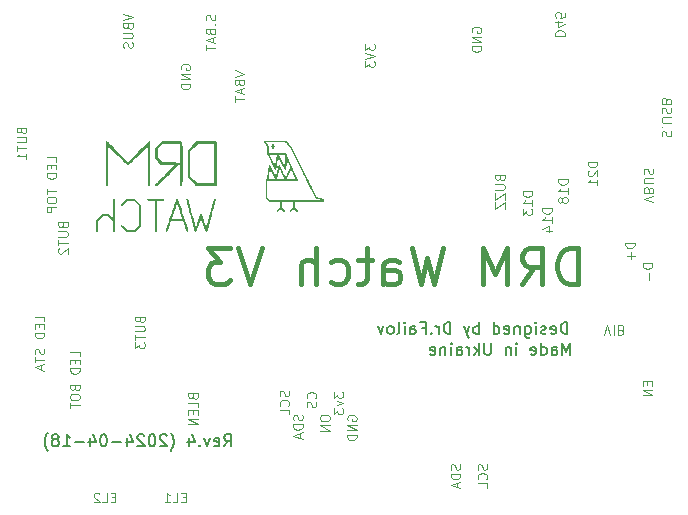
<source format=gbr>
%TF.GenerationSoftware,KiCad,Pcbnew,7.0.9*%
%TF.CreationDate,2024-10-08T00:30:49+03:00*%
%TF.ProjectId,DRM_Watch_V3,44524d5f-5761-4746-9368-5f56332e6b69,rev?*%
%TF.SameCoordinates,Original*%
%TF.FileFunction,Legend,Bot*%
%TF.FilePolarity,Positive*%
%FSLAX46Y46*%
G04 Gerber Fmt 4.6, Leading zero omitted, Abs format (unit mm)*
G04 Created by KiCad (PCBNEW 7.0.9) date 2024-10-08 00:30:49*
%MOMM*%
%LPD*%
G01*
G04 APERTURE LIST*
%ADD10C,0.150000*%
%ADD11C,0.400000*%
%ADD12C,0.100000*%
G04 APERTURE END LIST*
D10*
X118163220Y-72869819D02*
X118163220Y-71869819D01*
X118163220Y-71869819D02*
X117925125Y-71869819D01*
X117925125Y-71869819D02*
X117782268Y-71917438D01*
X117782268Y-71917438D02*
X117687030Y-72012676D01*
X117687030Y-72012676D02*
X117639411Y-72107914D01*
X117639411Y-72107914D02*
X117591792Y-72298390D01*
X117591792Y-72298390D02*
X117591792Y-72441247D01*
X117591792Y-72441247D02*
X117639411Y-72631723D01*
X117639411Y-72631723D02*
X117687030Y-72726961D01*
X117687030Y-72726961D02*
X117782268Y-72822200D01*
X117782268Y-72822200D02*
X117925125Y-72869819D01*
X117925125Y-72869819D02*
X118163220Y-72869819D01*
X116782268Y-72822200D02*
X116877506Y-72869819D01*
X116877506Y-72869819D02*
X117067982Y-72869819D01*
X117067982Y-72869819D02*
X117163220Y-72822200D01*
X117163220Y-72822200D02*
X117210839Y-72726961D01*
X117210839Y-72726961D02*
X117210839Y-72346009D01*
X117210839Y-72346009D02*
X117163220Y-72250771D01*
X117163220Y-72250771D02*
X117067982Y-72203152D01*
X117067982Y-72203152D02*
X116877506Y-72203152D01*
X116877506Y-72203152D02*
X116782268Y-72250771D01*
X116782268Y-72250771D02*
X116734649Y-72346009D01*
X116734649Y-72346009D02*
X116734649Y-72441247D01*
X116734649Y-72441247D02*
X117210839Y-72536485D01*
X116353696Y-72822200D02*
X116258458Y-72869819D01*
X116258458Y-72869819D02*
X116067982Y-72869819D01*
X116067982Y-72869819D02*
X115972744Y-72822200D01*
X115972744Y-72822200D02*
X115925125Y-72726961D01*
X115925125Y-72726961D02*
X115925125Y-72679342D01*
X115925125Y-72679342D02*
X115972744Y-72584104D01*
X115972744Y-72584104D02*
X116067982Y-72536485D01*
X116067982Y-72536485D02*
X116210839Y-72536485D01*
X116210839Y-72536485D02*
X116306077Y-72488866D01*
X116306077Y-72488866D02*
X116353696Y-72393628D01*
X116353696Y-72393628D02*
X116353696Y-72346009D01*
X116353696Y-72346009D02*
X116306077Y-72250771D01*
X116306077Y-72250771D02*
X116210839Y-72203152D01*
X116210839Y-72203152D02*
X116067982Y-72203152D01*
X116067982Y-72203152D02*
X115972744Y-72250771D01*
X115496553Y-72869819D02*
X115496553Y-72203152D01*
X115496553Y-71869819D02*
X115544172Y-71917438D01*
X115544172Y-71917438D02*
X115496553Y-71965057D01*
X115496553Y-71965057D02*
X115448934Y-71917438D01*
X115448934Y-71917438D02*
X115496553Y-71869819D01*
X115496553Y-71869819D02*
X115496553Y-71965057D01*
X114591792Y-72203152D02*
X114591792Y-73012676D01*
X114591792Y-73012676D02*
X114639411Y-73107914D01*
X114639411Y-73107914D02*
X114687030Y-73155533D01*
X114687030Y-73155533D02*
X114782268Y-73203152D01*
X114782268Y-73203152D02*
X114925125Y-73203152D01*
X114925125Y-73203152D02*
X115020363Y-73155533D01*
X114591792Y-72822200D02*
X114687030Y-72869819D01*
X114687030Y-72869819D02*
X114877506Y-72869819D01*
X114877506Y-72869819D02*
X114972744Y-72822200D01*
X114972744Y-72822200D02*
X115020363Y-72774580D01*
X115020363Y-72774580D02*
X115067982Y-72679342D01*
X115067982Y-72679342D02*
X115067982Y-72393628D01*
X115067982Y-72393628D02*
X115020363Y-72298390D01*
X115020363Y-72298390D02*
X114972744Y-72250771D01*
X114972744Y-72250771D02*
X114877506Y-72203152D01*
X114877506Y-72203152D02*
X114687030Y-72203152D01*
X114687030Y-72203152D02*
X114591792Y-72250771D01*
X114115601Y-72203152D02*
X114115601Y-72869819D01*
X114115601Y-72298390D02*
X114067982Y-72250771D01*
X114067982Y-72250771D02*
X113972744Y-72203152D01*
X113972744Y-72203152D02*
X113829887Y-72203152D01*
X113829887Y-72203152D02*
X113734649Y-72250771D01*
X113734649Y-72250771D02*
X113687030Y-72346009D01*
X113687030Y-72346009D02*
X113687030Y-72869819D01*
X112829887Y-72822200D02*
X112925125Y-72869819D01*
X112925125Y-72869819D02*
X113115601Y-72869819D01*
X113115601Y-72869819D02*
X113210839Y-72822200D01*
X113210839Y-72822200D02*
X113258458Y-72726961D01*
X113258458Y-72726961D02*
X113258458Y-72346009D01*
X113258458Y-72346009D02*
X113210839Y-72250771D01*
X113210839Y-72250771D02*
X113115601Y-72203152D01*
X113115601Y-72203152D02*
X112925125Y-72203152D01*
X112925125Y-72203152D02*
X112829887Y-72250771D01*
X112829887Y-72250771D02*
X112782268Y-72346009D01*
X112782268Y-72346009D02*
X112782268Y-72441247D01*
X112782268Y-72441247D02*
X113258458Y-72536485D01*
X111925125Y-72869819D02*
X111925125Y-71869819D01*
X111925125Y-72822200D02*
X112020363Y-72869819D01*
X112020363Y-72869819D02*
X112210839Y-72869819D01*
X112210839Y-72869819D02*
X112306077Y-72822200D01*
X112306077Y-72822200D02*
X112353696Y-72774580D01*
X112353696Y-72774580D02*
X112401315Y-72679342D01*
X112401315Y-72679342D02*
X112401315Y-72393628D01*
X112401315Y-72393628D02*
X112353696Y-72298390D01*
X112353696Y-72298390D02*
X112306077Y-72250771D01*
X112306077Y-72250771D02*
X112210839Y-72203152D01*
X112210839Y-72203152D02*
X112020363Y-72203152D01*
X112020363Y-72203152D02*
X111925125Y-72250771D01*
X110687029Y-72869819D02*
X110687029Y-71869819D01*
X110687029Y-72250771D02*
X110591791Y-72203152D01*
X110591791Y-72203152D02*
X110401315Y-72203152D01*
X110401315Y-72203152D02*
X110306077Y-72250771D01*
X110306077Y-72250771D02*
X110258458Y-72298390D01*
X110258458Y-72298390D02*
X110210839Y-72393628D01*
X110210839Y-72393628D02*
X110210839Y-72679342D01*
X110210839Y-72679342D02*
X110258458Y-72774580D01*
X110258458Y-72774580D02*
X110306077Y-72822200D01*
X110306077Y-72822200D02*
X110401315Y-72869819D01*
X110401315Y-72869819D02*
X110591791Y-72869819D01*
X110591791Y-72869819D02*
X110687029Y-72822200D01*
X109877505Y-72203152D02*
X109639410Y-72869819D01*
X109401315Y-72203152D02*
X109639410Y-72869819D01*
X109639410Y-72869819D02*
X109734648Y-73107914D01*
X109734648Y-73107914D02*
X109782267Y-73155533D01*
X109782267Y-73155533D02*
X109877505Y-73203152D01*
X108258457Y-72869819D02*
X108258457Y-71869819D01*
X108258457Y-71869819D02*
X108020362Y-71869819D01*
X108020362Y-71869819D02*
X107877505Y-71917438D01*
X107877505Y-71917438D02*
X107782267Y-72012676D01*
X107782267Y-72012676D02*
X107734648Y-72107914D01*
X107734648Y-72107914D02*
X107687029Y-72298390D01*
X107687029Y-72298390D02*
X107687029Y-72441247D01*
X107687029Y-72441247D02*
X107734648Y-72631723D01*
X107734648Y-72631723D02*
X107782267Y-72726961D01*
X107782267Y-72726961D02*
X107877505Y-72822200D01*
X107877505Y-72822200D02*
X108020362Y-72869819D01*
X108020362Y-72869819D02*
X108258457Y-72869819D01*
X107258457Y-72869819D02*
X107258457Y-72203152D01*
X107258457Y-72393628D02*
X107210838Y-72298390D01*
X107210838Y-72298390D02*
X107163219Y-72250771D01*
X107163219Y-72250771D02*
X107067981Y-72203152D01*
X107067981Y-72203152D02*
X106972743Y-72203152D01*
X106639409Y-72774580D02*
X106591790Y-72822200D01*
X106591790Y-72822200D02*
X106639409Y-72869819D01*
X106639409Y-72869819D02*
X106687028Y-72822200D01*
X106687028Y-72822200D02*
X106639409Y-72774580D01*
X106639409Y-72774580D02*
X106639409Y-72869819D01*
X105829886Y-72346009D02*
X106163219Y-72346009D01*
X106163219Y-72869819D02*
X106163219Y-71869819D01*
X106163219Y-71869819D02*
X105687029Y-71869819D01*
X104877505Y-72869819D02*
X104877505Y-72346009D01*
X104877505Y-72346009D02*
X104925124Y-72250771D01*
X104925124Y-72250771D02*
X105020362Y-72203152D01*
X105020362Y-72203152D02*
X105210838Y-72203152D01*
X105210838Y-72203152D02*
X105306076Y-72250771D01*
X104877505Y-72822200D02*
X104972743Y-72869819D01*
X104972743Y-72869819D02*
X105210838Y-72869819D01*
X105210838Y-72869819D02*
X105306076Y-72822200D01*
X105306076Y-72822200D02*
X105353695Y-72726961D01*
X105353695Y-72726961D02*
X105353695Y-72631723D01*
X105353695Y-72631723D02*
X105306076Y-72536485D01*
X105306076Y-72536485D02*
X105210838Y-72488866D01*
X105210838Y-72488866D02*
X104972743Y-72488866D01*
X104972743Y-72488866D02*
X104877505Y-72441247D01*
X104401314Y-72869819D02*
X104401314Y-72203152D01*
X104401314Y-71869819D02*
X104448933Y-71917438D01*
X104448933Y-71917438D02*
X104401314Y-71965057D01*
X104401314Y-71965057D02*
X104353695Y-71917438D01*
X104353695Y-71917438D02*
X104401314Y-71869819D01*
X104401314Y-71869819D02*
X104401314Y-71965057D01*
X103782267Y-72869819D02*
X103877505Y-72822200D01*
X103877505Y-72822200D02*
X103925124Y-72726961D01*
X103925124Y-72726961D02*
X103925124Y-71869819D01*
X103258457Y-72869819D02*
X103353695Y-72822200D01*
X103353695Y-72822200D02*
X103401314Y-72774580D01*
X103401314Y-72774580D02*
X103448933Y-72679342D01*
X103448933Y-72679342D02*
X103448933Y-72393628D01*
X103448933Y-72393628D02*
X103401314Y-72298390D01*
X103401314Y-72298390D02*
X103353695Y-72250771D01*
X103353695Y-72250771D02*
X103258457Y-72203152D01*
X103258457Y-72203152D02*
X103115600Y-72203152D01*
X103115600Y-72203152D02*
X103020362Y-72250771D01*
X103020362Y-72250771D02*
X102972743Y-72298390D01*
X102972743Y-72298390D02*
X102925124Y-72393628D01*
X102925124Y-72393628D02*
X102925124Y-72679342D01*
X102925124Y-72679342D02*
X102972743Y-72774580D01*
X102972743Y-72774580D02*
X103020362Y-72822200D01*
X103020362Y-72822200D02*
X103115600Y-72869819D01*
X103115600Y-72869819D02*
X103258457Y-72869819D01*
X102591790Y-72203152D02*
X102353695Y-72869819D01*
X102353695Y-72869819D02*
X102115600Y-72203152D01*
X89091792Y-82369819D02*
X89425125Y-81893628D01*
X89663220Y-82369819D02*
X89663220Y-81369819D01*
X89663220Y-81369819D02*
X89282268Y-81369819D01*
X89282268Y-81369819D02*
X89187030Y-81417438D01*
X89187030Y-81417438D02*
X89139411Y-81465057D01*
X89139411Y-81465057D02*
X89091792Y-81560295D01*
X89091792Y-81560295D02*
X89091792Y-81703152D01*
X89091792Y-81703152D02*
X89139411Y-81798390D01*
X89139411Y-81798390D02*
X89187030Y-81846009D01*
X89187030Y-81846009D02*
X89282268Y-81893628D01*
X89282268Y-81893628D02*
X89663220Y-81893628D01*
X88282268Y-82322200D02*
X88377506Y-82369819D01*
X88377506Y-82369819D02*
X88567982Y-82369819D01*
X88567982Y-82369819D02*
X88663220Y-82322200D01*
X88663220Y-82322200D02*
X88710839Y-82226961D01*
X88710839Y-82226961D02*
X88710839Y-81846009D01*
X88710839Y-81846009D02*
X88663220Y-81750771D01*
X88663220Y-81750771D02*
X88567982Y-81703152D01*
X88567982Y-81703152D02*
X88377506Y-81703152D01*
X88377506Y-81703152D02*
X88282268Y-81750771D01*
X88282268Y-81750771D02*
X88234649Y-81846009D01*
X88234649Y-81846009D02*
X88234649Y-81941247D01*
X88234649Y-81941247D02*
X88710839Y-82036485D01*
X87901315Y-81703152D02*
X87663220Y-82369819D01*
X87663220Y-82369819D02*
X87425125Y-81703152D01*
X87044172Y-82274580D02*
X86996553Y-82322200D01*
X86996553Y-82322200D02*
X87044172Y-82369819D01*
X87044172Y-82369819D02*
X87091791Y-82322200D01*
X87091791Y-82322200D02*
X87044172Y-82274580D01*
X87044172Y-82274580D02*
X87044172Y-82369819D01*
X86139411Y-81703152D02*
X86139411Y-82369819D01*
X86377506Y-81322200D02*
X86615601Y-82036485D01*
X86615601Y-82036485D02*
X85996554Y-82036485D01*
X84567982Y-82750771D02*
X84615601Y-82703152D01*
X84615601Y-82703152D02*
X84710839Y-82560295D01*
X84710839Y-82560295D02*
X84758458Y-82465057D01*
X84758458Y-82465057D02*
X84806077Y-82322200D01*
X84806077Y-82322200D02*
X84853696Y-82084104D01*
X84853696Y-82084104D02*
X84853696Y-81893628D01*
X84853696Y-81893628D02*
X84806077Y-81655533D01*
X84806077Y-81655533D02*
X84758458Y-81512676D01*
X84758458Y-81512676D02*
X84710839Y-81417438D01*
X84710839Y-81417438D02*
X84615601Y-81274580D01*
X84615601Y-81274580D02*
X84567982Y-81226961D01*
X84234648Y-81465057D02*
X84187029Y-81417438D01*
X84187029Y-81417438D02*
X84091791Y-81369819D01*
X84091791Y-81369819D02*
X83853696Y-81369819D01*
X83853696Y-81369819D02*
X83758458Y-81417438D01*
X83758458Y-81417438D02*
X83710839Y-81465057D01*
X83710839Y-81465057D02*
X83663220Y-81560295D01*
X83663220Y-81560295D02*
X83663220Y-81655533D01*
X83663220Y-81655533D02*
X83710839Y-81798390D01*
X83710839Y-81798390D02*
X84282267Y-82369819D01*
X84282267Y-82369819D02*
X83663220Y-82369819D01*
X83044172Y-81369819D02*
X82948934Y-81369819D01*
X82948934Y-81369819D02*
X82853696Y-81417438D01*
X82853696Y-81417438D02*
X82806077Y-81465057D01*
X82806077Y-81465057D02*
X82758458Y-81560295D01*
X82758458Y-81560295D02*
X82710839Y-81750771D01*
X82710839Y-81750771D02*
X82710839Y-81988866D01*
X82710839Y-81988866D02*
X82758458Y-82179342D01*
X82758458Y-82179342D02*
X82806077Y-82274580D01*
X82806077Y-82274580D02*
X82853696Y-82322200D01*
X82853696Y-82322200D02*
X82948934Y-82369819D01*
X82948934Y-82369819D02*
X83044172Y-82369819D01*
X83044172Y-82369819D02*
X83139410Y-82322200D01*
X83139410Y-82322200D02*
X83187029Y-82274580D01*
X83187029Y-82274580D02*
X83234648Y-82179342D01*
X83234648Y-82179342D02*
X83282267Y-81988866D01*
X83282267Y-81988866D02*
X83282267Y-81750771D01*
X83282267Y-81750771D02*
X83234648Y-81560295D01*
X83234648Y-81560295D02*
X83187029Y-81465057D01*
X83187029Y-81465057D02*
X83139410Y-81417438D01*
X83139410Y-81417438D02*
X83044172Y-81369819D01*
X82329886Y-81465057D02*
X82282267Y-81417438D01*
X82282267Y-81417438D02*
X82187029Y-81369819D01*
X82187029Y-81369819D02*
X81948934Y-81369819D01*
X81948934Y-81369819D02*
X81853696Y-81417438D01*
X81853696Y-81417438D02*
X81806077Y-81465057D01*
X81806077Y-81465057D02*
X81758458Y-81560295D01*
X81758458Y-81560295D02*
X81758458Y-81655533D01*
X81758458Y-81655533D02*
X81806077Y-81798390D01*
X81806077Y-81798390D02*
X82377505Y-82369819D01*
X82377505Y-82369819D02*
X81758458Y-82369819D01*
X80901315Y-81703152D02*
X80901315Y-82369819D01*
X81139410Y-81322200D02*
X81377505Y-82036485D01*
X81377505Y-82036485D02*
X80758458Y-82036485D01*
X80377505Y-81988866D02*
X79615601Y-81988866D01*
X78948934Y-81369819D02*
X78853696Y-81369819D01*
X78853696Y-81369819D02*
X78758458Y-81417438D01*
X78758458Y-81417438D02*
X78710839Y-81465057D01*
X78710839Y-81465057D02*
X78663220Y-81560295D01*
X78663220Y-81560295D02*
X78615601Y-81750771D01*
X78615601Y-81750771D02*
X78615601Y-81988866D01*
X78615601Y-81988866D02*
X78663220Y-82179342D01*
X78663220Y-82179342D02*
X78710839Y-82274580D01*
X78710839Y-82274580D02*
X78758458Y-82322200D01*
X78758458Y-82322200D02*
X78853696Y-82369819D01*
X78853696Y-82369819D02*
X78948934Y-82369819D01*
X78948934Y-82369819D02*
X79044172Y-82322200D01*
X79044172Y-82322200D02*
X79091791Y-82274580D01*
X79091791Y-82274580D02*
X79139410Y-82179342D01*
X79139410Y-82179342D02*
X79187029Y-81988866D01*
X79187029Y-81988866D02*
X79187029Y-81750771D01*
X79187029Y-81750771D02*
X79139410Y-81560295D01*
X79139410Y-81560295D02*
X79091791Y-81465057D01*
X79091791Y-81465057D02*
X79044172Y-81417438D01*
X79044172Y-81417438D02*
X78948934Y-81369819D01*
X77758458Y-81703152D02*
X77758458Y-82369819D01*
X77996553Y-81322200D02*
X78234648Y-82036485D01*
X78234648Y-82036485D02*
X77615601Y-82036485D01*
X77234648Y-81988866D02*
X76472744Y-81988866D01*
X75472744Y-82369819D02*
X76044172Y-82369819D01*
X75758458Y-82369819D02*
X75758458Y-81369819D01*
X75758458Y-81369819D02*
X75853696Y-81512676D01*
X75853696Y-81512676D02*
X75948934Y-81607914D01*
X75948934Y-81607914D02*
X76044172Y-81655533D01*
X74901315Y-81798390D02*
X74996553Y-81750771D01*
X74996553Y-81750771D02*
X75044172Y-81703152D01*
X75044172Y-81703152D02*
X75091791Y-81607914D01*
X75091791Y-81607914D02*
X75091791Y-81560295D01*
X75091791Y-81560295D02*
X75044172Y-81465057D01*
X75044172Y-81465057D02*
X74996553Y-81417438D01*
X74996553Y-81417438D02*
X74901315Y-81369819D01*
X74901315Y-81369819D02*
X74710839Y-81369819D01*
X74710839Y-81369819D02*
X74615601Y-81417438D01*
X74615601Y-81417438D02*
X74567982Y-81465057D01*
X74567982Y-81465057D02*
X74520363Y-81560295D01*
X74520363Y-81560295D02*
X74520363Y-81607914D01*
X74520363Y-81607914D02*
X74567982Y-81703152D01*
X74567982Y-81703152D02*
X74615601Y-81750771D01*
X74615601Y-81750771D02*
X74710839Y-81798390D01*
X74710839Y-81798390D02*
X74901315Y-81798390D01*
X74901315Y-81798390D02*
X74996553Y-81846009D01*
X74996553Y-81846009D02*
X75044172Y-81893628D01*
X75044172Y-81893628D02*
X75091791Y-81988866D01*
X75091791Y-81988866D02*
X75091791Y-82179342D01*
X75091791Y-82179342D02*
X75044172Y-82274580D01*
X75044172Y-82274580D02*
X74996553Y-82322200D01*
X74996553Y-82322200D02*
X74901315Y-82369819D01*
X74901315Y-82369819D02*
X74710839Y-82369819D01*
X74710839Y-82369819D02*
X74615601Y-82322200D01*
X74615601Y-82322200D02*
X74567982Y-82274580D01*
X74567982Y-82274580D02*
X74520363Y-82179342D01*
X74520363Y-82179342D02*
X74520363Y-81988866D01*
X74520363Y-81988866D02*
X74567982Y-81893628D01*
X74567982Y-81893628D02*
X74615601Y-81846009D01*
X74615601Y-81846009D02*
X74710839Y-81798390D01*
X74187029Y-82750771D02*
X74139410Y-82703152D01*
X74139410Y-82703152D02*
X74044172Y-82560295D01*
X74044172Y-82560295D02*
X73996553Y-82465057D01*
X73996553Y-82465057D02*
X73948934Y-82322200D01*
X73948934Y-82322200D02*
X73901315Y-82084104D01*
X73901315Y-82084104D02*
X73901315Y-81893628D01*
X73901315Y-81893628D02*
X73948934Y-81655533D01*
X73948934Y-81655533D02*
X73996553Y-81512676D01*
X73996553Y-81512676D02*
X74044172Y-81417438D01*
X74044172Y-81417438D02*
X74139410Y-81274580D01*
X74139410Y-81274580D02*
X74187029Y-81226961D01*
D11*
X119022557Y-68612057D02*
X119022557Y-65612057D01*
X119022557Y-65612057D02*
X118308271Y-65612057D01*
X118308271Y-65612057D02*
X117879700Y-65754914D01*
X117879700Y-65754914D02*
X117593985Y-66040628D01*
X117593985Y-66040628D02*
X117451128Y-66326342D01*
X117451128Y-66326342D02*
X117308271Y-66897771D01*
X117308271Y-66897771D02*
X117308271Y-67326342D01*
X117308271Y-67326342D02*
X117451128Y-67897771D01*
X117451128Y-67897771D02*
X117593985Y-68183485D01*
X117593985Y-68183485D02*
X117879700Y-68469200D01*
X117879700Y-68469200D02*
X118308271Y-68612057D01*
X118308271Y-68612057D02*
X119022557Y-68612057D01*
X114308271Y-68612057D02*
X115308271Y-67183485D01*
X116022557Y-68612057D02*
X116022557Y-65612057D01*
X116022557Y-65612057D02*
X114879700Y-65612057D01*
X114879700Y-65612057D02*
X114593985Y-65754914D01*
X114593985Y-65754914D02*
X114451128Y-65897771D01*
X114451128Y-65897771D02*
X114308271Y-66183485D01*
X114308271Y-66183485D02*
X114308271Y-66612057D01*
X114308271Y-66612057D02*
X114451128Y-66897771D01*
X114451128Y-66897771D02*
X114593985Y-67040628D01*
X114593985Y-67040628D02*
X114879700Y-67183485D01*
X114879700Y-67183485D02*
X116022557Y-67183485D01*
X113022557Y-68612057D02*
X113022557Y-65612057D01*
X113022557Y-65612057D02*
X112022557Y-67754914D01*
X112022557Y-67754914D02*
X111022557Y-65612057D01*
X111022557Y-65612057D02*
X111022557Y-68612057D01*
X107593986Y-65612057D02*
X106879700Y-68612057D01*
X106879700Y-68612057D02*
X106308272Y-66469200D01*
X106308272Y-66469200D02*
X105736843Y-68612057D01*
X105736843Y-68612057D02*
X105022558Y-65612057D01*
X102593987Y-68612057D02*
X102593987Y-67040628D01*
X102593987Y-67040628D02*
X102736844Y-66754914D01*
X102736844Y-66754914D02*
X103022558Y-66612057D01*
X103022558Y-66612057D02*
X103593987Y-66612057D01*
X103593987Y-66612057D02*
X103879701Y-66754914D01*
X102593987Y-68469200D02*
X102879701Y-68612057D01*
X102879701Y-68612057D02*
X103593987Y-68612057D01*
X103593987Y-68612057D02*
X103879701Y-68469200D01*
X103879701Y-68469200D02*
X104022558Y-68183485D01*
X104022558Y-68183485D02*
X104022558Y-67897771D01*
X104022558Y-67897771D02*
X103879701Y-67612057D01*
X103879701Y-67612057D02*
X103593987Y-67469200D01*
X103593987Y-67469200D02*
X102879701Y-67469200D01*
X102879701Y-67469200D02*
X102593987Y-67326342D01*
X101593986Y-66612057D02*
X100451129Y-66612057D01*
X101165415Y-65612057D02*
X101165415Y-68183485D01*
X101165415Y-68183485D02*
X101022558Y-68469200D01*
X101022558Y-68469200D02*
X100736843Y-68612057D01*
X100736843Y-68612057D02*
X100451129Y-68612057D01*
X98165415Y-68469200D02*
X98451129Y-68612057D01*
X98451129Y-68612057D02*
X99022557Y-68612057D01*
X99022557Y-68612057D02*
X99308272Y-68469200D01*
X99308272Y-68469200D02*
X99451129Y-68326342D01*
X99451129Y-68326342D02*
X99593986Y-68040628D01*
X99593986Y-68040628D02*
X99593986Y-67183485D01*
X99593986Y-67183485D02*
X99451129Y-66897771D01*
X99451129Y-66897771D02*
X99308272Y-66754914D01*
X99308272Y-66754914D02*
X99022557Y-66612057D01*
X99022557Y-66612057D02*
X98451129Y-66612057D01*
X98451129Y-66612057D02*
X98165415Y-66754914D01*
X96879700Y-68612057D02*
X96879700Y-65612057D01*
X95593986Y-68612057D02*
X95593986Y-67040628D01*
X95593986Y-67040628D02*
X95736843Y-66754914D01*
X95736843Y-66754914D02*
X96022557Y-66612057D01*
X96022557Y-66612057D02*
X96451128Y-66612057D01*
X96451128Y-66612057D02*
X96736843Y-66754914D01*
X96736843Y-66754914D02*
X96879700Y-66897771D01*
X92308271Y-65612057D02*
X91308271Y-68612057D01*
X91308271Y-68612057D02*
X90308271Y-65612057D01*
X89593985Y-65612057D02*
X87736842Y-65612057D01*
X87736842Y-65612057D02*
X88736842Y-66754914D01*
X88736842Y-66754914D02*
X88308271Y-66754914D01*
X88308271Y-66754914D02*
X88022557Y-66897771D01*
X88022557Y-66897771D02*
X87879699Y-67040628D01*
X87879699Y-67040628D02*
X87736842Y-67326342D01*
X87736842Y-67326342D02*
X87736842Y-68040628D01*
X87736842Y-68040628D02*
X87879699Y-68326342D01*
X87879699Y-68326342D02*
X88022557Y-68469200D01*
X88022557Y-68469200D02*
X88308271Y-68612057D01*
X88308271Y-68612057D02*
X89165414Y-68612057D01*
X89165414Y-68612057D02*
X89451128Y-68469200D01*
X89451128Y-68469200D02*
X89593985Y-68326342D01*
D10*
X118417220Y-74647819D02*
X118417220Y-73647819D01*
X118417220Y-73647819D02*
X118083887Y-74362104D01*
X118083887Y-74362104D02*
X117750554Y-73647819D01*
X117750554Y-73647819D02*
X117750554Y-74647819D01*
X116845792Y-74647819D02*
X116845792Y-74124009D01*
X116845792Y-74124009D02*
X116893411Y-74028771D01*
X116893411Y-74028771D02*
X116988649Y-73981152D01*
X116988649Y-73981152D02*
X117179125Y-73981152D01*
X117179125Y-73981152D02*
X117274363Y-74028771D01*
X116845792Y-74600200D02*
X116941030Y-74647819D01*
X116941030Y-74647819D02*
X117179125Y-74647819D01*
X117179125Y-74647819D02*
X117274363Y-74600200D01*
X117274363Y-74600200D02*
X117321982Y-74504961D01*
X117321982Y-74504961D02*
X117321982Y-74409723D01*
X117321982Y-74409723D02*
X117274363Y-74314485D01*
X117274363Y-74314485D02*
X117179125Y-74266866D01*
X117179125Y-74266866D02*
X116941030Y-74266866D01*
X116941030Y-74266866D02*
X116845792Y-74219247D01*
X115941030Y-74647819D02*
X115941030Y-73647819D01*
X115941030Y-74600200D02*
X116036268Y-74647819D01*
X116036268Y-74647819D02*
X116226744Y-74647819D01*
X116226744Y-74647819D02*
X116321982Y-74600200D01*
X116321982Y-74600200D02*
X116369601Y-74552580D01*
X116369601Y-74552580D02*
X116417220Y-74457342D01*
X116417220Y-74457342D02*
X116417220Y-74171628D01*
X116417220Y-74171628D02*
X116369601Y-74076390D01*
X116369601Y-74076390D02*
X116321982Y-74028771D01*
X116321982Y-74028771D02*
X116226744Y-73981152D01*
X116226744Y-73981152D02*
X116036268Y-73981152D01*
X116036268Y-73981152D02*
X115941030Y-74028771D01*
X115083887Y-74600200D02*
X115179125Y-74647819D01*
X115179125Y-74647819D02*
X115369601Y-74647819D01*
X115369601Y-74647819D02*
X115464839Y-74600200D01*
X115464839Y-74600200D02*
X115512458Y-74504961D01*
X115512458Y-74504961D02*
X115512458Y-74124009D01*
X115512458Y-74124009D02*
X115464839Y-74028771D01*
X115464839Y-74028771D02*
X115369601Y-73981152D01*
X115369601Y-73981152D02*
X115179125Y-73981152D01*
X115179125Y-73981152D02*
X115083887Y-74028771D01*
X115083887Y-74028771D02*
X115036268Y-74124009D01*
X115036268Y-74124009D02*
X115036268Y-74219247D01*
X115036268Y-74219247D02*
X115512458Y-74314485D01*
X113845791Y-74647819D02*
X113845791Y-73981152D01*
X113845791Y-73647819D02*
X113893410Y-73695438D01*
X113893410Y-73695438D02*
X113845791Y-73743057D01*
X113845791Y-73743057D02*
X113798172Y-73695438D01*
X113798172Y-73695438D02*
X113845791Y-73647819D01*
X113845791Y-73647819D02*
X113845791Y-73743057D01*
X113369601Y-73981152D02*
X113369601Y-74647819D01*
X113369601Y-74076390D02*
X113321982Y-74028771D01*
X113321982Y-74028771D02*
X113226744Y-73981152D01*
X113226744Y-73981152D02*
X113083887Y-73981152D01*
X113083887Y-73981152D02*
X112988649Y-74028771D01*
X112988649Y-74028771D02*
X112941030Y-74124009D01*
X112941030Y-74124009D02*
X112941030Y-74647819D01*
X111702934Y-73647819D02*
X111702934Y-74457342D01*
X111702934Y-74457342D02*
X111655315Y-74552580D01*
X111655315Y-74552580D02*
X111607696Y-74600200D01*
X111607696Y-74600200D02*
X111512458Y-74647819D01*
X111512458Y-74647819D02*
X111321982Y-74647819D01*
X111321982Y-74647819D02*
X111226744Y-74600200D01*
X111226744Y-74600200D02*
X111179125Y-74552580D01*
X111179125Y-74552580D02*
X111131506Y-74457342D01*
X111131506Y-74457342D02*
X111131506Y-73647819D01*
X110655315Y-74647819D02*
X110655315Y-73647819D01*
X110560077Y-74266866D02*
X110274363Y-74647819D01*
X110274363Y-73981152D02*
X110655315Y-74362104D01*
X109845791Y-74647819D02*
X109845791Y-73981152D01*
X109845791Y-74171628D02*
X109798172Y-74076390D01*
X109798172Y-74076390D02*
X109750553Y-74028771D01*
X109750553Y-74028771D02*
X109655315Y-73981152D01*
X109655315Y-73981152D02*
X109560077Y-73981152D01*
X108798172Y-74647819D02*
X108798172Y-74124009D01*
X108798172Y-74124009D02*
X108845791Y-74028771D01*
X108845791Y-74028771D02*
X108941029Y-73981152D01*
X108941029Y-73981152D02*
X109131505Y-73981152D01*
X109131505Y-73981152D02*
X109226743Y-74028771D01*
X108798172Y-74600200D02*
X108893410Y-74647819D01*
X108893410Y-74647819D02*
X109131505Y-74647819D01*
X109131505Y-74647819D02*
X109226743Y-74600200D01*
X109226743Y-74600200D02*
X109274362Y-74504961D01*
X109274362Y-74504961D02*
X109274362Y-74409723D01*
X109274362Y-74409723D02*
X109226743Y-74314485D01*
X109226743Y-74314485D02*
X109131505Y-74266866D01*
X109131505Y-74266866D02*
X108893410Y-74266866D01*
X108893410Y-74266866D02*
X108798172Y-74219247D01*
X108321981Y-74647819D02*
X108321981Y-73981152D01*
X108321981Y-73647819D02*
X108369600Y-73695438D01*
X108369600Y-73695438D02*
X108321981Y-73743057D01*
X108321981Y-73743057D02*
X108274362Y-73695438D01*
X108274362Y-73695438D02*
X108321981Y-73647819D01*
X108321981Y-73647819D02*
X108321981Y-73743057D01*
X107845791Y-73981152D02*
X107845791Y-74647819D01*
X107845791Y-74076390D02*
X107798172Y-74028771D01*
X107798172Y-74028771D02*
X107702934Y-73981152D01*
X107702934Y-73981152D02*
X107560077Y-73981152D01*
X107560077Y-73981152D02*
X107464839Y-74028771D01*
X107464839Y-74028771D02*
X107417220Y-74124009D01*
X107417220Y-74124009D02*
X107417220Y-74647819D01*
X106560077Y-74600200D02*
X106655315Y-74647819D01*
X106655315Y-74647819D02*
X106845791Y-74647819D01*
X106845791Y-74647819D02*
X106941029Y-74600200D01*
X106941029Y-74600200D02*
X106988648Y-74504961D01*
X106988648Y-74504961D02*
X106988648Y-74124009D01*
X106988648Y-74124009D02*
X106941029Y-74028771D01*
X106941029Y-74028771D02*
X106845791Y-73981152D01*
X106845791Y-73981152D02*
X106655315Y-73981152D01*
X106655315Y-73981152D02*
X106560077Y-74028771D01*
X106560077Y-74028771D02*
X106512458Y-74124009D01*
X106512458Y-74124009D02*
X106512458Y-74219247D01*
X106512458Y-74219247D02*
X106988648Y-74314485D01*
D12*
X96808704Y-78310408D02*
X96846800Y-78272312D01*
X96846800Y-78272312D02*
X96884895Y-78158027D01*
X96884895Y-78158027D02*
X96884895Y-78081836D01*
X96884895Y-78081836D02*
X96846800Y-77967550D01*
X96846800Y-77967550D02*
X96770609Y-77891360D01*
X96770609Y-77891360D02*
X96694419Y-77853265D01*
X96694419Y-77853265D02*
X96542038Y-77815169D01*
X96542038Y-77815169D02*
X96427752Y-77815169D01*
X96427752Y-77815169D02*
X96275371Y-77853265D01*
X96275371Y-77853265D02*
X96199180Y-77891360D01*
X96199180Y-77891360D02*
X96122990Y-77967550D01*
X96122990Y-77967550D02*
X96084895Y-78081836D01*
X96084895Y-78081836D02*
X96084895Y-78158027D01*
X96084895Y-78158027D02*
X96122990Y-78272312D01*
X96122990Y-78272312D02*
X96161085Y-78310408D01*
X96846800Y-78615169D02*
X96884895Y-78729455D01*
X96884895Y-78729455D02*
X96884895Y-78919931D01*
X96884895Y-78919931D02*
X96846800Y-78996122D01*
X96846800Y-78996122D02*
X96808704Y-79034217D01*
X96808704Y-79034217D02*
X96732514Y-79072312D01*
X96732514Y-79072312D02*
X96656323Y-79072312D01*
X96656323Y-79072312D02*
X96580133Y-79034217D01*
X96580133Y-79034217D02*
X96542038Y-78996122D01*
X96542038Y-78996122D02*
X96503942Y-78919931D01*
X96503942Y-78919931D02*
X96465847Y-78767550D01*
X96465847Y-78767550D02*
X96427752Y-78691360D01*
X96427752Y-78691360D02*
X96389657Y-78653265D01*
X96389657Y-78653265D02*
X96313466Y-78615169D01*
X96313466Y-78615169D02*
X96237276Y-78615169D01*
X96237276Y-78615169D02*
X96161085Y-78653265D01*
X96161085Y-78653265D02*
X96122990Y-78691360D01*
X96122990Y-78691360D02*
X96084895Y-78767550D01*
X96084895Y-78767550D02*
X96084895Y-78958027D01*
X96084895Y-78958027D02*
X96122990Y-79072312D01*
X86445847Y-78157931D02*
X86483942Y-78272217D01*
X86483942Y-78272217D02*
X86522038Y-78310312D01*
X86522038Y-78310312D02*
X86598228Y-78348408D01*
X86598228Y-78348408D02*
X86712514Y-78348408D01*
X86712514Y-78348408D02*
X86788704Y-78310312D01*
X86788704Y-78310312D02*
X86826800Y-78272217D01*
X86826800Y-78272217D02*
X86864895Y-78196027D01*
X86864895Y-78196027D02*
X86864895Y-77891265D01*
X86864895Y-77891265D02*
X86064895Y-77891265D01*
X86064895Y-77891265D02*
X86064895Y-78157931D01*
X86064895Y-78157931D02*
X86102990Y-78234122D01*
X86102990Y-78234122D02*
X86141085Y-78272217D01*
X86141085Y-78272217D02*
X86217276Y-78310312D01*
X86217276Y-78310312D02*
X86293466Y-78310312D01*
X86293466Y-78310312D02*
X86369657Y-78272217D01*
X86369657Y-78272217D02*
X86407752Y-78234122D01*
X86407752Y-78234122D02*
X86445847Y-78157931D01*
X86445847Y-78157931D02*
X86445847Y-77891265D01*
X86864895Y-79072217D02*
X86864895Y-78691265D01*
X86864895Y-78691265D02*
X86064895Y-78691265D01*
X86445847Y-79338884D02*
X86445847Y-79605550D01*
X86864895Y-79719836D02*
X86864895Y-79338884D01*
X86864895Y-79338884D02*
X86064895Y-79338884D01*
X86064895Y-79338884D02*
X86064895Y-79719836D01*
X86864895Y-80062694D02*
X86064895Y-80062694D01*
X86064895Y-80062694D02*
X86864895Y-80519837D01*
X86864895Y-80519837D02*
X86064895Y-80519837D01*
X85454990Y-50459312D02*
X85416895Y-50383122D01*
X85416895Y-50383122D02*
X85416895Y-50268836D01*
X85416895Y-50268836D02*
X85454990Y-50154550D01*
X85454990Y-50154550D02*
X85531180Y-50078360D01*
X85531180Y-50078360D02*
X85607371Y-50040265D01*
X85607371Y-50040265D02*
X85759752Y-50002169D01*
X85759752Y-50002169D02*
X85874038Y-50002169D01*
X85874038Y-50002169D02*
X86026419Y-50040265D01*
X86026419Y-50040265D02*
X86102609Y-50078360D01*
X86102609Y-50078360D02*
X86178800Y-50154550D01*
X86178800Y-50154550D02*
X86216895Y-50268836D01*
X86216895Y-50268836D02*
X86216895Y-50345027D01*
X86216895Y-50345027D02*
X86178800Y-50459312D01*
X86178800Y-50459312D02*
X86140704Y-50497408D01*
X86140704Y-50497408D02*
X85874038Y-50497408D01*
X85874038Y-50497408D02*
X85874038Y-50345027D01*
X86216895Y-50840265D02*
X85416895Y-50840265D01*
X85416895Y-50840265D02*
X86216895Y-51297408D01*
X86216895Y-51297408D02*
X85416895Y-51297408D01*
X86216895Y-51678360D02*
X85416895Y-51678360D01*
X85416895Y-51678360D02*
X85416895Y-51868836D01*
X85416895Y-51868836D02*
X85454990Y-51983122D01*
X85454990Y-51983122D02*
X85531180Y-52059312D01*
X85531180Y-52059312D02*
X85607371Y-52097407D01*
X85607371Y-52097407D02*
X85759752Y-52135503D01*
X85759752Y-52135503D02*
X85874038Y-52135503D01*
X85874038Y-52135503D02*
X86026419Y-52097407D01*
X86026419Y-52097407D02*
X86102609Y-52059312D01*
X86102609Y-52059312D02*
X86178800Y-51983122D01*
X86178800Y-51983122D02*
X86216895Y-51868836D01*
X86216895Y-51868836D02*
X86216895Y-51678360D01*
X123864895Y-65153265D02*
X123064895Y-65153265D01*
X123064895Y-65153265D02*
X123064895Y-65343741D01*
X123064895Y-65343741D02*
X123102990Y-65458027D01*
X123102990Y-65458027D02*
X123179180Y-65534217D01*
X123179180Y-65534217D02*
X123255371Y-65572312D01*
X123255371Y-65572312D02*
X123407752Y-65610408D01*
X123407752Y-65610408D02*
X123522038Y-65610408D01*
X123522038Y-65610408D02*
X123674419Y-65572312D01*
X123674419Y-65572312D02*
X123750609Y-65534217D01*
X123750609Y-65534217D02*
X123826800Y-65458027D01*
X123826800Y-65458027D02*
X123864895Y-65343741D01*
X123864895Y-65343741D02*
X123864895Y-65153265D01*
X123560133Y-65953265D02*
X123560133Y-66562789D01*
X123864895Y-66258027D02*
X123255371Y-66258027D01*
X81945847Y-71657931D02*
X81983942Y-71772217D01*
X81983942Y-71772217D02*
X82022038Y-71810312D01*
X82022038Y-71810312D02*
X82098228Y-71848408D01*
X82098228Y-71848408D02*
X82212514Y-71848408D01*
X82212514Y-71848408D02*
X82288704Y-71810312D01*
X82288704Y-71810312D02*
X82326800Y-71772217D01*
X82326800Y-71772217D02*
X82364895Y-71696027D01*
X82364895Y-71696027D02*
X82364895Y-71391265D01*
X82364895Y-71391265D02*
X81564895Y-71391265D01*
X81564895Y-71391265D02*
X81564895Y-71657931D01*
X81564895Y-71657931D02*
X81602990Y-71734122D01*
X81602990Y-71734122D02*
X81641085Y-71772217D01*
X81641085Y-71772217D02*
X81717276Y-71810312D01*
X81717276Y-71810312D02*
X81793466Y-71810312D01*
X81793466Y-71810312D02*
X81869657Y-71772217D01*
X81869657Y-71772217D02*
X81907752Y-71734122D01*
X81907752Y-71734122D02*
X81945847Y-71657931D01*
X81945847Y-71657931D02*
X81945847Y-71391265D01*
X81564895Y-72191265D02*
X82212514Y-72191265D01*
X82212514Y-72191265D02*
X82288704Y-72229360D01*
X82288704Y-72229360D02*
X82326800Y-72267455D01*
X82326800Y-72267455D02*
X82364895Y-72343646D01*
X82364895Y-72343646D02*
X82364895Y-72496027D01*
X82364895Y-72496027D02*
X82326800Y-72572217D01*
X82326800Y-72572217D02*
X82288704Y-72610312D01*
X82288704Y-72610312D02*
X82212514Y-72648408D01*
X82212514Y-72648408D02*
X81564895Y-72648408D01*
X81564895Y-72915074D02*
X81564895Y-73372217D01*
X82364895Y-73143645D02*
X81564895Y-73143645D01*
X81564895Y-73562693D02*
X81564895Y-74057931D01*
X81564895Y-74057931D02*
X81869657Y-73791265D01*
X81869657Y-73791265D02*
X81869657Y-73905550D01*
X81869657Y-73905550D02*
X81907752Y-73981741D01*
X81907752Y-73981741D02*
X81945847Y-74019836D01*
X81945847Y-74019836D02*
X82022038Y-74057931D01*
X82022038Y-74057931D02*
X82212514Y-74057931D01*
X82212514Y-74057931D02*
X82288704Y-74019836D01*
X82288704Y-74019836D02*
X82326800Y-73981741D01*
X82326800Y-73981741D02*
X82364895Y-73905550D01*
X82364895Y-73905550D02*
X82364895Y-73676979D01*
X82364895Y-73676979D02*
X82326800Y-73600788D01*
X82326800Y-73600788D02*
X82288704Y-73562693D01*
X97227895Y-79910646D02*
X97227895Y-80063027D01*
X97227895Y-80063027D02*
X97265990Y-80139217D01*
X97265990Y-80139217D02*
X97342180Y-80215408D01*
X97342180Y-80215408D02*
X97494561Y-80253503D01*
X97494561Y-80253503D02*
X97761228Y-80253503D01*
X97761228Y-80253503D02*
X97913609Y-80215408D01*
X97913609Y-80215408D02*
X97989800Y-80139217D01*
X97989800Y-80139217D02*
X98027895Y-80063027D01*
X98027895Y-80063027D02*
X98027895Y-79910646D01*
X98027895Y-79910646D02*
X97989800Y-79834455D01*
X97989800Y-79834455D02*
X97913609Y-79758265D01*
X97913609Y-79758265D02*
X97761228Y-79720169D01*
X97761228Y-79720169D02*
X97494561Y-79720169D01*
X97494561Y-79720169D02*
X97342180Y-79758265D01*
X97342180Y-79758265D02*
X97265990Y-79834455D01*
X97265990Y-79834455D02*
X97227895Y-79910646D01*
X98027895Y-80596360D02*
X97227895Y-80596360D01*
X97227895Y-80596360D02*
X98027895Y-81053503D01*
X98027895Y-81053503D02*
X97227895Y-81053503D01*
X76864895Y-74772217D02*
X76864895Y-74391265D01*
X76864895Y-74391265D02*
X76064895Y-74391265D01*
X76445847Y-75038884D02*
X76445847Y-75305550D01*
X76864895Y-75419836D02*
X76864895Y-75038884D01*
X76864895Y-75038884D02*
X76064895Y-75038884D01*
X76064895Y-75038884D02*
X76064895Y-75419836D01*
X76864895Y-75762694D02*
X76064895Y-75762694D01*
X76064895Y-75762694D02*
X76064895Y-75953170D01*
X76064895Y-75953170D02*
X76102990Y-76067456D01*
X76102990Y-76067456D02*
X76179180Y-76143646D01*
X76179180Y-76143646D02*
X76255371Y-76181741D01*
X76255371Y-76181741D02*
X76407752Y-76219837D01*
X76407752Y-76219837D02*
X76522038Y-76219837D01*
X76522038Y-76219837D02*
X76674419Y-76181741D01*
X76674419Y-76181741D02*
X76750609Y-76143646D01*
X76750609Y-76143646D02*
X76826800Y-76067456D01*
X76826800Y-76067456D02*
X76864895Y-75953170D01*
X76864895Y-75953170D02*
X76864895Y-75762694D01*
X76445847Y-77438884D02*
X76483942Y-77553170D01*
X76483942Y-77553170D02*
X76522038Y-77591265D01*
X76522038Y-77591265D02*
X76598228Y-77629361D01*
X76598228Y-77629361D02*
X76712514Y-77629361D01*
X76712514Y-77629361D02*
X76788704Y-77591265D01*
X76788704Y-77591265D02*
X76826800Y-77553170D01*
X76826800Y-77553170D02*
X76864895Y-77476980D01*
X76864895Y-77476980D02*
X76864895Y-77172218D01*
X76864895Y-77172218D02*
X76064895Y-77172218D01*
X76064895Y-77172218D02*
X76064895Y-77438884D01*
X76064895Y-77438884D02*
X76102990Y-77515075D01*
X76102990Y-77515075D02*
X76141085Y-77553170D01*
X76141085Y-77553170D02*
X76217276Y-77591265D01*
X76217276Y-77591265D02*
X76293466Y-77591265D01*
X76293466Y-77591265D02*
X76369657Y-77553170D01*
X76369657Y-77553170D02*
X76407752Y-77515075D01*
X76407752Y-77515075D02*
X76445847Y-77438884D01*
X76445847Y-77438884D02*
X76445847Y-77172218D01*
X76064895Y-78124599D02*
X76064895Y-78276980D01*
X76064895Y-78276980D02*
X76102990Y-78353170D01*
X76102990Y-78353170D02*
X76179180Y-78429361D01*
X76179180Y-78429361D02*
X76331561Y-78467456D01*
X76331561Y-78467456D02*
X76598228Y-78467456D01*
X76598228Y-78467456D02*
X76750609Y-78429361D01*
X76750609Y-78429361D02*
X76826800Y-78353170D01*
X76826800Y-78353170D02*
X76864895Y-78276980D01*
X76864895Y-78276980D02*
X76864895Y-78124599D01*
X76864895Y-78124599D02*
X76826800Y-78048408D01*
X76826800Y-78048408D02*
X76750609Y-77972218D01*
X76750609Y-77972218D02*
X76598228Y-77934122D01*
X76598228Y-77934122D02*
X76331561Y-77934122D01*
X76331561Y-77934122D02*
X76179180Y-77972218D01*
X76179180Y-77972218D02*
X76102990Y-78048408D01*
X76102990Y-78048408D02*
X76064895Y-78124599D01*
X76064895Y-78696027D02*
X76064895Y-79153170D01*
X76864895Y-78924598D02*
X76064895Y-78924598D01*
X126173200Y-56146830D02*
X126135104Y-56032544D01*
X126135104Y-56032544D02*
X126135104Y-55842068D01*
X126135104Y-55842068D02*
X126173200Y-55765877D01*
X126173200Y-55765877D02*
X126211295Y-55727782D01*
X126211295Y-55727782D02*
X126287485Y-55689687D01*
X126287485Y-55689687D02*
X126363676Y-55689687D01*
X126363676Y-55689687D02*
X126439866Y-55727782D01*
X126439866Y-55727782D02*
X126477961Y-55765877D01*
X126477961Y-55765877D02*
X126516057Y-55842068D01*
X126516057Y-55842068D02*
X126554152Y-55994449D01*
X126554152Y-55994449D02*
X126592247Y-56070639D01*
X126592247Y-56070639D02*
X126630342Y-56108734D01*
X126630342Y-56108734D02*
X126706533Y-56146830D01*
X126706533Y-56146830D02*
X126782723Y-56146830D01*
X126782723Y-56146830D02*
X126858914Y-56108734D01*
X126858914Y-56108734D02*
X126897009Y-56070639D01*
X126897009Y-56070639D02*
X126935104Y-55994449D01*
X126935104Y-55994449D02*
X126935104Y-55803972D01*
X126935104Y-55803972D02*
X126897009Y-55689687D01*
X126211295Y-55346829D02*
X126173200Y-55308734D01*
X126173200Y-55308734D02*
X126135104Y-55346829D01*
X126135104Y-55346829D02*
X126173200Y-55384925D01*
X126173200Y-55384925D02*
X126211295Y-55346829D01*
X126211295Y-55346829D02*
X126135104Y-55346829D01*
X126935104Y-54965877D02*
X126287485Y-54965877D01*
X126287485Y-54965877D02*
X126211295Y-54927782D01*
X126211295Y-54927782D02*
X126173200Y-54889687D01*
X126173200Y-54889687D02*
X126135104Y-54813496D01*
X126135104Y-54813496D02*
X126135104Y-54661115D01*
X126135104Y-54661115D02*
X126173200Y-54584925D01*
X126173200Y-54584925D02*
X126211295Y-54546830D01*
X126211295Y-54546830D02*
X126287485Y-54508734D01*
X126287485Y-54508734D02*
X126935104Y-54508734D01*
X126173200Y-54165878D02*
X126135104Y-54051592D01*
X126135104Y-54051592D02*
X126135104Y-53861116D01*
X126135104Y-53861116D02*
X126173200Y-53784925D01*
X126173200Y-53784925D02*
X126211295Y-53746830D01*
X126211295Y-53746830D02*
X126287485Y-53708735D01*
X126287485Y-53708735D02*
X126363676Y-53708735D01*
X126363676Y-53708735D02*
X126439866Y-53746830D01*
X126439866Y-53746830D02*
X126477961Y-53784925D01*
X126477961Y-53784925D02*
X126516057Y-53861116D01*
X126516057Y-53861116D02*
X126554152Y-54013497D01*
X126554152Y-54013497D02*
X126592247Y-54089687D01*
X126592247Y-54089687D02*
X126630342Y-54127782D01*
X126630342Y-54127782D02*
X126706533Y-54165878D01*
X126706533Y-54165878D02*
X126782723Y-54165878D01*
X126782723Y-54165878D02*
X126858914Y-54127782D01*
X126858914Y-54127782D02*
X126897009Y-54089687D01*
X126897009Y-54089687D02*
X126935104Y-54013497D01*
X126935104Y-54013497D02*
X126935104Y-53823020D01*
X126935104Y-53823020D02*
X126897009Y-53708735D01*
X126554152Y-53099211D02*
X126516057Y-52984925D01*
X126516057Y-52984925D02*
X126477961Y-52946830D01*
X126477961Y-52946830D02*
X126401771Y-52908734D01*
X126401771Y-52908734D02*
X126287485Y-52908734D01*
X126287485Y-52908734D02*
X126211295Y-52946830D01*
X126211295Y-52946830D02*
X126173200Y-52984925D01*
X126173200Y-52984925D02*
X126135104Y-53061115D01*
X126135104Y-53061115D02*
X126135104Y-53365877D01*
X126135104Y-53365877D02*
X126935104Y-53365877D01*
X126935104Y-53365877D02*
X126935104Y-53099211D01*
X126935104Y-53099211D02*
X126897009Y-53023020D01*
X126897009Y-53023020D02*
X126858914Y-52984925D01*
X126858914Y-52984925D02*
X126782723Y-52946830D01*
X126782723Y-52946830D02*
X126706533Y-52946830D01*
X126706533Y-52946830D02*
X126630342Y-52984925D01*
X126630342Y-52984925D02*
X126592247Y-53023020D01*
X126592247Y-53023020D02*
X126554152Y-53099211D01*
X126554152Y-53099211D02*
X126554152Y-53365877D01*
X88326800Y-45853169D02*
X88364895Y-45967455D01*
X88364895Y-45967455D02*
X88364895Y-46157931D01*
X88364895Y-46157931D02*
X88326800Y-46234122D01*
X88326800Y-46234122D02*
X88288704Y-46272217D01*
X88288704Y-46272217D02*
X88212514Y-46310312D01*
X88212514Y-46310312D02*
X88136323Y-46310312D01*
X88136323Y-46310312D02*
X88060133Y-46272217D01*
X88060133Y-46272217D02*
X88022038Y-46234122D01*
X88022038Y-46234122D02*
X87983942Y-46157931D01*
X87983942Y-46157931D02*
X87945847Y-46005550D01*
X87945847Y-46005550D02*
X87907752Y-45929360D01*
X87907752Y-45929360D02*
X87869657Y-45891265D01*
X87869657Y-45891265D02*
X87793466Y-45853169D01*
X87793466Y-45853169D02*
X87717276Y-45853169D01*
X87717276Y-45853169D02*
X87641085Y-45891265D01*
X87641085Y-45891265D02*
X87602990Y-45929360D01*
X87602990Y-45929360D02*
X87564895Y-46005550D01*
X87564895Y-46005550D02*
X87564895Y-46196027D01*
X87564895Y-46196027D02*
X87602990Y-46310312D01*
X88288704Y-46653170D02*
X88326800Y-46691265D01*
X88326800Y-46691265D02*
X88364895Y-46653170D01*
X88364895Y-46653170D02*
X88326800Y-46615074D01*
X88326800Y-46615074D02*
X88288704Y-46653170D01*
X88288704Y-46653170D02*
X88364895Y-46653170D01*
X87945847Y-47300788D02*
X87983942Y-47415074D01*
X87983942Y-47415074D02*
X88022038Y-47453169D01*
X88022038Y-47453169D02*
X88098228Y-47491265D01*
X88098228Y-47491265D02*
X88212514Y-47491265D01*
X88212514Y-47491265D02*
X88288704Y-47453169D01*
X88288704Y-47453169D02*
X88326800Y-47415074D01*
X88326800Y-47415074D02*
X88364895Y-47338884D01*
X88364895Y-47338884D02*
X88364895Y-47034122D01*
X88364895Y-47034122D02*
X87564895Y-47034122D01*
X87564895Y-47034122D02*
X87564895Y-47300788D01*
X87564895Y-47300788D02*
X87602990Y-47376979D01*
X87602990Y-47376979D02*
X87641085Y-47415074D01*
X87641085Y-47415074D02*
X87717276Y-47453169D01*
X87717276Y-47453169D02*
X87793466Y-47453169D01*
X87793466Y-47453169D02*
X87869657Y-47415074D01*
X87869657Y-47415074D02*
X87907752Y-47376979D01*
X87907752Y-47376979D02*
X87945847Y-47300788D01*
X87945847Y-47300788D02*
X87945847Y-47034122D01*
X88136323Y-47796026D02*
X88136323Y-48176979D01*
X88364895Y-47719836D02*
X87564895Y-47986503D01*
X87564895Y-47986503D02*
X88364895Y-48253169D01*
X87564895Y-48405550D02*
X87564895Y-48862693D01*
X88364895Y-48634121D02*
X87564895Y-48634121D01*
X111324800Y-83911169D02*
X111362895Y-84025455D01*
X111362895Y-84025455D02*
X111362895Y-84215931D01*
X111362895Y-84215931D02*
X111324800Y-84292122D01*
X111324800Y-84292122D02*
X111286704Y-84330217D01*
X111286704Y-84330217D02*
X111210514Y-84368312D01*
X111210514Y-84368312D02*
X111134323Y-84368312D01*
X111134323Y-84368312D02*
X111058133Y-84330217D01*
X111058133Y-84330217D02*
X111020038Y-84292122D01*
X111020038Y-84292122D02*
X110981942Y-84215931D01*
X110981942Y-84215931D02*
X110943847Y-84063550D01*
X110943847Y-84063550D02*
X110905752Y-83987360D01*
X110905752Y-83987360D02*
X110867657Y-83949265D01*
X110867657Y-83949265D02*
X110791466Y-83911169D01*
X110791466Y-83911169D02*
X110715276Y-83911169D01*
X110715276Y-83911169D02*
X110639085Y-83949265D01*
X110639085Y-83949265D02*
X110600990Y-83987360D01*
X110600990Y-83987360D02*
X110562895Y-84063550D01*
X110562895Y-84063550D02*
X110562895Y-84254027D01*
X110562895Y-84254027D02*
X110600990Y-84368312D01*
X111286704Y-85168313D02*
X111324800Y-85130217D01*
X111324800Y-85130217D02*
X111362895Y-85015932D01*
X111362895Y-85015932D02*
X111362895Y-84939741D01*
X111362895Y-84939741D02*
X111324800Y-84825455D01*
X111324800Y-84825455D02*
X111248609Y-84749265D01*
X111248609Y-84749265D02*
X111172419Y-84711170D01*
X111172419Y-84711170D02*
X111020038Y-84673074D01*
X111020038Y-84673074D02*
X110905752Y-84673074D01*
X110905752Y-84673074D02*
X110753371Y-84711170D01*
X110753371Y-84711170D02*
X110677180Y-84749265D01*
X110677180Y-84749265D02*
X110600990Y-84825455D01*
X110600990Y-84825455D02*
X110562895Y-84939741D01*
X110562895Y-84939741D02*
X110562895Y-85015932D01*
X110562895Y-85015932D02*
X110600990Y-85130217D01*
X110600990Y-85130217D02*
X110639085Y-85168313D01*
X111362895Y-85892122D02*
X111362895Y-85511170D01*
X111362895Y-85511170D02*
X110562895Y-85511170D01*
X115186214Y-60776447D02*
X114386214Y-60776447D01*
X114386214Y-60776447D02*
X114386214Y-60966923D01*
X114386214Y-60966923D02*
X114424309Y-61081209D01*
X114424309Y-61081209D02*
X114500499Y-61157399D01*
X114500499Y-61157399D02*
X114576690Y-61195494D01*
X114576690Y-61195494D02*
X114729071Y-61233590D01*
X114729071Y-61233590D02*
X114843357Y-61233590D01*
X114843357Y-61233590D02*
X114995738Y-61195494D01*
X114995738Y-61195494D02*
X115071928Y-61157399D01*
X115071928Y-61157399D02*
X115148119Y-61081209D01*
X115148119Y-61081209D02*
X115186214Y-60966923D01*
X115186214Y-60966923D02*
X115186214Y-60776447D01*
X115186214Y-61995494D02*
X115186214Y-61538351D01*
X115186214Y-61766923D02*
X114386214Y-61766923D01*
X114386214Y-61766923D02*
X114500499Y-61690732D01*
X114500499Y-61690732D02*
X114576690Y-61614542D01*
X114576690Y-61614542D02*
X114614785Y-61538351D01*
X114386214Y-62262161D02*
X114386214Y-62757399D01*
X114386214Y-62757399D02*
X114690976Y-62490733D01*
X114690976Y-62490733D02*
X114690976Y-62605018D01*
X114690976Y-62605018D02*
X114729071Y-62681209D01*
X114729071Y-62681209D02*
X114767166Y-62719304D01*
X114767166Y-62719304D02*
X114843357Y-62757399D01*
X114843357Y-62757399D02*
X115033833Y-62757399D01*
X115033833Y-62757399D02*
X115110023Y-62719304D01*
X115110023Y-62719304D02*
X115148119Y-62681209D01*
X115148119Y-62681209D02*
X115186214Y-62605018D01*
X115186214Y-62605018D02*
X115186214Y-62376447D01*
X115186214Y-62376447D02*
X115148119Y-62300256D01*
X115148119Y-62300256D02*
X115110023Y-62262161D01*
X95703800Y-79720169D02*
X95741895Y-79834455D01*
X95741895Y-79834455D02*
X95741895Y-80024931D01*
X95741895Y-80024931D02*
X95703800Y-80101122D01*
X95703800Y-80101122D02*
X95665704Y-80139217D01*
X95665704Y-80139217D02*
X95589514Y-80177312D01*
X95589514Y-80177312D02*
X95513323Y-80177312D01*
X95513323Y-80177312D02*
X95437133Y-80139217D01*
X95437133Y-80139217D02*
X95399038Y-80101122D01*
X95399038Y-80101122D02*
X95360942Y-80024931D01*
X95360942Y-80024931D02*
X95322847Y-79872550D01*
X95322847Y-79872550D02*
X95284752Y-79796360D01*
X95284752Y-79796360D02*
X95246657Y-79758265D01*
X95246657Y-79758265D02*
X95170466Y-79720169D01*
X95170466Y-79720169D02*
X95094276Y-79720169D01*
X95094276Y-79720169D02*
X95018085Y-79758265D01*
X95018085Y-79758265D02*
X94979990Y-79796360D01*
X94979990Y-79796360D02*
X94941895Y-79872550D01*
X94941895Y-79872550D02*
X94941895Y-80063027D01*
X94941895Y-80063027D02*
X94979990Y-80177312D01*
X95741895Y-80520170D02*
X94941895Y-80520170D01*
X94941895Y-80520170D02*
X94941895Y-80710646D01*
X94941895Y-80710646D02*
X94979990Y-80824932D01*
X94979990Y-80824932D02*
X95056180Y-80901122D01*
X95056180Y-80901122D02*
X95132371Y-80939217D01*
X95132371Y-80939217D02*
X95284752Y-80977313D01*
X95284752Y-80977313D02*
X95399038Y-80977313D01*
X95399038Y-80977313D02*
X95551419Y-80939217D01*
X95551419Y-80939217D02*
X95627609Y-80901122D01*
X95627609Y-80901122D02*
X95703800Y-80824932D01*
X95703800Y-80824932D02*
X95741895Y-80710646D01*
X95741895Y-80710646D02*
X95741895Y-80520170D01*
X95513323Y-81282074D02*
X95513323Y-81663027D01*
X95741895Y-81205884D02*
X94941895Y-81472551D01*
X94941895Y-81472551D02*
X95741895Y-81739217D01*
X120686214Y-58276447D02*
X119886214Y-58276447D01*
X119886214Y-58276447D02*
X119886214Y-58466923D01*
X119886214Y-58466923D02*
X119924309Y-58581209D01*
X119924309Y-58581209D02*
X120000499Y-58657399D01*
X120000499Y-58657399D02*
X120076690Y-58695494D01*
X120076690Y-58695494D02*
X120229071Y-58733590D01*
X120229071Y-58733590D02*
X120343357Y-58733590D01*
X120343357Y-58733590D02*
X120495738Y-58695494D01*
X120495738Y-58695494D02*
X120571928Y-58657399D01*
X120571928Y-58657399D02*
X120648119Y-58581209D01*
X120648119Y-58581209D02*
X120686214Y-58466923D01*
X120686214Y-58466923D02*
X120686214Y-58276447D01*
X119962404Y-59038351D02*
X119924309Y-59076447D01*
X119924309Y-59076447D02*
X119886214Y-59152637D01*
X119886214Y-59152637D02*
X119886214Y-59343113D01*
X119886214Y-59343113D02*
X119924309Y-59419304D01*
X119924309Y-59419304D02*
X119962404Y-59457399D01*
X119962404Y-59457399D02*
X120038595Y-59495494D01*
X120038595Y-59495494D02*
X120114785Y-59495494D01*
X120114785Y-59495494D02*
X120229071Y-59457399D01*
X120229071Y-59457399D02*
X120686214Y-59000256D01*
X120686214Y-59000256D02*
X120686214Y-59495494D01*
X120686214Y-60257399D02*
X120686214Y-59800256D01*
X120686214Y-60028828D02*
X119886214Y-60028828D01*
X119886214Y-60028828D02*
X120000499Y-59952637D01*
X120000499Y-59952637D02*
X120076690Y-59876447D01*
X120076690Y-59876447D02*
X120114785Y-59800256D01*
X101064895Y-48315074D02*
X101064895Y-48810312D01*
X101064895Y-48810312D02*
X101369657Y-48543646D01*
X101369657Y-48543646D02*
X101369657Y-48657931D01*
X101369657Y-48657931D02*
X101407752Y-48734122D01*
X101407752Y-48734122D02*
X101445847Y-48772217D01*
X101445847Y-48772217D02*
X101522038Y-48810312D01*
X101522038Y-48810312D02*
X101712514Y-48810312D01*
X101712514Y-48810312D02*
X101788704Y-48772217D01*
X101788704Y-48772217D02*
X101826800Y-48734122D01*
X101826800Y-48734122D02*
X101864895Y-48657931D01*
X101864895Y-48657931D02*
X101864895Y-48429360D01*
X101864895Y-48429360D02*
X101826800Y-48353169D01*
X101826800Y-48353169D02*
X101788704Y-48315074D01*
X101064895Y-49038884D02*
X101864895Y-49305551D01*
X101864895Y-49305551D02*
X101064895Y-49572217D01*
X101064895Y-49762693D02*
X101064895Y-50257931D01*
X101064895Y-50257931D02*
X101369657Y-49991265D01*
X101369657Y-49991265D02*
X101369657Y-50105550D01*
X101369657Y-50105550D02*
X101407752Y-50181741D01*
X101407752Y-50181741D02*
X101445847Y-50219836D01*
X101445847Y-50219836D02*
X101522038Y-50257931D01*
X101522038Y-50257931D02*
X101712514Y-50257931D01*
X101712514Y-50257931D02*
X101788704Y-50219836D01*
X101788704Y-50219836D02*
X101826800Y-50181741D01*
X101826800Y-50181741D02*
X101864895Y-50105550D01*
X101864895Y-50105550D02*
X101864895Y-49876979D01*
X101864895Y-49876979D02*
X101826800Y-49800788D01*
X101826800Y-49800788D02*
X101788704Y-49762693D01*
X125435104Y-61723020D02*
X124635104Y-61456353D01*
X124635104Y-61456353D02*
X125435104Y-61189687D01*
X125054152Y-60656354D02*
X125016057Y-60542068D01*
X125016057Y-60542068D02*
X124977961Y-60503973D01*
X124977961Y-60503973D02*
X124901771Y-60465877D01*
X124901771Y-60465877D02*
X124787485Y-60465877D01*
X124787485Y-60465877D02*
X124711295Y-60503973D01*
X124711295Y-60503973D02*
X124673200Y-60542068D01*
X124673200Y-60542068D02*
X124635104Y-60618258D01*
X124635104Y-60618258D02*
X124635104Y-60923020D01*
X124635104Y-60923020D02*
X125435104Y-60923020D01*
X125435104Y-60923020D02*
X125435104Y-60656354D01*
X125435104Y-60656354D02*
X125397009Y-60580163D01*
X125397009Y-60580163D02*
X125358914Y-60542068D01*
X125358914Y-60542068D02*
X125282723Y-60503973D01*
X125282723Y-60503973D02*
X125206533Y-60503973D01*
X125206533Y-60503973D02*
X125130342Y-60542068D01*
X125130342Y-60542068D02*
X125092247Y-60580163D01*
X125092247Y-60580163D02*
X125054152Y-60656354D01*
X125054152Y-60656354D02*
X125054152Y-60923020D01*
X125435104Y-60123020D02*
X124787485Y-60123020D01*
X124787485Y-60123020D02*
X124711295Y-60084925D01*
X124711295Y-60084925D02*
X124673200Y-60046830D01*
X124673200Y-60046830D02*
X124635104Y-59970639D01*
X124635104Y-59970639D02*
X124635104Y-59818258D01*
X124635104Y-59818258D02*
X124673200Y-59742068D01*
X124673200Y-59742068D02*
X124711295Y-59703973D01*
X124711295Y-59703973D02*
X124787485Y-59665877D01*
X124787485Y-59665877D02*
X125435104Y-59665877D01*
X124673200Y-59323021D02*
X124635104Y-59208735D01*
X124635104Y-59208735D02*
X124635104Y-59018259D01*
X124635104Y-59018259D02*
X124673200Y-58942068D01*
X124673200Y-58942068D02*
X124711295Y-58903973D01*
X124711295Y-58903973D02*
X124787485Y-58865878D01*
X124787485Y-58865878D02*
X124863676Y-58865878D01*
X124863676Y-58865878D02*
X124939866Y-58903973D01*
X124939866Y-58903973D02*
X124977961Y-58942068D01*
X124977961Y-58942068D02*
X125016057Y-59018259D01*
X125016057Y-59018259D02*
X125054152Y-59170640D01*
X125054152Y-59170640D02*
X125092247Y-59246830D01*
X125092247Y-59246830D02*
X125130342Y-59284925D01*
X125130342Y-59284925D02*
X125206533Y-59323021D01*
X125206533Y-59323021D02*
X125282723Y-59323021D01*
X125282723Y-59323021D02*
X125358914Y-59284925D01*
X125358914Y-59284925D02*
X125397009Y-59246830D01*
X125397009Y-59246830D02*
X125435104Y-59170640D01*
X125435104Y-59170640D02*
X125435104Y-58980163D01*
X125435104Y-58980163D02*
X125397009Y-58865878D01*
X116848227Y-62241323D02*
X116048227Y-62241323D01*
X116048227Y-62241323D02*
X116048227Y-62431799D01*
X116048227Y-62431799D02*
X116086322Y-62546085D01*
X116086322Y-62546085D02*
X116162512Y-62622275D01*
X116162512Y-62622275D02*
X116238703Y-62660370D01*
X116238703Y-62660370D02*
X116391084Y-62698466D01*
X116391084Y-62698466D02*
X116505370Y-62698466D01*
X116505370Y-62698466D02*
X116657751Y-62660370D01*
X116657751Y-62660370D02*
X116733941Y-62622275D01*
X116733941Y-62622275D02*
X116810132Y-62546085D01*
X116810132Y-62546085D02*
X116848227Y-62431799D01*
X116848227Y-62431799D02*
X116848227Y-62241323D01*
X116848227Y-63460370D02*
X116848227Y-63003227D01*
X116848227Y-63231799D02*
X116048227Y-63231799D01*
X116048227Y-63231799D02*
X116162512Y-63155608D01*
X116162512Y-63155608D02*
X116238703Y-63079418D01*
X116238703Y-63079418D02*
X116276798Y-63003227D01*
X116314893Y-64146085D02*
X116848227Y-64146085D01*
X116010132Y-63955609D02*
X116581560Y-63765132D01*
X116581560Y-63765132D02*
X116581560Y-64260371D01*
X75445847Y-63657931D02*
X75483942Y-63772217D01*
X75483942Y-63772217D02*
X75522038Y-63810312D01*
X75522038Y-63810312D02*
X75598228Y-63848408D01*
X75598228Y-63848408D02*
X75712514Y-63848408D01*
X75712514Y-63848408D02*
X75788704Y-63810312D01*
X75788704Y-63810312D02*
X75826800Y-63772217D01*
X75826800Y-63772217D02*
X75864895Y-63696027D01*
X75864895Y-63696027D02*
X75864895Y-63391265D01*
X75864895Y-63391265D02*
X75064895Y-63391265D01*
X75064895Y-63391265D02*
X75064895Y-63657931D01*
X75064895Y-63657931D02*
X75102990Y-63734122D01*
X75102990Y-63734122D02*
X75141085Y-63772217D01*
X75141085Y-63772217D02*
X75217276Y-63810312D01*
X75217276Y-63810312D02*
X75293466Y-63810312D01*
X75293466Y-63810312D02*
X75369657Y-63772217D01*
X75369657Y-63772217D02*
X75407752Y-63734122D01*
X75407752Y-63734122D02*
X75445847Y-63657931D01*
X75445847Y-63657931D02*
X75445847Y-63391265D01*
X75064895Y-64191265D02*
X75712514Y-64191265D01*
X75712514Y-64191265D02*
X75788704Y-64229360D01*
X75788704Y-64229360D02*
X75826800Y-64267455D01*
X75826800Y-64267455D02*
X75864895Y-64343646D01*
X75864895Y-64343646D02*
X75864895Y-64496027D01*
X75864895Y-64496027D02*
X75826800Y-64572217D01*
X75826800Y-64572217D02*
X75788704Y-64610312D01*
X75788704Y-64610312D02*
X75712514Y-64648408D01*
X75712514Y-64648408D02*
X75064895Y-64648408D01*
X75064895Y-64915074D02*
X75064895Y-65372217D01*
X75864895Y-65143645D02*
X75064895Y-65143645D01*
X75141085Y-65600788D02*
X75102990Y-65638884D01*
X75102990Y-65638884D02*
X75064895Y-65715074D01*
X75064895Y-65715074D02*
X75064895Y-65905550D01*
X75064895Y-65905550D02*
X75102990Y-65981741D01*
X75102990Y-65981741D02*
X75141085Y-66019836D01*
X75141085Y-66019836D02*
X75217276Y-66057931D01*
X75217276Y-66057931D02*
X75293466Y-66057931D01*
X75293466Y-66057931D02*
X75407752Y-66019836D01*
X75407752Y-66019836D02*
X75864895Y-65562693D01*
X75864895Y-65562693D02*
X75864895Y-66057931D01*
X74864895Y-58272217D02*
X74864895Y-57891265D01*
X74864895Y-57891265D02*
X74064895Y-57891265D01*
X74445847Y-58538884D02*
X74445847Y-58805550D01*
X74864895Y-58919836D02*
X74864895Y-58538884D01*
X74864895Y-58538884D02*
X74064895Y-58538884D01*
X74064895Y-58538884D02*
X74064895Y-58919836D01*
X74864895Y-59262694D02*
X74064895Y-59262694D01*
X74064895Y-59262694D02*
X74064895Y-59453170D01*
X74064895Y-59453170D02*
X74102990Y-59567456D01*
X74102990Y-59567456D02*
X74179180Y-59643646D01*
X74179180Y-59643646D02*
X74255371Y-59681741D01*
X74255371Y-59681741D02*
X74407752Y-59719837D01*
X74407752Y-59719837D02*
X74522038Y-59719837D01*
X74522038Y-59719837D02*
X74674419Y-59681741D01*
X74674419Y-59681741D02*
X74750609Y-59643646D01*
X74750609Y-59643646D02*
X74826800Y-59567456D01*
X74826800Y-59567456D02*
X74864895Y-59453170D01*
X74864895Y-59453170D02*
X74864895Y-59262694D01*
X74064895Y-60557932D02*
X74064895Y-61015075D01*
X74864895Y-60786503D02*
X74064895Y-60786503D01*
X74064895Y-61434123D02*
X74064895Y-61586504D01*
X74064895Y-61586504D02*
X74102990Y-61662694D01*
X74102990Y-61662694D02*
X74179180Y-61738885D01*
X74179180Y-61738885D02*
X74331561Y-61776980D01*
X74331561Y-61776980D02*
X74598228Y-61776980D01*
X74598228Y-61776980D02*
X74750609Y-61738885D01*
X74750609Y-61738885D02*
X74826800Y-61662694D01*
X74826800Y-61662694D02*
X74864895Y-61586504D01*
X74864895Y-61586504D02*
X74864895Y-61434123D01*
X74864895Y-61434123D02*
X74826800Y-61357932D01*
X74826800Y-61357932D02*
X74750609Y-61281742D01*
X74750609Y-61281742D02*
X74598228Y-61243646D01*
X74598228Y-61243646D02*
X74331561Y-61243646D01*
X74331561Y-61243646D02*
X74179180Y-61281742D01*
X74179180Y-61281742D02*
X74102990Y-61357932D01*
X74102990Y-61357932D02*
X74064895Y-61434123D01*
X74864895Y-62119837D02*
X74064895Y-62119837D01*
X74064895Y-62119837D02*
X74064895Y-62424599D01*
X74064895Y-62424599D02*
X74102990Y-62500789D01*
X74102990Y-62500789D02*
X74141085Y-62538884D01*
X74141085Y-62538884D02*
X74217276Y-62576980D01*
X74217276Y-62576980D02*
X74331561Y-62576980D01*
X74331561Y-62576980D02*
X74407752Y-62538884D01*
X74407752Y-62538884D02*
X74445847Y-62500789D01*
X74445847Y-62500789D02*
X74483942Y-62424599D01*
X74483942Y-62424599D02*
X74483942Y-62119837D01*
X109038800Y-83911169D02*
X109076895Y-84025455D01*
X109076895Y-84025455D02*
X109076895Y-84215931D01*
X109076895Y-84215931D02*
X109038800Y-84292122D01*
X109038800Y-84292122D02*
X109000704Y-84330217D01*
X109000704Y-84330217D02*
X108924514Y-84368312D01*
X108924514Y-84368312D02*
X108848323Y-84368312D01*
X108848323Y-84368312D02*
X108772133Y-84330217D01*
X108772133Y-84330217D02*
X108734038Y-84292122D01*
X108734038Y-84292122D02*
X108695942Y-84215931D01*
X108695942Y-84215931D02*
X108657847Y-84063550D01*
X108657847Y-84063550D02*
X108619752Y-83987360D01*
X108619752Y-83987360D02*
X108581657Y-83949265D01*
X108581657Y-83949265D02*
X108505466Y-83911169D01*
X108505466Y-83911169D02*
X108429276Y-83911169D01*
X108429276Y-83911169D02*
X108353085Y-83949265D01*
X108353085Y-83949265D02*
X108314990Y-83987360D01*
X108314990Y-83987360D02*
X108276895Y-84063550D01*
X108276895Y-84063550D02*
X108276895Y-84254027D01*
X108276895Y-84254027D02*
X108314990Y-84368312D01*
X109076895Y-84711170D02*
X108276895Y-84711170D01*
X108276895Y-84711170D02*
X108276895Y-84901646D01*
X108276895Y-84901646D02*
X108314990Y-85015932D01*
X108314990Y-85015932D02*
X108391180Y-85092122D01*
X108391180Y-85092122D02*
X108467371Y-85130217D01*
X108467371Y-85130217D02*
X108619752Y-85168313D01*
X108619752Y-85168313D02*
X108734038Y-85168313D01*
X108734038Y-85168313D02*
X108886419Y-85130217D01*
X108886419Y-85130217D02*
X108962609Y-85092122D01*
X108962609Y-85092122D02*
X109038800Y-85015932D01*
X109038800Y-85015932D02*
X109076895Y-84901646D01*
X109076895Y-84901646D02*
X109076895Y-84711170D01*
X108848323Y-85473074D02*
X108848323Y-85854027D01*
X109076895Y-85396884D02*
X108276895Y-85663551D01*
X108276895Y-85663551D02*
X109076895Y-85930217D01*
X110102990Y-47310312D02*
X110064895Y-47234122D01*
X110064895Y-47234122D02*
X110064895Y-47119836D01*
X110064895Y-47119836D02*
X110102990Y-47005550D01*
X110102990Y-47005550D02*
X110179180Y-46929360D01*
X110179180Y-46929360D02*
X110255371Y-46891265D01*
X110255371Y-46891265D02*
X110407752Y-46853169D01*
X110407752Y-46853169D02*
X110522038Y-46853169D01*
X110522038Y-46853169D02*
X110674419Y-46891265D01*
X110674419Y-46891265D02*
X110750609Y-46929360D01*
X110750609Y-46929360D02*
X110826800Y-47005550D01*
X110826800Y-47005550D02*
X110864895Y-47119836D01*
X110864895Y-47119836D02*
X110864895Y-47196027D01*
X110864895Y-47196027D02*
X110826800Y-47310312D01*
X110826800Y-47310312D02*
X110788704Y-47348408D01*
X110788704Y-47348408D02*
X110522038Y-47348408D01*
X110522038Y-47348408D02*
X110522038Y-47196027D01*
X110864895Y-47691265D02*
X110064895Y-47691265D01*
X110064895Y-47691265D02*
X110864895Y-48148408D01*
X110864895Y-48148408D02*
X110064895Y-48148408D01*
X110864895Y-48529360D02*
X110064895Y-48529360D01*
X110064895Y-48529360D02*
X110064895Y-48719836D01*
X110064895Y-48719836D02*
X110102990Y-48834122D01*
X110102990Y-48834122D02*
X110179180Y-48910312D01*
X110179180Y-48910312D02*
X110255371Y-48948407D01*
X110255371Y-48948407D02*
X110407752Y-48986503D01*
X110407752Y-48986503D02*
X110522038Y-48986503D01*
X110522038Y-48986503D02*
X110674419Y-48948407D01*
X110674419Y-48948407D02*
X110750609Y-48910312D01*
X110750609Y-48910312D02*
X110826800Y-48834122D01*
X110826800Y-48834122D02*
X110864895Y-48719836D01*
X110864895Y-48719836D02*
X110864895Y-48529360D01*
X89988895Y-50560979D02*
X90788895Y-50827646D01*
X90788895Y-50827646D02*
X89988895Y-51094312D01*
X90369847Y-51627645D02*
X90407942Y-51741931D01*
X90407942Y-51741931D02*
X90446038Y-51780026D01*
X90446038Y-51780026D02*
X90522228Y-51818122D01*
X90522228Y-51818122D02*
X90636514Y-51818122D01*
X90636514Y-51818122D02*
X90712704Y-51780026D01*
X90712704Y-51780026D02*
X90750800Y-51741931D01*
X90750800Y-51741931D02*
X90788895Y-51665741D01*
X90788895Y-51665741D02*
X90788895Y-51360979D01*
X90788895Y-51360979D02*
X89988895Y-51360979D01*
X89988895Y-51360979D02*
X89988895Y-51627645D01*
X89988895Y-51627645D02*
X90026990Y-51703836D01*
X90026990Y-51703836D02*
X90065085Y-51741931D01*
X90065085Y-51741931D02*
X90141276Y-51780026D01*
X90141276Y-51780026D02*
X90217466Y-51780026D01*
X90217466Y-51780026D02*
X90293657Y-51741931D01*
X90293657Y-51741931D02*
X90331752Y-51703836D01*
X90331752Y-51703836D02*
X90369847Y-51627645D01*
X90369847Y-51627645D02*
X90369847Y-51360979D01*
X90560323Y-52122883D02*
X90560323Y-52503836D01*
X90788895Y-52046693D02*
X89988895Y-52313360D01*
X89988895Y-52313360D02*
X90788895Y-52580026D01*
X89988895Y-52732407D02*
X89988895Y-53189550D01*
X90788895Y-52960978D02*
X89988895Y-52960978D01*
X85849734Y-86686847D02*
X85583068Y-86686847D01*
X85468782Y-87105895D02*
X85849734Y-87105895D01*
X85849734Y-87105895D02*
X85849734Y-86305895D01*
X85849734Y-86305895D02*
X85468782Y-86305895D01*
X84744972Y-87105895D02*
X85125924Y-87105895D01*
X85125924Y-87105895D02*
X85125924Y-86305895D01*
X84059258Y-87105895D02*
X84516401Y-87105895D01*
X84287829Y-87105895D02*
X84287829Y-86305895D01*
X84287829Y-86305895D02*
X84364020Y-86420180D01*
X84364020Y-86420180D02*
X84440210Y-86496371D01*
X84440210Y-86496371D02*
X84516401Y-86534466D01*
X79880734Y-86686847D02*
X79614068Y-86686847D01*
X79499782Y-87105895D02*
X79880734Y-87105895D01*
X79880734Y-87105895D02*
X79880734Y-86305895D01*
X79880734Y-86305895D02*
X79499782Y-86305895D01*
X78775972Y-87105895D02*
X79156924Y-87105895D01*
X79156924Y-87105895D02*
X79156924Y-86305895D01*
X78547401Y-86382085D02*
X78509305Y-86343990D01*
X78509305Y-86343990D02*
X78433115Y-86305895D01*
X78433115Y-86305895D02*
X78242639Y-86305895D01*
X78242639Y-86305895D02*
X78166448Y-86343990D01*
X78166448Y-86343990D02*
X78128353Y-86382085D01*
X78128353Y-86382085D02*
X78090258Y-86458276D01*
X78090258Y-86458276D02*
X78090258Y-86534466D01*
X78090258Y-86534466D02*
X78128353Y-86648752D01*
X78128353Y-86648752D02*
X78585496Y-87105895D01*
X78585496Y-87105895D02*
X78090258Y-87105895D01*
X94560800Y-77688169D02*
X94598895Y-77802455D01*
X94598895Y-77802455D02*
X94598895Y-77992931D01*
X94598895Y-77992931D02*
X94560800Y-78069122D01*
X94560800Y-78069122D02*
X94522704Y-78107217D01*
X94522704Y-78107217D02*
X94446514Y-78145312D01*
X94446514Y-78145312D02*
X94370323Y-78145312D01*
X94370323Y-78145312D02*
X94294133Y-78107217D01*
X94294133Y-78107217D02*
X94256038Y-78069122D01*
X94256038Y-78069122D02*
X94217942Y-77992931D01*
X94217942Y-77992931D02*
X94179847Y-77840550D01*
X94179847Y-77840550D02*
X94141752Y-77764360D01*
X94141752Y-77764360D02*
X94103657Y-77726265D01*
X94103657Y-77726265D02*
X94027466Y-77688169D01*
X94027466Y-77688169D02*
X93951276Y-77688169D01*
X93951276Y-77688169D02*
X93875085Y-77726265D01*
X93875085Y-77726265D02*
X93836990Y-77764360D01*
X93836990Y-77764360D02*
X93798895Y-77840550D01*
X93798895Y-77840550D02*
X93798895Y-78031027D01*
X93798895Y-78031027D02*
X93836990Y-78145312D01*
X94522704Y-78945313D02*
X94560800Y-78907217D01*
X94560800Y-78907217D02*
X94598895Y-78792932D01*
X94598895Y-78792932D02*
X94598895Y-78716741D01*
X94598895Y-78716741D02*
X94560800Y-78602455D01*
X94560800Y-78602455D02*
X94484609Y-78526265D01*
X94484609Y-78526265D02*
X94408419Y-78488170D01*
X94408419Y-78488170D02*
X94256038Y-78450074D01*
X94256038Y-78450074D02*
X94141752Y-78450074D01*
X94141752Y-78450074D02*
X93989371Y-78488170D01*
X93989371Y-78488170D02*
X93913180Y-78526265D01*
X93913180Y-78526265D02*
X93836990Y-78602455D01*
X93836990Y-78602455D02*
X93798895Y-78716741D01*
X93798895Y-78716741D02*
X93798895Y-78792932D01*
X93798895Y-78792932D02*
X93836990Y-78907217D01*
X93836990Y-78907217D02*
X93875085Y-78945313D01*
X94598895Y-79669122D02*
X94598895Y-79288170D01*
X94598895Y-79288170D02*
X93798895Y-79288170D01*
X112445847Y-59657931D02*
X112483942Y-59772217D01*
X112483942Y-59772217D02*
X112522038Y-59810312D01*
X112522038Y-59810312D02*
X112598228Y-59848408D01*
X112598228Y-59848408D02*
X112712514Y-59848408D01*
X112712514Y-59848408D02*
X112788704Y-59810312D01*
X112788704Y-59810312D02*
X112826800Y-59772217D01*
X112826800Y-59772217D02*
X112864895Y-59696027D01*
X112864895Y-59696027D02*
X112864895Y-59391265D01*
X112864895Y-59391265D02*
X112064895Y-59391265D01*
X112064895Y-59391265D02*
X112064895Y-59657931D01*
X112064895Y-59657931D02*
X112102990Y-59734122D01*
X112102990Y-59734122D02*
X112141085Y-59772217D01*
X112141085Y-59772217D02*
X112217276Y-59810312D01*
X112217276Y-59810312D02*
X112293466Y-59810312D01*
X112293466Y-59810312D02*
X112369657Y-59772217D01*
X112369657Y-59772217D02*
X112407752Y-59734122D01*
X112407752Y-59734122D02*
X112445847Y-59657931D01*
X112445847Y-59657931D02*
X112445847Y-59391265D01*
X112064895Y-60191265D02*
X112712514Y-60191265D01*
X112712514Y-60191265D02*
X112788704Y-60229360D01*
X112788704Y-60229360D02*
X112826800Y-60267455D01*
X112826800Y-60267455D02*
X112864895Y-60343646D01*
X112864895Y-60343646D02*
X112864895Y-60496027D01*
X112864895Y-60496027D02*
X112826800Y-60572217D01*
X112826800Y-60572217D02*
X112788704Y-60610312D01*
X112788704Y-60610312D02*
X112712514Y-60648408D01*
X112712514Y-60648408D02*
X112064895Y-60648408D01*
X112064895Y-60953169D02*
X112064895Y-61486503D01*
X112064895Y-61486503D02*
X112864895Y-60953169D01*
X112864895Y-60953169D02*
X112864895Y-61486503D01*
X112064895Y-61715074D02*
X112064895Y-62248408D01*
X112064895Y-62248408D02*
X112864895Y-61715074D01*
X112864895Y-61715074D02*
X112864895Y-62248408D01*
X125364895Y-66891265D02*
X124564895Y-66891265D01*
X124564895Y-66891265D02*
X124564895Y-67081741D01*
X124564895Y-67081741D02*
X124602990Y-67196027D01*
X124602990Y-67196027D02*
X124679180Y-67272217D01*
X124679180Y-67272217D02*
X124755371Y-67310312D01*
X124755371Y-67310312D02*
X124907752Y-67348408D01*
X124907752Y-67348408D02*
X125022038Y-67348408D01*
X125022038Y-67348408D02*
X125174419Y-67310312D01*
X125174419Y-67310312D02*
X125250609Y-67272217D01*
X125250609Y-67272217D02*
X125326800Y-67196027D01*
X125326800Y-67196027D02*
X125364895Y-67081741D01*
X125364895Y-67081741D02*
X125364895Y-66891265D01*
X125060133Y-67691265D02*
X125060133Y-68300789D01*
X80564895Y-45776979D02*
X81364895Y-46043646D01*
X81364895Y-46043646D02*
X80564895Y-46310312D01*
X80945847Y-46843645D02*
X80983942Y-46957931D01*
X80983942Y-46957931D02*
X81022038Y-46996026D01*
X81022038Y-46996026D02*
X81098228Y-47034122D01*
X81098228Y-47034122D02*
X81212514Y-47034122D01*
X81212514Y-47034122D02*
X81288704Y-46996026D01*
X81288704Y-46996026D02*
X81326800Y-46957931D01*
X81326800Y-46957931D02*
X81364895Y-46881741D01*
X81364895Y-46881741D02*
X81364895Y-46576979D01*
X81364895Y-46576979D02*
X80564895Y-46576979D01*
X80564895Y-46576979D02*
X80564895Y-46843645D01*
X80564895Y-46843645D02*
X80602990Y-46919836D01*
X80602990Y-46919836D02*
X80641085Y-46957931D01*
X80641085Y-46957931D02*
X80717276Y-46996026D01*
X80717276Y-46996026D02*
X80793466Y-46996026D01*
X80793466Y-46996026D02*
X80869657Y-46957931D01*
X80869657Y-46957931D02*
X80907752Y-46919836D01*
X80907752Y-46919836D02*
X80945847Y-46843645D01*
X80945847Y-46843645D02*
X80945847Y-46576979D01*
X80564895Y-47376979D02*
X81212514Y-47376979D01*
X81212514Y-47376979D02*
X81288704Y-47415074D01*
X81288704Y-47415074D02*
X81326800Y-47453169D01*
X81326800Y-47453169D02*
X81364895Y-47529360D01*
X81364895Y-47529360D02*
X81364895Y-47681741D01*
X81364895Y-47681741D02*
X81326800Y-47757931D01*
X81326800Y-47757931D02*
X81288704Y-47796026D01*
X81288704Y-47796026D02*
X81212514Y-47834122D01*
X81212514Y-47834122D02*
X80564895Y-47834122D01*
X81326800Y-48176978D02*
X81364895Y-48291264D01*
X81364895Y-48291264D02*
X81364895Y-48481740D01*
X81364895Y-48481740D02*
X81326800Y-48557931D01*
X81326800Y-48557931D02*
X81288704Y-48596026D01*
X81288704Y-48596026D02*
X81212514Y-48634121D01*
X81212514Y-48634121D02*
X81136323Y-48634121D01*
X81136323Y-48634121D02*
X81060133Y-48596026D01*
X81060133Y-48596026D02*
X81022038Y-48557931D01*
X81022038Y-48557931D02*
X80983942Y-48481740D01*
X80983942Y-48481740D02*
X80945847Y-48329359D01*
X80945847Y-48329359D02*
X80907752Y-48253169D01*
X80907752Y-48253169D02*
X80869657Y-48215074D01*
X80869657Y-48215074D02*
X80793466Y-48176978D01*
X80793466Y-48176978D02*
X80717276Y-48176978D01*
X80717276Y-48176978D02*
X80641085Y-48215074D01*
X80641085Y-48215074D02*
X80602990Y-48253169D01*
X80602990Y-48253169D02*
X80564895Y-48329359D01*
X80564895Y-48329359D02*
X80564895Y-48519836D01*
X80564895Y-48519836D02*
X80602990Y-48634121D01*
X118186214Y-59776447D02*
X117386214Y-59776447D01*
X117386214Y-59776447D02*
X117386214Y-59966923D01*
X117386214Y-59966923D02*
X117424309Y-60081209D01*
X117424309Y-60081209D02*
X117500499Y-60157399D01*
X117500499Y-60157399D02*
X117576690Y-60195494D01*
X117576690Y-60195494D02*
X117729071Y-60233590D01*
X117729071Y-60233590D02*
X117843357Y-60233590D01*
X117843357Y-60233590D02*
X117995738Y-60195494D01*
X117995738Y-60195494D02*
X118071928Y-60157399D01*
X118071928Y-60157399D02*
X118148119Y-60081209D01*
X118148119Y-60081209D02*
X118186214Y-59966923D01*
X118186214Y-59966923D02*
X118186214Y-59776447D01*
X118186214Y-60995494D02*
X118186214Y-60538351D01*
X118186214Y-60766923D02*
X117386214Y-60766923D01*
X117386214Y-60766923D02*
X117500499Y-60690732D01*
X117500499Y-60690732D02*
X117576690Y-60614542D01*
X117576690Y-60614542D02*
X117614785Y-60538351D01*
X117729071Y-61452637D02*
X117690976Y-61376447D01*
X117690976Y-61376447D02*
X117652880Y-61338352D01*
X117652880Y-61338352D02*
X117576690Y-61300256D01*
X117576690Y-61300256D02*
X117538595Y-61300256D01*
X117538595Y-61300256D02*
X117462404Y-61338352D01*
X117462404Y-61338352D02*
X117424309Y-61376447D01*
X117424309Y-61376447D02*
X117386214Y-61452637D01*
X117386214Y-61452637D02*
X117386214Y-61605018D01*
X117386214Y-61605018D02*
X117424309Y-61681209D01*
X117424309Y-61681209D02*
X117462404Y-61719304D01*
X117462404Y-61719304D02*
X117538595Y-61757399D01*
X117538595Y-61757399D02*
X117576690Y-61757399D01*
X117576690Y-61757399D02*
X117652880Y-61719304D01*
X117652880Y-61719304D02*
X117690976Y-61681209D01*
X117690976Y-61681209D02*
X117729071Y-61605018D01*
X117729071Y-61605018D02*
X117729071Y-61452637D01*
X117729071Y-61452637D02*
X117767166Y-61376447D01*
X117767166Y-61376447D02*
X117805261Y-61338352D01*
X117805261Y-61338352D02*
X117881452Y-61300256D01*
X117881452Y-61300256D02*
X118033833Y-61300256D01*
X118033833Y-61300256D02*
X118110023Y-61338352D01*
X118110023Y-61338352D02*
X118148119Y-61376447D01*
X118148119Y-61376447D02*
X118186214Y-61452637D01*
X118186214Y-61452637D02*
X118186214Y-61605018D01*
X118186214Y-61605018D02*
X118148119Y-61681209D01*
X118148119Y-61681209D02*
X118110023Y-61719304D01*
X118110023Y-61719304D02*
X118033833Y-61757399D01*
X118033833Y-61757399D02*
X117881452Y-61757399D01*
X117881452Y-61757399D02*
X117805261Y-61719304D01*
X117805261Y-61719304D02*
X117767166Y-61681209D01*
X117767166Y-61681209D02*
X117729071Y-61605018D01*
X99551990Y-80177312D02*
X99513895Y-80101122D01*
X99513895Y-80101122D02*
X99513895Y-79986836D01*
X99513895Y-79986836D02*
X99551990Y-79872550D01*
X99551990Y-79872550D02*
X99628180Y-79796360D01*
X99628180Y-79796360D02*
X99704371Y-79758265D01*
X99704371Y-79758265D02*
X99856752Y-79720169D01*
X99856752Y-79720169D02*
X99971038Y-79720169D01*
X99971038Y-79720169D02*
X100123419Y-79758265D01*
X100123419Y-79758265D02*
X100199609Y-79796360D01*
X100199609Y-79796360D02*
X100275800Y-79872550D01*
X100275800Y-79872550D02*
X100313895Y-79986836D01*
X100313895Y-79986836D02*
X100313895Y-80063027D01*
X100313895Y-80063027D02*
X100275800Y-80177312D01*
X100275800Y-80177312D02*
X100237704Y-80215408D01*
X100237704Y-80215408D02*
X99971038Y-80215408D01*
X99971038Y-80215408D02*
X99971038Y-80063027D01*
X100313895Y-80558265D02*
X99513895Y-80558265D01*
X99513895Y-80558265D02*
X100313895Y-81015408D01*
X100313895Y-81015408D02*
X99513895Y-81015408D01*
X100313895Y-81396360D02*
X99513895Y-81396360D01*
X99513895Y-81396360D02*
X99513895Y-81586836D01*
X99513895Y-81586836D02*
X99551990Y-81701122D01*
X99551990Y-81701122D02*
X99628180Y-81777312D01*
X99628180Y-81777312D02*
X99704371Y-81815407D01*
X99704371Y-81815407D02*
X99856752Y-81853503D01*
X99856752Y-81853503D02*
X99971038Y-81853503D01*
X99971038Y-81853503D02*
X100123419Y-81815407D01*
X100123419Y-81815407D02*
X100199609Y-81777312D01*
X100199609Y-81777312D02*
X100275800Y-81701122D01*
X100275800Y-81701122D02*
X100313895Y-81586836D01*
X100313895Y-81586836D02*
X100313895Y-81396360D01*
X121276979Y-72935104D02*
X121543646Y-72135104D01*
X121543646Y-72135104D02*
X121810312Y-72935104D01*
X122076979Y-72135104D02*
X122076979Y-72935104D01*
X122724597Y-72554152D02*
X122838883Y-72516057D01*
X122838883Y-72516057D02*
X122876978Y-72477961D01*
X122876978Y-72477961D02*
X122915074Y-72401771D01*
X122915074Y-72401771D02*
X122915074Y-72287485D01*
X122915074Y-72287485D02*
X122876978Y-72211295D01*
X122876978Y-72211295D02*
X122838883Y-72173200D01*
X122838883Y-72173200D02*
X122762693Y-72135104D01*
X122762693Y-72135104D02*
X122457931Y-72135104D01*
X122457931Y-72135104D02*
X122457931Y-72935104D01*
X122457931Y-72935104D02*
X122724597Y-72935104D01*
X122724597Y-72935104D02*
X122800788Y-72897009D01*
X122800788Y-72897009D02*
X122838883Y-72858914D01*
X122838883Y-72858914D02*
X122876978Y-72782723D01*
X122876978Y-72782723D02*
X122876978Y-72706533D01*
X122876978Y-72706533D02*
X122838883Y-72630342D01*
X122838883Y-72630342D02*
X122800788Y-72592247D01*
X122800788Y-72592247D02*
X122724597Y-72554152D01*
X122724597Y-72554152D02*
X122457931Y-72554152D01*
X71945847Y-55657931D02*
X71983942Y-55772217D01*
X71983942Y-55772217D02*
X72022038Y-55810312D01*
X72022038Y-55810312D02*
X72098228Y-55848408D01*
X72098228Y-55848408D02*
X72212514Y-55848408D01*
X72212514Y-55848408D02*
X72288704Y-55810312D01*
X72288704Y-55810312D02*
X72326800Y-55772217D01*
X72326800Y-55772217D02*
X72364895Y-55696027D01*
X72364895Y-55696027D02*
X72364895Y-55391265D01*
X72364895Y-55391265D02*
X71564895Y-55391265D01*
X71564895Y-55391265D02*
X71564895Y-55657931D01*
X71564895Y-55657931D02*
X71602990Y-55734122D01*
X71602990Y-55734122D02*
X71641085Y-55772217D01*
X71641085Y-55772217D02*
X71717276Y-55810312D01*
X71717276Y-55810312D02*
X71793466Y-55810312D01*
X71793466Y-55810312D02*
X71869657Y-55772217D01*
X71869657Y-55772217D02*
X71907752Y-55734122D01*
X71907752Y-55734122D02*
X71945847Y-55657931D01*
X71945847Y-55657931D02*
X71945847Y-55391265D01*
X71564895Y-56191265D02*
X72212514Y-56191265D01*
X72212514Y-56191265D02*
X72288704Y-56229360D01*
X72288704Y-56229360D02*
X72326800Y-56267455D01*
X72326800Y-56267455D02*
X72364895Y-56343646D01*
X72364895Y-56343646D02*
X72364895Y-56496027D01*
X72364895Y-56496027D02*
X72326800Y-56572217D01*
X72326800Y-56572217D02*
X72288704Y-56610312D01*
X72288704Y-56610312D02*
X72212514Y-56648408D01*
X72212514Y-56648408D02*
X71564895Y-56648408D01*
X71564895Y-56915074D02*
X71564895Y-57372217D01*
X72364895Y-57143645D02*
X71564895Y-57143645D01*
X72364895Y-58057931D02*
X72364895Y-57600788D01*
X72364895Y-57829360D02*
X71564895Y-57829360D01*
X71564895Y-57829360D02*
X71679180Y-57753169D01*
X71679180Y-57753169D02*
X71755371Y-57676979D01*
X71755371Y-57676979D02*
X71793466Y-57600788D01*
X98370895Y-77777074D02*
X98370895Y-78272312D01*
X98370895Y-78272312D02*
X98675657Y-78005646D01*
X98675657Y-78005646D02*
X98675657Y-78119931D01*
X98675657Y-78119931D02*
X98713752Y-78196122D01*
X98713752Y-78196122D02*
X98751847Y-78234217D01*
X98751847Y-78234217D02*
X98828038Y-78272312D01*
X98828038Y-78272312D02*
X99018514Y-78272312D01*
X99018514Y-78272312D02*
X99094704Y-78234217D01*
X99094704Y-78234217D02*
X99132800Y-78196122D01*
X99132800Y-78196122D02*
X99170895Y-78119931D01*
X99170895Y-78119931D02*
X99170895Y-77891360D01*
X99170895Y-77891360D02*
X99132800Y-77815169D01*
X99132800Y-77815169D02*
X99094704Y-77777074D01*
X98637561Y-78538979D02*
X99170895Y-78729455D01*
X99170895Y-78729455D02*
X98637561Y-78919932D01*
X98370895Y-79148503D02*
X98370895Y-79643741D01*
X98370895Y-79643741D02*
X98675657Y-79377075D01*
X98675657Y-79377075D02*
X98675657Y-79491360D01*
X98675657Y-79491360D02*
X98713752Y-79567551D01*
X98713752Y-79567551D02*
X98751847Y-79605646D01*
X98751847Y-79605646D02*
X98828038Y-79643741D01*
X98828038Y-79643741D02*
X99018514Y-79643741D01*
X99018514Y-79643741D02*
X99094704Y-79605646D01*
X99094704Y-79605646D02*
X99132800Y-79567551D01*
X99132800Y-79567551D02*
X99170895Y-79491360D01*
X99170895Y-79491360D02*
X99170895Y-79262789D01*
X99170895Y-79262789D02*
X99132800Y-79186598D01*
X99132800Y-79186598D02*
X99094704Y-79148503D01*
X73864895Y-71772217D02*
X73864895Y-71391265D01*
X73864895Y-71391265D02*
X73064895Y-71391265D01*
X73445847Y-72038884D02*
X73445847Y-72305550D01*
X73864895Y-72419836D02*
X73864895Y-72038884D01*
X73864895Y-72038884D02*
X73064895Y-72038884D01*
X73064895Y-72038884D02*
X73064895Y-72419836D01*
X73864895Y-72762694D02*
X73064895Y-72762694D01*
X73064895Y-72762694D02*
X73064895Y-72953170D01*
X73064895Y-72953170D02*
X73102990Y-73067456D01*
X73102990Y-73067456D02*
X73179180Y-73143646D01*
X73179180Y-73143646D02*
X73255371Y-73181741D01*
X73255371Y-73181741D02*
X73407752Y-73219837D01*
X73407752Y-73219837D02*
X73522038Y-73219837D01*
X73522038Y-73219837D02*
X73674419Y-73181741D01*
X73674419Y-73181741D02*
X73750609Y-73143646D01*
X73750609Y-73143646D02*
X73826800Y-73067456D01*
X73826800Y-73067456D02*
X73864895Y-72953170D01*
X73864895Y-72953170D02*
X73864895Y-72762694D01*
X73826800Y-74134122D02*
X73864895Y-74248408D01*
X73864895Y-74248408D02*
X73864895Y-74438884D01*
X73864895Y-74438884D02*
X73826800Y-74515075D01*
X73826800Y-74515075D02*
X73788704Y-74553170D01*
X73788704Y-74553170D02*
X73712514Y-74591265D01*
X73712514Y-74591265D02*
X73636323Y-74591265D01*
X73636323Y-74591265D02*
X73560133Y-74553170D01*
X73560133Y-74553170D02*
X73522038Y-74515075D01*
X73522038Y-74515075D02*
X73483942Y-74438884D01*
X73483942Y-74438884D02*
X73445847Y-74286503D01*
X73445847Y-74286503D02*
X73407752Y-74210313D01*
X73407752Y-74210313D02*
X73369657Y-74172218D01*
X73369657Y-74172218D02*
X73293466Y-74134122D01*
X73293466Y-74134122D02*
X73217276Y-74134122D01*
X73217276Y-74134122D02*
X73141085Y-74172218D01*
X73141085Y-74172218D02*
X73102990Y-74210313D01*
X73102990Y-74210313D02*
X73064895Y-74286503D01*
X73064895Y-74286503D02*
X73064895Y-74476980D01*
X73064895Y-74476980D02*
X73102990Y-74591265D01*
X73064895Y-74819837D02*
X73064895Y-75276980D01*
X73864895Y-75048408D02*
X73064895Y-75048408D01*
X73636323Y-75505551D02*
X73636323Y-75886504D01*
X73864895Y-75429361D02*
X73064895Y-75696028D01*
X73064895Y-75696028D02*
X73864895Y-75962694D01*
X117135104Y-47608734D02*
X117935104Y-47608734D01*
X117935104Y-47608734D02*
X117935104Y-47418258D01*
X117935104Y-47418258D02*
X117897009Y-47303972D01*
X117897009Y-47303972D02*
X117820819Y-47227782D01*
X117820819Y-47227782D02*
X117744628Y-47189687D01*
X117744628Y-47189687D02*
X117592247Y-47151591D01*
X117592247Y-47151591D02*
X117477961Y-47151591D01*
X117477961Y-47151591D02*
X117325580Y-47189687D01*
X117325580Y-47189687D02*
X117249390Y-47227782D01*
X117249390Y-47227782D02*
X117173200Y-47303972D01*
X117173200Y-47303972D02*
X117135104Y-47418258D01*
X117135104Y-47418258D02*
X117135104Y-47608734D01*
X117668438Y-46465877D02*
X117135104Y-46465877D01*
X117973200Y-46656353D02*
X117401771Y-46846830D01*
X117401771Y-46846830D02*
X117401771Y-46351591D01*
X117935104Y-45665877D02*
X117935104Y-46046829D01*
X117935104Y-46046829D02*
X117554152Y-46084925D01*
X117554152Y-46084925D02*
X117592247Y-46046829D01*
X117592247Y-46046829D02*
X117630342Y-45970639D01*
X117630342Y-45970639D02*
X117630342Y-45780163D01*
X117630342Y-45780163D02*
X117592247Y-45703972D01*
X117592247Y-45703972D02*
X117554152Y-45665877D01*
X117554152Y-45665877D02*
X117477961Y-45627782D01*
X117477961Y-45627782D02*
X117287485Y-45627782D01*
X117287485Y-45627782D02*
X117211295Y-45665877D01*
X117211295Y-45665877D02*
X117173200Y-45703972D01*
X117173200Y-45703972D02*
X117135104Y-45780163D01*
X117135104Y-45780163D02*
X117135104Y-45970639D01*
X117135104Y-45970639D02*
X117173200Y-46046829D01*
X117173200Y-46046829D02*
X117211295Y-46084925D01*
X124945847Y-76891265D02*
X124945847Y-77157931D01*
X125364895Y-77272217D02*
X125364895Y-76891265D01*
X125364895Y-76891265D02*
X124564895Y-76891265D01*
X124564895Y-76891265D02*
X124564895Y-77272217D01*
X125364895Y-77615075D02*
X124564895Y-77615075D01*
X124564895Y-77615075D02*
X125364895Y-78072218D01*
X125364895Y-78072218D02*
X124564895Y-78072218D01*
%TO.C,G\u002A\u002A\u002A*%
G36*
X81218229Y-61410795D02*
G01*
X81583184Y-61411321D01*
X81841548Y-61660243D01*
X82099912Y-61909166D01*
X82099912Y-62819434D01*
X82099912Y-63729703D01*
X81841548Y-63978626D01*
X81583184Y-64227548D01*
X81218229Y-64228074D01*
X80853274Y-64228601D01*
X80600776Y-63989377D01*
X80591099Y-63980185D01*
X80513593Y-63904848D01*
X80445399Y-63835624D01*
X80390633Y-63776910D01*
X80353411Y-63733100D01*
X80337847Y-63708589D01*
X80336035Y-63696512D01*
X80346885Y-63650816D01*
X80378004Y-63613716D01*
X80419596Y-63598414D01*
X80441091Y-63609988D01*
X80483044Y-63642364D01*
X80540918Y-63691710D01*
X80610219Y-63754194D01*
X80686452Y-63825982D01*
X80923217Y-64053549D01*
X81218190Y-64052865D01*
X81513163Y-64052182D01*
X81718849Y-63852294D01*
X81924535Y-63652406D01*
X81924535Y-62819434D01*
X81924535Y-61986462D01*
X81718849Y-61786575D01*
X81513163Y-61586687D01*
X81218190Y-61586003D01*
X80923217Y-61585320D01*
X80686452Y-61812887D01*
X80610537Y-61884382D01*
X80541196Y-61946914D01*
X80483263Y-61996326D01*
X80441231Y-62028783D01*
X80419596Y-62040454D01*
X80407913Y-62039226D01*
X80368178Y-62016750D01*
X80341557Y-61976034D01*
X80337847Y-61930280D01*
X80338431Y-61928514D01*
X80356795Y-61901469D01*
X80396328Y-61855649D01*
X80452912Y-61795450D01*
X80522434Y-61725266D01*
X80600776Y-61649492D01*
X80853274Y-61410268D01*
X81218229Y-61410795D01*
G37*
G36*
X83383772Y-61410281D02*
G01*
X83548044Y-61410523D01*
X83681623Y-61411171D01*
X83787786Y-61412352D01*
X83869812Y-61414194D01*
X83930981Y-61416824D01*
X83974571Y-61420370D01*
X84003861Y-61424959D01*
X84022130Y-61430719D01*
X84032657Y-61437776D01*
X84048326Y-61459274D01*
X84060165Y-61497794D01*
X84058372Y-61521758D01*
X84048349Y-61545905D01*
X84025533Y-61563119D01*
X83985486Y-61574533D01*
X83923768Y-61581282D01*
X83835940Y-61584499D01*
X83717564Y-61585320D01*
X83429979Y-61585320D01*
X83429979Y-62868055D01*
X83429921Y-63101099D01*
X83429703Y-63315503D01*
X83429275Y-63499513D01*
X83428590Y-63655500D01*
X83427597Y-63785836D01*
X83426248Y-63892894D01*
X83424494Y-63979043D01*
X83422286Y-64046657D01*
X83419576Y-64098107D01*
X83416314Y-64135764D01*
X83412451Y-64162000D01*
X83407939Y-64179186D01*
X83402729Y-64189695D01*
X83364440Y-64220433D01*
X83317244Y-64227236D01*
X83275934Y-64207594D01*
X83272854Y-64200149D01*
X83269062Y-64175033D01*
X83265791Y-64131088D01*
X83263012Y-64066516D01*
X83260695Y-63979520D01*
X83258814Y-63868302D01*
X83257339Y-63731064D01*
X83256241Y-63566008D01*
X83255492Y-63371336D01*
X83255064Y-63145251D01*
X83254928Y-62885954D01*
X83254928Y-61585320D01*
X82949838Y-61585320D01*
X82947541Y-61585320D01*
X82826490Y-61584576D01*
X82736007Y-61581676D01*
X82671738Y-61575562D01*
X82629330Y-61565174D01*
X82604428Y-61549456D01*
X82592680Y-61527349D01*
X82589731Y-61497794D01*
X82594663Y-61474344D01*
X82617239Y-61437776D01*
X82619928Y-61435398D01*
X82632548Y-61428764D01*
X82653945Y-61423389D01*
X82687400Y-61419143D01*
X82736191Y-61415900D01*
X82803597Y-61413533D01*
X82892897Y-61411913D01*
X83007369Y-61410915D01*
X83150293Y-61410409D01*
X83324948Y-61410268D01*
X83383772Y-61410281D01*
G37*
G36*
X88483982Y-56840918D02*
G01*
X88485437Y-56925670D01*
X88486577Y-57029270D01*
X88487441Y-57153736D01*
X88488068Y-57301091D01*
X88488496Y-57473354D01*
X88488762Y-57672545D01*
X88488905Y-57900685D01*
X88488962Y-58159795D01*
X88488973Y-58451895D01*
X88488972Y-58582668D01*
X88488945Y-58860222D01*
X88488855Y-59105662D01*
X88488664Y-59321008D01*
X88488332Y-59508281D01*
X88487823Y-59669500D01*
X88487098Y-59806687D01*
X88486119Y-59921863D01*
X88484847Y-60017046D01*
X88483245Y-60094258D01*
X88481275Y-60155519D01*
X88478898Y-60202850D01*
X88476076Y-60238271D01*
X88472772Y-60263803D01*
X88468946Y-60281465D01*
X88464562Y-60293279D01*
X88459580Y-60301265D01*
X88453963Y-60307443D01*
X88448637Y-60312474D01*
X88438333Y-60319731D01*
X88423570Y-60325711D01*
X88401291Y-60330539D01*
X88368442Y-60334338D01*
X88321969Y-60337230D01*
X88258815Y-60339339D01*
X88175926Y-60340789D01*
X88070247Y-60341702D01*
X87938722Y-60342201D01*
X87778297Y-60342411D01*
X87585917Y-60342453D01*
X86752883Y-60342453D01*
X86660324Y-60250551D01*
X86647485Y-60237727D01*
X86599708Y-60189438D01*
X86534594Y-60123112D01*
X86457170Y-60043889D01*
X86372463Y-59956910D01*
X86285502Y-59867315D01*
X86003239Y-59575982D01*
X86003239Y-59493097D01*
X86230806Y-59493097D01*
X86541341Y-59803992D01*
X86851875Y-60114886D01*
X87556640Y-60114886D01*
X88261406Y-60114886D01*
X88261406Y-58451895D01*
X88261406Y-56788904D01*
X87556550Y-56788904D01*
X86851694Y-56788904D01*
X86541250Y-57087939D01*
X86230806Y-57386975D01*
X86230806Y-58440036D01*
X86230806Y-59493097D01*
X86003239Y-59493097D01*
X86003239Y-58440106D01*
X86003239Y-57304231D01*
X86376155Y-56932784D01*
X86749070Y-56561337D01*
X87584011Y-56561337D01*
X87706541Y-56561350D01*
X87879122Y-56561480D01*
X88021623Y-56561852D01*
X88137095Y-56562588D01*
X88228589Y-56563813D01*
X88299156Y-56565647D01*
X88351847Y-56568215D01*
X88389714Y-56571638D01*
X88415807Y-56576040D01*
X88433179Y-56581544D01*
X88444881Y-56588272D01*
X88453963Y-56596347D01*
X88456478Y-56598932D01*
X88461815Y-56605645D01*
X88466533Y-56615042D01*
X88470671Y-56629142D01*
X88474266Y-56649967D01*
X88477356Y-56679537D01*
X88479980Y-56719871D01*
X88482176Y-56772991D01*
X88482599Y-56788904D01*
X88483982Y-56840918D01*
G37*
G36*
X79777344Y-61415200D02*
G01*
X79813912Y-61437776D01*
X79816388Y-61440820D01*
X79821187Y-61451450D01*
X79825339Y-61469575D01*
X79828891Y-61497489D01*
X79831887Y-61537484D01*
X79834375Y-61591854D01*
X79836399Y-61662891D01*
X79838005Y-61752888D01*
X79839238Y-61864139D01*
X79840145Y-61998935D01*
X79840771Y-62159569D01*
X79841162Y-62348336D01*
X79841363Y-62567526D01*
X79841420Y-62819434D01*
X79841408Y-62941363D01*
X79841290Y-63177698D01*
X79841006Y-63382386D01*
X79840511Y-63557722D01*
X79839759Y-63705998D01*
X79838705Y-63829506D01*
X79837304Y-63930540D01*
X79835508Y-64011392D01*
X79833273Y-64074355D01*
X79830553Y-64121723D01*
X79827303Y-64155788D01*
X79823476Y-64178842D01*
X79819028Y-64193179D01*
X79813912Y-64201092D01*
X79792414Y-64216761D01*
X79753894Y-64228601D01*
X79730444Y-64223668D01*
X79693876Y-64201092D01*
X79691086Y-64197967D01*
X79683079Y-64182853D01*
X79676967Y-64157448D01*
X79672507Y-64117630D01*
X79669459Y-64059282D01*
X79667581Y-63978284D01*
X79666631Y-63870517D01*
X79666368Y-63731861D01*
X79666368Y-63290137D01*
X79467746Y-63094172D01*
X79269125Y-62898208D01*
X79053687Y-62898208D01*
X78838249Y-62898208D01*
X78639628Y-63094172D01*
X78441006Y-63290137D01*
X78441006Y-63731861D01*
X78440985Y-63776691D01*
X78440543Y-63905703D01*
X78439341Y-64005056D01*
X78437139Y-64078868D01*
X78433696Y-64131258D01*
X78428768Y-64166346D01*
X78422116Y-64188251D01*
X78413498Y-64201092D01*
X78392000Y-64216761D01*
X78353480Y-64228601D01*
X78330030Y-64223668D01*
X78293463Y-64201092D01*
X78287851Y-64193862D01*
X78280756Y-64176260D01*
X78275341Y-64147323D01*
X78271390Y-64103106D01*
X78268691Y-64039662D01*
X78267028Y-63953047D01*
X78266187Y-63839315D01*
X78265955Y-63694521D01*
X78265955Y-63215457D01*
X78506651Y-62978481D01*
X78747347Y-62741504D01*
X79053341Y-62741083D01*
X79359335Y-62740661D01*
X79512851Y-62893466D01*
X79666368Y-63046272D01*
X79666368Y-62255778D01*
X79666369Y-62232667D01*
X79666512Y-62047183D01*
X79666962Y-61893336D01*
X79667822Y-61768093D01*
X79669194Y-61668426D01*
X79671179Y-61591303D01*
X79673880Y-61533694D01*
X79677398Y-61492567D01*
X79681836Y-61464892D01*
X79687294Y-61447639D01*
X79693876Y-61437776D01*
X79715374Y-61422108D01*
X79753894Y-61410268D01*
X79777344Y-61415200D01*
G37*
G36*
X85806218Y-63261232D02*
G01*
X85865778Y-63443270D01*
X85920099Y-63609933D01*
X85968355Y-63758671D01*
X86009720Y-63886932D01*
X86043367Y-63992166D01*
X86068470Y-64071823D01*
X86084203Y-64123351D01*
X86089739Y-64144201D01*
X86085268Y-64166197D01*
X86063257Y-64201092D01*
X86038755Y-64218750D01*
X85990723Y-64226858D01*
X85947523Y-64205394D01*
X85938712Y-64189274D01*
X85919608Y-64143071D01*
X85892959Y-64072184D01*
X85860498Y-63981374D01*
X85823956Y-63875397D01*
X85785065Y-63759012D01*
X85645814Y-63335837D01*
X85135017Y-63335837D01*
X84624219Y-63335837D01*
X84558648Y-63515265D01*
X84518066Y-63626313D01*
X84462264Y-63778692D01*
X84416382Y-63902894D01*
X84379102Y-64001801D01*
X84349103Y-64078295D01*
X84325064Y-64135259D01*
X84305667Y-64175576D01*
X84289590Y-64202128D01*
X84275514Y-64217797D01*
X84262119Y-64225466D01*
X84248085Y-64228017D01*
X84232091Y-64228332D01*
X84195802Y-64216260D01*
X84162179Y-64185603D01*
X84147691Y-64150007D01*
X84150137Y-64137987D01*
X84162727Y-64094416D01*
X84185094Y-64023020D01*
X84216194Y-63926849D01*
X84254980Y-63808955D01*
X84300407Y-63672388D01*
X84351429Y-63520199D01*
X84407002Y-63355440D01*
X84466079Y-63181160D01*
X84473016Y-63160785D01*
X84656208Y-63160785D01*
X85121534Y-63160785D01*
X85170372Y-63160762D01*
X85302169Y-63160325D01*
X85403580Y-63159196D01*
X85478113Y-63157188D01*
X85529275Y-63154116D01*
X85560573Y-63149795D01*
X85575513Y-63144039D01*
X85577604Y-63136663D01*
X85576601Y-63133854D01*
X85566473Y-63103734D01*
X85547062Y-63045081D01*
X85519585Y-62961613D01*
X85485266Y-62857046D01*
X85445322Y-62735098D01*
X85400976Y-62599487D01*
X85353448Y-62453929D01*
X85338068Y-62406927D01*
X85291527Y-62266351D01*
X85248356Y-62138376D01*
X85209774Y-62026457D01*
X85177000Y-61934051D01*
X85151255Y-61864615D01*
X85133757Y-61821605D01*
X85125726Y-61808479D01*
X85125407Y-61808898D01*
X85116142Y-61830798D01*
X85097212Y-61881823D01*
X85069924Y-61958239D01*
X85035589Y-62056309D01*
X84995515Y-62172295D01*
X84951012Y-62302462D01*
X84903388Y-62443073D01*
X84900978Y-62450218D01*
X84853028Y-62592221D01*
X84808020Y-62725124D01*
X84767324Y-62844913D01*
X84732309Y-62947574D01*
X84704344Y-63029092D01*
X84684797Y-63085455D01*
X84675039Y-63112646D01*
X84656208Y-63160785D01*
X84473016Y-63160785D01*
X84527614Y-63000412D01*
X84590564Y-62816245D01*
X84653881Y-62631712D01*
X84716521Y-62449862D01*
X84777437Y-62273747D01*
X84835585Y-62106418D01*
X84889918Y-61950925D01*
X84939392Y-61810320D01*
X84982961Y-61687653D01*
X85019579Y-61585976D01*
X85048201Y-61508339D01*
X85067781Y-61457794D01*
X85077273Y-61437390D01*
X85084145Y-61430496D01*
X85115910Y-61412694D01*
X85156948Y-61419885D01*
X85163313Y-61422665D01*
X85172399Y-61429376D01*
X85182279Y-61441288D01*
X85193733Y-61460561D01*
X85207539Y-61489353D01*
X85224477Y-61529822D01*
X85245327Y-61584127D01*
X85270867Y-61654426D01*
X85301877Y-61742878D01*
X85339136Y-61851641D01*
X85383423Y-61982874D01*
X85435519Y-62138735D01*
X85496201Y-62321382D01*
X85566250Y-62532975D01*
X85646444Y-62775671D01*
X85674685Y-62861234D01*
X85742244Y-63066370D01*
X85765321Y-63136663D01*
X85806218Y-63261232D01*
G37*
G36*
X88368129Y-61430832D02*
G01*
X88393356Y-61468327D01*
X88393419Y-61468651D01*
X88390187Y-61493093D01*
X88378485Y-61548834D01*
X88358916Y-61633472D01*
X88332078Y-61744606D01*
X88298572Y-61879835D01*
X88259000Y-62036757D01*
X88213960Y-62212971D01*
X88164054Y-62406075D01*
X88109883Y-62613668D01*
X88052046Y-62833349D01*
X88036230Y-62893173D01*
X87981730Y-63099430D01*
X87930090Y-63295026D01*
X87881988Y-63477384D01*
X87838100Y-63643929D01*
X87799105Y-63792084D01*
X87765681Y-63919275D01*
X87738505Y-64022924D01*
X87718254Y-64100457D01*
X87705607Y-64149297D01*
X87701241Y-64166868D01*
X87695538Y-64176652D01*
X87673732Y-64201092D01*
X87647567Y-64220013D01*
X87600539Y-64225519D01*
X87557249Y-64197966D01*
X87551444Y-64188025D01*
X87533344Y-64147158D01*
X87506342Y-64079818D01*
X87472028Y-63990194D01*
X87431994Y-63882470D01*
X87387832Y-63760835D01*
X87341132Y-63629473D01*
X87311807Y-63546291D01*
X87268375Y-63423748D01*
X87229571Y-63315055D01*
X87196782Y-63224050D01*
X87171395Y-63154574D01*
X87154795Y-63110466D01*
X87148368Y-63095565D01*
X87145806Y-63101962D01*
X87133091Y-63136750D01*
X87111030Y-63198293D01*
X87081019Y-63282660D01*
X87044455Y-63385924D01*
X87002734Y-63504155D01*
X86957251Y-63633425D01*
X86931306Y-63706736D01*
X86885714Y-63832994D01*
X86843300Y-63947293D01*
X86805701Y-64045401D01*
X86774552Y-64123086D01*
X86751488Y-64176118D01*
X86738146Y-64200264D01*
X86724188Y-64211611D01*
X86680071Y-64223978D01*
X86636487Y-64212921D01*
X86607847Y-64180612D01*
X86606497Y-64176939D01*
X86594502Y-64138489D01*
X86575230Y-64071106D01*
X86549493Y-63977930D01*
X86518104Y-63862099D01*
X86481873Y-63726752D01*
X86441614Y-63575029D01*
X86398137Y-63410067D01*
X86352255Y-63235005D01*
X86304779Y-63052983D01*
X86256522Y-62867140D01*
X86208295Y-62680613D01*
X86160910Y-62496542D01*
X86115179Y-62318066D01*
X86071914Y-62148324D01*
X86031926Y-61990454D01*
X85996028Y-61847595D01*
X85965032Y-61722886D01*
X85939749Y-61619466D01*
X85920992Y-61540473D01*
X85909571Y-61489047D01*
X85906300Y-61468327D01*
X85924855Y-61436509D01*
X85967157Y-61415397D01*
X86020382Y-61418906D01*
X86027672Y-61420692D01*
X86034125Y-61422487D01*
X86040322Y-61426524D01*
X86046923Y-61435058D01*
X86054587Y-61450348D01*
X86063974Y-61474649D01*
X86075744Y-61510220D01*
X86090557Y-61559317D01*
X86109073Y-61624196D01*
X86131952Y-61707116D01*
X86159852Y-61810332D01*
X86193435Y-61936102D01*
X86233360Y-62086684D01*
X86280286Y-62264333D01*
X86334874Y-62471306D01*
X86397783Y-62709862D01*
X86420158Y-62794583D01*
X86469595Y-62981050D01*
X86516188Y-63155799D01*
X86559183Y-63316060D01*
X86597826Y-63459066D01*
X86631365Y-63582047D01*
X86659045Y-63682235D01*
X86680114Y-63756861D01*
X86693819Y-63803156D01*
X86699405Y-63818352D01*
X86702333Y-63811945D01*
X86715725Y-63777029D01*
X86738429Y-63715333D01*
X86769010Y-63630832D01*
X86806033Y-63527499D01*
X86848064Y-63409308D01*
X86893668Y-63280234D01*
X87080632Y-62749414D01*
X87149307Y-62749414D01*
X87217982Y-62749414D01*
X87405829Y-63280597D01*
X87432748Y-63356584D01*
X87476609Y-63479816D01*
X87516031Y-63589852D01*
X87549578Y-63682726D01*
X87575814Y-63754472D01*
X87593305Y-63801124D01*
X87600613Y-63818715D01*
X87601986Y-63816035D01*
X87611161Y-63786811D01*
X87628128Y-63727703D01*
X87652135Y-63641482D01*
X87682430Y-63530916D01*
X87718259Y-63398775D01*
X87758870Y-63247830D01*
X87803511Y-63080849D01*
X87851429Y-62900603D01*
X87901872Y-62709862D01*
X87964200Y-62473510D01*
X88018867Y-62266234D01*
X88065866Y-62088306D01*
X88105857Y-61937468D01*
X88139500Y-61811463D01*
X88167453Y-61708034D01*
X88190378Y-61624925D01*
X88208934Y-61559878D01*
X88223781Y-61510636D01*
X88235578Y-61474943D01*
X88244985Y-61450540D01*
X88252663Y-61435173D01*
X88259271Y-61426582D01*
X88265469Y-61422513D01*
X88271916Y-61420706D01*
X88279273Y-61418906D01*
X88322890Y-61414021D01*
X88368129Y-61430832D01*
G37*
G36*
X84806848Y-56561355D02*
G01*
X84977991Y-56561499D01*
X85119306Y-56561891D01*
X85233820Y-56562650D01*
X85324557Y-56563897D01*
X85394543Y-56565752D01*
X85446803Y-56568333D01*
X85484363Y-56571762D01*
X85510248Y-56576158D01*
X85527483Y-56581640D01*
X85539094Y-56588330D01*
X85548105Y-56596347D01*
X85550620Y-56598932D01*
X85555957Y-56605645D01*
X85560675Y-56615042D01*
X85564813Y-56629142D01*
X85568408Y-56649967D01*
X85571498Y-56679537D01*
X85574122Y-56719871D01*
X85576318Y-56772991D01*
X85578124Y-56840918D01*
X85579578Y-56925670D01*
X85580719Y-57029270D01*
X85581583Y-57153736D01*
X85582210Y-57301091D01*
X85582638Y-57473354D01*
X85582904Y-57672545D01*
X85583047Y-57900685D01*
X85583104Y-58159795D01*
X85583115Y-58451895D01*
X85583114Y-58582668D01*
X85583087Y-58860222D01*
X85582997Y-59105662D01*
X85582806Y-59321008D01*
X85582474Y-59508281D01*
X85581965Y-59669500D01*
X85581240Y-59806687D01*
X85580261Y-59921863D01*
X85578989Y-60017046D01*
X85577387Y-60094258D01*
X85575417Y-60155519D01*
X85573040Y-60202850D01*
X85570218Y-60238271D01*
X85566914Y-60263803D01*
X85563088Y-60281465D01*
X85558704Y-60293279D01*
X85553722Y-60301265D01*
X85548105Y-60307443D01*
X85514612Y-60330278D01*
X85469331Y-60342453D01*
X85432261Y-60333927D01*
X85390558Y-60307443D01*
X85390305Y-60307189D01*
X85384598Y-60300839D01*
X85379553Y-60292557D01*
X85375128Y-60280276D01*
X85371283Y-60261928D01*
X85367978Y-60235446D01*
X85365171Y-60198763D01*
X85362822Y-60149811D01*
X85360890Y-60086522D01*
X85359334Y-60006829D01*
X85358114Y-59908666D01*
X85357189Y-59789964D01*
X85356518Y-59648656D01*
X85356060Y-59482675D01*
X85355775Y-59289953D01*
X85355622Y-59068422D01*
X85355560Y-58816017D01*
X85355548Y-58530668D01*
X85355548Y-56788904D01*
X84633723Y-56788904D01*
X83911897Y-56788904D01*
X83705949Y-56994316D01*
X83500000Y-57199728D01*
X83500000Y-57558605D01*
X83500000Y-57917482D01*
X83714176Y-58132173D01*
X83928351Y-58346864D01*
X84579431Y-58346864D01*
X84608110Y-58346863D01*
X84778708Y-58346938D01*
X84917957Y-58347493D01*
X85029040Y-58349005D01*
X85115139Y-58351951D01*
X85179434Y-58356809D01*
X85225109Y-58364058D01*
X85255344Y-58374174D01*
X85273322Y-58387636D01*
X85282224Y-58404920D01*
X85285232Y-58426505D01*
X85285527Y-58452869D01*
X85286082Y-58460858D01*
X85287374Y-58468761D01*
X85287839Y-58476223D01*
X85285880Y-58484923D01*
X85279898Y-58496536D01*
X85268293Y-58512739D01*
X85249468Y-58535208D01*
X85221824Y-58565620D01*
X85183761Y-58605650D01*
X85133682Y-58656975D01*
X85069987Y-58721273D01*
X84991079Y-58800218D01*
X84895358Y-58895487D01*
X84781225Y-59008757D01*
X84647083Y-59141704D01*
X84491333Y-59296005D01*
X84312375Y-59473335D01*
X84294054Y-59491494D01*
X84122955Y-59661045D01*
X83974754Y-59807627D01*
X83847639Y-59932747D01*
X83739799Y-60037906D01*
X83649421Y-60124609D01*
X83574694Y-60194361D01*
X83513805Y-60248665D01*
X83464942Y-60289024D01*
X83426295Y-60316944D01*
X83396049Y-60333927D01*
X83372395Y-60341479D01*
X83353519Y-60341102D01*
X83337609Y-60334301D01*
X83322855Y-60322580D01*
X83307443Y-60307443D01*
X83300140Y-60300128D01*
X83285822Y-60284502D01*
X83275966Y-60268749D01*
X83272142Y-60250983D01*
X83275923Y-60229320D01*
X83288880Y-60201878D01*
X83312584Y-60166770D01*
X83348606Y-60122114D01*
X83398518Y-60066025D01*
X83463891Y-59996618D01*
X83546297Y-59912010D01*
X83647306Y-59810317D01*
X83768491Y-59689654D01*
X83911422Y-59548137D01*
X84077671Y-59383883D01*
X84124706Y-59337395D01*
X84261645Y-59201737D01*
X84390264Y-59073863D01*
X84508484Y-58955868D01*
X84614223Y-58849847D01*
X84705402Y-58757895D01*
X84779941Y-58682110D01*
X84835758Y-58624586D01*
X84870774Y-58587418D01*
X84882908Y-58572704D01*
X84881357Y-58571433D01*
X84854704Y-58567448D01*
X84797829Y-58563946D01*
X84714415Y-58561036D01*
X84608146Y-58558824D01*
X84482706Y-58557418D01*
X84341779Y-58556926D01*
X83800650Y-58556926D01*
X83536541Y-58277889D01*
X83272433Y-57998853D01*
X83272079Y-57547048D01*
X83271726Y-57095244D01*
X83544186Y-56828290D01*
X83816646Y-56561337D01*
X84664870Y-56561337D01*
X84806848Y-56561355D01*
G37*
G36*
X82788088Y-56561786D02*
G01*
X82804129Y-56568858D01*
X82819097Y-56580882D01*
X82834804Y-56596347D01*
X82837318Y-56598932D01*
X82842655Y-56605645D01*
X82847374Y-56615042D01*
X82851511Y-56629142D01*
X82855106Y-56649967D01*
X82858197Y-56679537D01*
X82860821Y-56719871D01*
X82863017Y-56772991D01*
X82864823Y-56840918D01*
X82866277Y-56925670D01*
X82867418Y-57029270D01*
X82868282Y-57153736D01*
X82868909Y-57301091D01*
X82869336Y-57473354D01*
X82869602Y-57672545D01*
X82869745Y-57900685D01*
X82869803Y-58159795D01*
X82869814Y-58451895D01*
X82869813Y-58582668D01*
X82869786Y-58860222D01*
X82869696Y-59105662D01*
X82869505Y-59321008D01*
X82869173Y-59508281D01*
X82868664Y-59669500D01*
X82867939Y-59806687D01*
X82866959Y-59921863D01*
X82865688Y-60017046D01*
X82864086Y-60094258D01*
X82862116Y-60155519D01*
X82859739Y-60202850D01*
X82856917Y-60238271D01*
X82853612Y-60263803D01*
X82849787Y-60281465D01*
X82845402Y-60293279D01*
X82840421Y-60301265D01*
X82834804Y-60307443D01*
X82800254Y-60331516D01*
X82742296Y-60340553D01*
X82684979Y-60317609D01*
X82682320Y-60315537D01*
X82676931Y-60309685D01*
X82672175Y-60300364D01*
X82667999Y-60285471D01*
X82664348Y-60262902D01*
X82661172Y-60230556D01*
X82658415Y-60186330D01*
X82656025Y-60128121D01*
X82653948Y-60053826D01*
X82652132Y-59961343D01*
X82650524Y-59848569D01*
X82649069Y-59713401D01*
X82647716Y-59553736D01*
X82646410Y-59367473D01*
X82645098Y-59152507D01*
X82643728Y-58906737D01*
X82642247Y-58628060D01*
X82633494Y-56963355D01*
X81825362Y-57760140D01*
X81819100Y-57766314D01*
X81652793Y-57930045D01*
X81509438Y-58070632D01*
X81387331Y-58189666D01*
X81284762Y-58288736D01*
X81200026Y-58369435D01*
X81131415Y-58433353D01*
X81077223Y-58482082D01*
X81035741Y-58517213D01*
X81005263Y-58540336D01*
X80984083Y-58553044D01*
X80970492Y-58556926D01*
X80970105Y-58556921D01*
X80956268Y-58552743D01*
X80934783Y-58539684D01*
X80903944Y-58516153D01*
X80862044Y-58480558D01*
X80807375Y-58431309D01*
X80738230Y-58366813D01*
X80652903Y-58285480D01*
X80549687Y-58185717D01*
X80426875Y-58065934D01*
X80282759Y-57924538D01*
X80115633Y-57759940D01*
X79307512Y-56962953D01*
X79298759Y-58627859D01*
X79298071Y-58758414D01*
X79296646Y-59021930D01*
X79295309Y-59253492D01*
X79294007Y-59455203D01*
X79292686Y-59629164D01*
X79291294Y-59777479D01*
X79289776Y-59902250D01*
X79288080Y-60005580D01*
X79286153Y-60089571D01*
X79283941Y-60156325D01*
X79281392Y-60207946D01*
X79278452Y-60246536D01*
X79275068Y-60274198D01*
X79271186Y-60293033D01*
X79266754Y-60305145D01*
X79261719Y-60312636D01*
X79256027Y-60317609D01*
X79217592Y-60336730D01*
X79158722Y-60337840D01*
X79106203Y-60307443D01*
X79103688Y-60304858D01*
X79098351Y-60298144D01*
X79093632Y-60288748D01*
X79089495Y-60274647D01*
X79085900Y-60253822D01*
X79082809Y-60224253D01*
X79080185Y-60183918D01*
X79077989Y-60130798D01*
X79076183Y-60062872D01*
X79074729Y-59978119D01*
X79073589Y-59874520D01*
X79072724Y-59750053D01*
X79072097Y-59602699D01*
X79071670Y-59430436D01*
X79071404Y-59231245D01*
X79071261Y-59003104D01*
X79071203Y-58743994D01*
X79071192Y-58451895D01*
X79071194Y-58321122D01*
X79071220Y-58043567D01*
X79071310Y-57798128D01*
X79071502Y-57582782D01*
X79071833Y-57395509D01*
X79072342Y-57234289D01*
X79073067Y-57097102D01*
X79074047Y-56981927D01*
X79075318Y-56886744D01*
X79076920Y-56809532D01*
X79078891Y-56748270D01*
X79081267Y-56700939D01*
X79084089Y-56665518D01*
X79087394Y-56639987D01*
X79091219Y-56622324D01*
X79095604Y-56610510D01*
X79100586Y-56602525D01*
X79106203Y-56596347D01*
X79107482Y-56595066D01*
X79123059Y-56579822D01*
X79138039Y-56568135D01*
X79154236Y-56561517D01*
X79173463Y-56561479D01*
X79197533Y-56569532D01*
X79228261Y-56587189D01*
X79267459Y-56615960D01*
X79316942Y-56657358D01*
X79378523Y-56712894D01*
X79454016Y-56784079D01*
X79545234Y-56872425D01*
X79653990Y-56979444D01*
X79782100Y-57106647D01*
X79931375Y-57255545D01*
X80103630Y-57427651D01*
X80970587Y-58293965D01*
X81837418Y-57427651D01*
X81851663Y-57413414D01*
X82022054Y-57243155D01*
X82169608Y-57095987D01*
X82296137Y-56970400D01*
X82403457Y-56864880D01*
X82493381Y-56777917D01*
X82567722Y-56707999D01*
X82628293Y-56653614D01*
X82676909Y-56613252D01*
X82715383Y-56585399D01*
X82745528Y-56568545D01*
X82769158Y-56561178D01*
X82788088Y-56561786D01*
G37*
G36*
X93230108Y-56774245D02*
G01*
X93249076Y-56778058D01*
X93265115Y-56786468D01*
X93278248Y-56799485D01*
X93280892Y-56803094D01*
X93284961Y-56809752D01*
X93287999Y-56817014D01*
X93290216Y-56825848D01*
X93291828Y-56837227D01*
X93293047Y-56852120D01*
X93294087Y-56871497D01*
X93295961Y-56911725D01*
X93342920Y-56911725D01*
X93362908Y-56911907D01*
X93380090Y-56912642D01*
X93393539Y-56914145D01*
X93404141Y-56916630D01*
X93412783Y-56920311D01*
X93420355Y-56925399D01*
X93427743Y-56932109D01*
X93437505Y-56944344D01*
X93444975Y-56960856D01*
X93447734Y-56978392D01*
X93445781Y-56996008D01*
X93439118Y-57012762D01*
X93427743Y-57027710D01*
X93422792Y-57032366D01*
X93415106Y-57038123D01*
X93406578Y-57042322D01*
X93396290Y-57045190D01*
X93383321Y-57046955D01*
X93366752Y-57047847D01*
X93345665Y-57048094D01*
X93301450Y-57048094D01*
X93301831Y-57089686D01*
X93301918Y-57100238D01*
X93301916Y-57113319D01*
X93301617Y-57122675D01*
X93300881Y-57129372D01*
X93299569Y-57134472D01*
X93297539Y-57139040D01*
X93294651Y-57144141D01*
X93288313Y-57153281D01*
X93274459Y-57166386D01*
X93257898Y-57175116D01*
X93254873Y-57176111D01*
X93236985Y-57178834D01*
X93219180Y-57176662D01*
X93202473Y-57169973D01*
X93187877Y-57159149D01*
X93176406Y-57144569D01*
X93173661Y-57139476D01*
X93171158Y-57133071D01*
X93169405Y-57125328D01*
X93168107Y-57114876D01*
X93166974Y-57100342D01*
X93166223Y-57088827D01*
X93165459Y-57076172D01*
X93164907Y-57065958D01*
X93164654Y-57059685D01*
X93164480Y-57050821D01*
X93129510Y-57050821D01*
X93116713Y-57050672D01*
X93099354Y-57049651D01*
X93085717Y-57047410D01*
X93074756Y-57043655D01*
X93065425Y-57038096D01*
X93056677Y-57030438D01*
X93046914Y-57018202D01*
X93039444Y-57001691D01*
X93036686Y-56984155D01*
X93038638Y-56966538D01*
X93045302Y-56949784D01*
X93056677Y-56934836D01*
X93059360Y-56932252D01*
X93068632Y-56925007D01*
X93078950Y-56919919D01*
X93091399Y-56916673D01*
X93107060Y-56914955D01*
X93127018Y-56914453D01*
X93159497Y-56914453D01*
X93157664Y-56872860D01*
X93157410Y-56866878D01*
X93156908Y-56851406D01*
X93156886Y-56839966D01*
X93157396Y-56831493D01*
X93158486Y-56824920D01*
X93160209Y-56819182D01*
X93165089Y-56808197D01*
X93176076Y-56793198D01*
X93191164Y-56781554D01*
X93195159Y-56779315D01*
X93203032Y-56775985D01*
X93211580Y-56774398D01*
X93223175Y-56773993D01*
X93230108Y-56774245D01*
G37*
G36*
X97522817Y-61562103D02*
G01*
X97522817Y-61659680D01*
X97512676Y-61668039D01*
X97511901Y-61668718D01*
X97510681Y-61669979D01*
X97509710Y-61671171D01*
X97508837Y-61672295D01*
X97507912Y-61673354D01*
X97506786Y-61674349D01*
X97505307Y-61675283D01*
X97503327Y-61676157D01*
X97500695Y-61676976D01*
X97497261Y-61677739D01*
X97492875Y-61678450D01*
X97487387Y-61679111D01*
X97480646Y-61679724D01*
X97472503Y-61680291D01*
X97462808Y-61680815D01*
X97451409Y-61681297D01*
X97438159Y-61681740D01*
X97422905Y-61682146D01*
X97405499Y-61682518D01*
X97385790Y-61682857D01*
X97363627Y-61683165D01*
X97338862Y-61683446D01*
X97311344Y-61683700D01*
X97280922Y-61683931D01*
X97247447Y-61684141D01*
X97210768Y-61684331D01*
X97170736Y-61684504D01*
X97127201Y-61684662D01*
X97080012Y-61684807D01*
X97029018Y-61684942D01*
X96974072Y-61685069D01*
X96915021Y-61685190D01*
X96851716Y-61685307D01*
X96784007Y-61685422D01*
X96711744Y-61685538D01*
X96634776Y-61685656D01*
X96552954Y-61685780D01*
X96466128Y-61685910D01*
X96374147Y-61686050D01*
X96276861Y-61686202D01*
X96204985Y-61686318D01*
X96104732Y-61686486D01*
X96009779Y-61686654D01*
X95920033Y-61686823D01*
X95835401Y-61686993D01*
X95755793Y-61687163D01*
X95681115Y-61687336D01*
X95611276Y-61687510D01*
X95546183Y-61687687D01*
X95485744Y-61687866D01*
X95429867Y-61688048D01*
X95378460Y-61688234D01*
X95331431Y-61688424D01*
X95288687Y-61688618D01*
X95250137Y-61688816D01*
X95215687Y-61689019D01*
X95185247Y-61689228D01*
X95158723Y-61689443D01*
X95136024Y-61689663D01*
X95117057Y-61689890D01*
X95101731Y-61690124D01*
X95089953Y-61690365D01*
X95081630Y-61690614D01*
X95076672Y-61690871D01*
X95074985Y-61691136D01*
X95074904Y-61691956D01*
X95074653Y-61697514D01*
X95074303Y-61707919D01*
X95073865Y-61722761D01*
X95073348Y-61741627D01*
X95072765Y-61764105D01*
X95072124Y-61789783D01*
X95071438Y-61818251D01*
X95070715Y-61849094D01*
X95069968Y-61881902D01*
X95069206Y-61916264D01*
X95064350Y-62138358D01*
X95202339Y-62274913D01*
X95207551Y-62280071D01*
X95233532Y-62305805D01*
X95255944Y-62328057D01*
X95275058Y-62347113D01*
X95291148Y-62363258D01*
X95304485Y-62376780D01*
X95315341Y-62387966D01*
X95323988Y-62397101D01*
X95330698Y-62404473D01*
X95335743Y-62410368D01*
X95339396Y-62415072D01*
X95341927Y-62418873D01*
X95343610Y-62422056D01*
X95344716Y-62424909D01*
X95347566Y-62436290D01*
X95348307Y-62455609D01*
X95343735Y-62473985D01*
X95333910Y-62491056D01*
X95327007Y-62500107D01*
X95281866Y-62500107D01*
X95236725Y-62500107D01*
X95119394Y-62384190D01*
X95002063Y-62268273D01*
X94923983Y-62344248D01*
X94906738Y-62361021D01*
X94886932Y-62380266D01*
X94867211Y-62399410D01*
X94848340Y-62417714D01*
X94831083Y-62434436D01*
X94816204Y-62448833D01*
X94804468Y-62460166D01*
X94763033Y-62500107D01*
X94724270Y-62500107D01*
X94685508Y-62500107D01*
X94675299Y-62489375D01*
X94666853Y-62478183D01*
X94659803Y-62461844D01*
X94656952Y-62444263D01*
X94658477Y-62426757D01*
X94664560Y-62410640D01*
X94666864Y-62407517D01*
X94672938Y-62400578D01*
X94682064Y-62390799D01*
X94693742Y-62378697D01*
X94707472Y-62364790D01*
X94722752Y-62349595D01*
X94739083Y-62333630D01*
X94742372Y-62330441D01*
X94762530Y-62310894D01*
X94784491Y-62289592D01*
X94807112Y-62267645D01*
X94829249Y-62246162D01*
X94849756Y-62226255D01*
X94867490Y-62209033D01*
X94927260Y-62150975D01*
X94932135Y-61956664D01*
X94932628Y-61936837D01*
X94933428Y-61903950D01*
X94934181Y-61872102D01*
X94934875Y-61841845D01*
X94935499Y-61813730D01*
X94936040Y-61788310D01*
X94936486Y-61766136D01*
X94936826Y-61747759D01*
X94937048Y-61733732D01*
X94937140Y-61724607D01*
X94937270Y-61686860D01*
X94462935Y-61687787D01*
X94446908Y-61687820D01*
X94396875Y-61687938D01*
X94348397Y-61688077D01*
X94301751Y-61688235D01*
X94257217Y-61688410D01*
X94215072Y-61688601D01*
X94175597Y-61688805D01*
X94139068Y-61689020D01*
X94105765Y-61689246D01*
X94075967Y-61689479D01*
X94049951Y-61689719D01*
X94027998Y-61689962D01*
X94010384Y-61690208D01*
X93997390Y-61690455D01*
X93989293Y-61690700D01*
X93986372Y-61690943D01*
X93986144Y-61692116D01*
X93985678Y-61698134D01*
X93985112Y-61708790D01*
X93984463Y-61723574D01*
X93983745Y-61741977D01*
X93982972Y-61763488D01*
X93982160Y-61787600D01*
X93981322Y-61813801D01*
X93980475Y-61841584D01*
X93979633Y-61870438D01*
X93978810Y-61899853D01*
X93978021Y-61929322D01*
X93977281Y-61958333D01*
X93976604Y-61986378D01*
X93976007Y-62012947D01*
X93975502Y-62037530D01*
X93975105Y-62059619D01*
X93974831Y-62078703D01*
X93974694Y-62094274D01*
X93974509Y-62134367D01*
X94104741Y-62269598D01*
X94128922Y-62294781D01*
X94152231Y-62319211D01*
X94173371Y-62341533D01*
X94192106Y-62361492D01*
X94208200Y-62378833D01*
X94221416Y-62393302D01*
X94231518Y-62404644D01*
X94238270Y-62412605D01*
X94241435Y-62416929D01*
X94242063Y-62418134D01*
X94248219Y-62435917D01*
X94249205Y-62454287D01*
X94245086Y-62472379D01*
X94235928Y-62489328D01*
X94228120Y-62500107D01*
X94182454Y-62500083D01*
X94136787Y-62500058D01*
X94022365Y-62381016D01*
X93907942Y-62261974D01*
X93790538Y-62381092D01*
X93673134Y-62500210D01*
X93636925Y-62500159D01*
X93600715Y-62500107D01*
X93588940Y-62488332D01*
X93588142Y-62487523D01*
X93576533Y-62471978D01*
X93570016Y-62454699D01*
X93568696Y-62436155D01*
X93572680Y-62416816D01*
X93573131Y-62415597D01*
X93574635Y-62412435D01*
X93576968Y-62408669D01*
X93580405Y-62404003D01*
X93585220Y-62398139D01*
X93591688Y-62390783D01*
X93600083Y-62381636D01*
X93610680Y-62370403D01*
X93623754Y-62356788D01*
X93639578Y-62340494D01*
X93658429Y-62321224D01*
X93680579Y-62298682D01*
X93706304Y-62272572D01*
X93729213Y-62249313D01*
X93752556Y-62225530D01*
X93772469Y-62205127D01*
X93789189Y-62187852D01*
X93802952Y-62173454D01*
X93813991Y-62161681D01*
X93822545Y-62152282D01*
X93828846Y-62145005D01*
X93833133Y-62139598D01*
X93835639Y-62135809D01*
X93836601Y-62133387D01*
X93836605Y-62133362D01*
X93836860Y-62129250D01*
X93837212Y-62120137D01*
X93837650Y-62106467D01*
X93838160Y-62088685D01*
X93838733Y-62067236D01*
X93839357Y-62042564D01*
X93840019Y-62015114D01*
X93840709Y-61985331D01*
X93841415Y-61953658D01*
X93842125Y-61920541D01*
X93842831Y-61887528D01*
X93843537Y-61855593D01*
X93844226Y-61825450D01*
X93844887Y-61797556D01*
X93845508Y-61772369D01*
X93846077Y-61750347D01*
X93846583Y-61731948D01*
X93847014Y-61717630D01*
X93847359Y-61707849D01*
X93847606Y-61703065D01*
X93848785Y-61690141D01*
X93391401Y-61689428D01*
X92934017Y-61688715D01*
X92922704Y-61681896D01*
X92919151Y-61679063D01*
X92911991Y-61672647D01*
X92901619Y-61663004D01*
X92888366Y-61650452D01*
X92872562Y-61635310D01*
X92854539Y-61617896D01*
X92834628Y-61598529D01*
X92813158Y-61577527D01*
X92790461Y-61555208D01*
X92766867Y-61531891D01*
X92752633Y-61517785D01*
X92727167Y-61492518D01*
X92705191Y-61470658D01*
X92686439Y-61451926D01*
X92670647Y-61436042D01*
X92657549Y-61422727D01*
X92646880Y-61411704D01*
X92638375Y-61402692D01*
X92631770Y-61395414D01*
X92626798Y-61389591D01*
X92623195Y-61384942D01*
X92620696Y-61381191D01*
X92619035Y-61378057D01*
X92617947Y-61375263D01*
X92617875Y-61375035D01*
X92617437Y-61373253D01*
X92617029Y-61370748D01*
X92616650Y-61367333D01*
X92616300Y-61362816D01*
X92615977Y-61357011D01*
X92615679Y-61349725D01*
X92615407Y-61340772D01*
X92615159Y-61329960D01*
X92614933Y-61317102D01*
X92614729Y-61302007D01*
X92614546Y-61284487D01*
X92614383Y-61264351D01*
X92614238Y-61241411D01*
X92614110Y-61215477D01*
X92613999Y-61186361D01*
X92613904Y-61153872D01*
X92613822Y-61117821D01*
X92613754Y-61078020D01*
X92613697Y-61034278D01*
X92613652Y-60986407D01*
X92613617Y-60934217D01*
X92613590Y-60877518D01*
X92613571Y-60816123D01*
X92613559Y-60749840D01*
X92613553Y-60678482D01*
X92613551Y-60601857D01*
X92613550Y-60565930D01*
X92613544Y-60491315D01*
X92613537Y-60421878D01*
X92613530Y-60357429D01*
X92613530Y-60297779D01*
X92613539Y-60242738D01*
X92613561Y-60192115D01*
X92613601Y-60145722D01*
X92613662Y-60103368D01*
X92613748Y-60064863D01*
X92613864Y-60030019D01*
X92614013Y-59998645D01*
X92614198Y-59970550D01*
X92614425Y-59945547D01*
X92614697Y-59923444D01*
X92615017Y-59904052D01*
X92615390Y-59887181D01*
X92615820Y-59872641D01*
X92616311Y-59860243D01*
X92616866Y-59849797D01*
X92617489Y-59841113D01*
X92618185Y-59834001D01*
X92618957Y-59828272D01*
X92619809Y-59823735D01*
X92620746Y-59820201D01*
X92621770Y-59817480D01*
X92622887Y-59815383D01*
X92624100Y-59813719D01*
X92625412Y-59812299D01*
X92626828Y-59810933D01*
X92628352Y-59809431D01*
X92629988Y-59807603D01*
X92635480Y-59801657D01*
X92645683Y-59793979D01*
X92658154Y-59788673D01*
X92673907Y-59785356D01*
X92693960Y-59783649D01*
X92720141Y-59782455D01*
X92861742Y-59782455D01*
X92864074Y-59782607D01*
X92871516Y-59782763D01*
X92883726Y-59782911D01*
X92900348Y-59783049D01*
X92921025Y-59783177D01*
X92945404Y-59783293D01*
X92973127Y-59783395D01*
X93003840Y-59783481D01*
X93037187Y-59783551D01*
X93072813Y-59783603D01*
X93110362Y-59783635D01*
X93149479Y-59783646D01*
X93186066Y-59783632D01*
X93223729Y-59783586D01*
X93259493Y-59783511D01*
X93293001Y-59783408D01*
X93323898Y-59783280D01*
X93351829Y-59783129D01*
X93376439Y-59782958D01*
X93397371Y-59782768D01*
X93414270Y-59782562D01*
X93426781Y-59782342D01*
X93434549Y-59782110D01*
X93437217Y-59781868D01*
X93437109Y-59781601D01*
X93576226Y-59781601D01*
X93577567Y-59781786D01*
X93579600Y-59781868D01*
X93583890Y-59782041D01*
X93595099Y-59782285D01*
X93610859Y-59782515D01*
X93630837Y-59782730D01*
X93654698Y-59782928D01*
X93682108Y-59783106D01*
X93712733Y-59783262D01*
X93746239Y-59783395D01*
X93782293Y-59783502D01*
X93820559Y-59783581D01*
X93860704Y-59783630D01*
X93902394Y-59783646D01*
X94380814Y-59783646D01*
X94774802Y-59783646D01*
X95168790Y-59783646D01*
X95163709Y-59772055D01*
X95163601Y-59771809D01*
X95161665Y-59767361D01*
X95157688Y-59758214D01*
X95151788Y-59744634D01*
X95144079Y-59726887D01*
X95134676Y-59705238D01*
X95123694Y-59679952D01*
X95111249Y-59651295D01*
X95097457Y-59619532D01*
X95082431Y-59584929D01*
X95066288Y-59547751D01*
X95049143Y-59508264D01*
X95031111Y-59466732D01*
X95012308Y-59423422D01*
X94992848Y-59378599D01*
X94972846Y-59332528D01*
X94969246Y-59324235D01*
X94949391Y-59278510D01*
X94930125Y-59234155D01*
X94911562Y-59191431D01*
X94893814Y-59150596D01*
X94876994Y-59111911D01*
X94861215Y-59075635D01*
X94846590Y-59042028D01*
X94833233Y-59011348D01*
X94821256Y-58983856D01*
X94810772Y-58959811D01*
X94801894Y-58939472D01*
X94794736Y-58923099D01*
X94789409Y-58910952D01*
X94786028Y-58903290D01*
X94784704Y-58900373D01*
X94783286Y-58898670D01*
X94781198Y-58899806D01*
X94778299Y-58905566D01*
X94778192Y-58905810D01*
X94776275Y-58910090D01*
X94772244Y-58919031D01*
X94766218Y-58932373D01*
X94758313Y-58949853D01*
X94748650Y-58971210D01*
X94737346Y-58996182D01*
X94724520Y-59024508D01*
X94710291Y-59055926D01*
X94694777Y-59090174D01*
X94678096Y-59126991D01*
X94660367Y-59166115D01*
X94641709Y-59207284D01*
X94622240Y-59250237D01*
X94602078Y-59294713D01*
X94581342Y-59340449D01*
X94577750Y-59348371D01*
X94557109Y-59393899D01*
X94537064Y-59438116D01*
X94517735Y-59480760D01*
X94499239Y-59521571D01*
X94481695Y-59560287D01*
X94465221Y-59596648D01*
X94449935Y-59630391D01*
X94435956Y-59661256D01*
X94423401Y-59688982D01*
X94412390Y-59713307D01*
X94403040Y-59733971D01*
X94395470Y-59750711D01*
X94389798Y-59763267D01*
X94386143Y-59771378D01*
X94384622Y-59774782D01*
X94381693Y-59781601D01*
X94380814Y-59783646D01*
X93902394Y-59783646D01*
X93932104Y-59783638D01*
X93972691Y-59783598D01*
X94011480Y-59783528D01*
X94048136Y-59783429D01*
X94082329Y-59783304D01*
X94113727Y-59783154D01*
X94141995Y-59782982D01*
X94166803Y-59782790D01*
X94187818Y-59782580D01*
X94204708Y-59782354D01*
X94217140Y-59782114D01*
X94224782Y-59781862D01*
X94227301Y-59781601D01*
X94226309Y-59779492D01*
X94223137Y-59772652D01*
X94217897Y-59761318D01*
X94210700Y-59745732D01*
X94201660Y-59726139D01*
X94190889Y-59702783D01*
X94178498Y-59675908D01*
X94164602Y-59645757D01*
X94149311Y-59612574D01*
X94132738Y-59576604D01*
X94114997Y-59538091D01*
X94096198Y-59497277D01*
X94076455Y-59454408D01*
X94055880Y-59409726D01*
X94034586Y-59363476D01*
X94012684Y-59315902D01*
X93993238Y-59273668D01*
X93971860Y-59227256D01*
X93951185Y-59182386D01*
X93931323Y-59139301D01*
X93912389Y-59098246D01*
X93894495Y-59059464D01*
X93877753Y-59023199D01*
X93862277Y-58989695D01*
X93848178Y-58959196D01*
X93835570Y-58931946D01*
X93824565Y-58908188D01*
X93815276Y-58888166D01*
X93807816Y-58872125D01*
X93802297Y-58860308D01*
X93798832Y-58852958D01*
X93797534Y-58850321D01*
X93797391Y-58850655D01*
X93796186Y-58855068D01*
X93793837Y-58864337D01*
X93790421Y-58878136D01*
X93786017Y-58896140D01*
X93780701Y-58918021D01*
X93774552Y-58943453D01*
X93767647Y-58972109D01*
X93760063Y-59003664D01*
X93751878Y-59037791D01*
X93743170Y-59074162D01*
X93734017Y-59112453D01*
X93724495Y-59152335D01*
X93714683Y-59193483D01*
X93704657Y-59235571D01*
X93694497Y-59278272D01*
X93684278Y-59321259D01*
X93674079Y-59364205D01*
X93663978Y-59406786D01*
X93654051Y-59448673D01*
X93644378Y-59489541D01*
X93635034Y-59529063D01*
X93626098Y-59566912D01*
X93617647Y-59602763D01*
X93609759Y-59636288D01*
X93602511Y-59667161D01*
X93595981Y-59695056D01*
X93590247Y-59719647D01*
X93585386Y-59740606D01*
X93581476Y-59757607D01*
X93578594Y-59770325D01*
X93576818Y-59778431D01*
X93576226Y-59781601D01*
X93437109Y-59781601D01*
X93437036Y-59781421D01*
X93434973Y-59776965D01*
X93430701Y-59767946D01*
X93424340Y-59754613D01*
X93416011Y-59737215D01*
X93405833Y-59716002D01*
X93393927Y-59691223D01*
X93380413Y-59663127D01*
X93365411Y-59631965D01*
X93349040Y-59597984D01*
X93331421Y-59561436D01*
X93312674Y-59522568D01*
X93292919Y-59481632D01*
X93272276Y-59438875D01*
X93250865Y-59394547D01*
X93228806Y-59348898D01*
X93215972Y-59322345D01*
X93189025Y-59266590D01*
X93164312Y-59215458D01*
X93141739Y-59168753D01*
X93121207Y-59126275D01*
X93102621Y-59087828D01*
X93085884Y-59053212D01*
X93070899Y-59022231D01*
X93057570Y-58994685D01*
X93045800Y-58970378D01*
X93035494Y-58949111D01*
X93026553Y-58930686D01*
X93018882Y-58914905D01*
X93012385Y-58901571D01*
X93006964Y-58890485D01*
X93002523Y-58881449D01*
X92998965Y-58874266D01*
X92996195Y-58868737D01*
X92994115Y-58864665D01*
X92992629Y-58861851D01*
X92991640Y-58860098D01*
X92991052Y-58859207D01*
X92990769Y-58858981D01*
X92990693Y-58859222D01*
X92990728Y-58859732D01*
X92990778Y-58860312D01*
X92990746Y-58860765D01*
X92990409Y-58862949D01*
X92989357Y-58870221D01*
X92987639Y-58882261D01*
X92985305Y-58898732D01*
X92982399Y-58919293D01*
X92978972Y-58943606D01*
X92975068Y-58971332D01*
X92970737Y-59002133D01*
X92966026Y-59035668D01*
X92960981Y-59071600D01*
X92955651Y-59109590D01*
X92950082Y-59149298D01*
X92944323Y-59190386D01*
X92938420Y-59232514D01*
X92932422Y-59275345D01*
X92926375Y-59318538D01*
X92920327Y-59361756D01*
X92914326Y-59404658D01*
X92908418Y-59446907D01*
X92902652Y-59488163D01*
X92897074Y-59528088D01*
X92891732Y-59566343D01*
X92886675Y-59602588D01*
X92881948Y-59636485D01*
X92877599Y-59667694D01*
X92873677Y-59695878D01*
X92870228Y-59720697D01*
X92867299Y-59741812D01*
X92864939Y-59758884D01*
X92863194Y-59771574D01*
X92862113Y-59779545D01*
X92861742Y-59782455D01*
X92720141Y-59782455D01*
X92723912Y-59782283D01*
X92806084Y-59193970D01*
X92807011Y-59187335D01*
X92814841Y-59131375D01*
X92822497Y-59076816D01*
X92829942Y-59023910D01*
X92837142Y-58972904D01*
X92844059Y-58924051D01*
X92850659Y-58877599D01*
X92856904Y-58833799D01*
X92862759Y-58792901D01*
X92868189Y-58755155D01*
X92873156Y-58720812D01*
X92877626Y-58690120D01*
X92881562Y-58663331D01*
X92884928Y-58640695D01*
X92887688Y-58622461D01*
X92889807Y-58608880D01*
X92891248Y-58600201D01*
X92891975Y-58596676D01*
X92896786Y-58588102D01*
X92906843Y-58576637D01*
X92919344Y-58566911D01*
X92932591Y-58560442D01*
X92943742Y-58557782D01*
X92961681Y-58557376D01*
X92978988Y-58561302D01*
X92994430Y-58569222D01*
X93006775Y-58580800D01*
X93007143Y-58581385D01*
X93009748Y-58586282D01*
X93014565Y-58595772D01*
X93021477Y-58609615D01*
X93030368Y-58627572D01*
X93041121Y-58649405D01*
X93053620Y-58674877D01*
X93067748Y-58703747D01*
X93083390Y-58735778D01*
X93100428Y-58770731D01*
X93118747Y-58808368D01*
X93138230Y-58848449D01*
X93158760Y-58890738D01*
X93180221Y-58934994D01*
X93202497Y-58980980D01*
X93225472Y-59028458D01*
X93249028Y-59077187D01*
X93271921Y-59124550D01*
X93300821Y-59184287D01*
X93327450Y-59239255D01*
X93351851Y-59289545D01*
X93374069Y-59335247D01*
X93394147Y-59376449D01*
X93412129Y-59413241D01*
X93428059Y-59445713D01*
X93441982Y-59473954D01*
X93453941Y-59498054D01*
X93463981Y-59518101D01*
X93472145Y-59534186D01*
X93478477Y-59546398D01*
X93483022Y-59554826D01*
X93485823Y-59559560D01*
X93486925Y-59560689D01*
X93487067Y-59560216D01*
X93488300Y-59555364D01*
X93490695Y-59545567D01*
X93494189Y-59531098D01*
X93498715Y-59512228D01*
X93504210Y-59489232D01*
X93510608Y-59462381D01*
X93517844Y-59431948D01*
X93525855Y-59398206D01*
X93534575Y-59361427D01*
X93543940Y-59321885D01*
X93553884Y-59279851D01*
X93564343Y-59235599D01*
X93575252Y-59189401D01*
X93586547Y-59141530D01*
X93598163Y-59092258D01*
X93601744Y-59077063D01*
X93613314Y-59028011D01*
X93624568Y-58980357D01*
X93635438Y-58934381D01*
X93645859Y-58890362D01*
X93655763Y-58848579D01*
X93665085Y-58809311D01*
X93673758Y-58772838D01*
X93681714Y-58739441D01*
X93688889Y-58709397D01*
X93695214Y-58682986D01*
X93700625Y-58660488D01*
X93705053Y-58642183D01*
X93708432Y-58628349D01*
X93710697Y-58619266D01*
X93711779Y-58615214D01*
X93717185Y-58603540D01*
X93728052Y-58590089D01*
X93742152Y-58579460D01*
X93758325Y-58572477D01*
X93775411Y-58569967D01*
X93778739Y-58570149D01*
X93788574Y-58571757D01*
X93798605Y-58574484D01*
X93800866Y-58575207D01*
X93803727Y-58576043D01*
X93806384Y-58576875D01*
X93808938Y-58577900D01*
X93811488Y-58579317D01*
X93814133Y-58581323D01*
X93816974Y-58584117D01*
X93820111Y-58587898D01*
X93823642Y-58592863D01*
X93827668Y-58599210D01*
X93832289Y-58607139D01*
X93837604Y-58616846D01*
X93843714Y-58628531D01*
X93850717Y-58642391D01*
X93858713Y-58658625D01*
X93867804Y-58677431D01*
X93878087Y-58699007D01*
X93889663Y-58723551D01*
X93902632Y-58751262D01*
X93917093Y-58782338D01*
X93933146Y-58816977D01*
X93950891Y-58855377D01*
X93970428Y-58897737D01*
X93991856Y-58944254D01*
X94015276Y-58995127D01*
X94040786Y-59050554D01*
X94068488Y-59110734D01*
X94083729Y-59143827D01*
X94106303Y-59192791D01*
X94128212Y-59240252D01*
X94149347Y-59285980D01*
X94169602Y-59329744D01*
X94188869Y-59371315D01*
X94207041Y-59410461D01*
X94224011Y-59446953D01*
X94239671Y-59480561D01*
X94253913Y-59511053D01*
X94266632Y-59538200D01*
X94277718Y-59561772D01*
X94287065Y-59581538D01*
X94294566Y-59597268D01*
X94300113Y-59608731D01*
X94303599Y-59615698D01*
X94304916Y-59617938D01*
X94305581Y-59616811D01*
X94308403Y-59611121D01*
X94313224Y-59600950D01*
X94319909Y-59586604D01*
X94328320Y-59568387D01*
X94338319Y-59546604D01*
X94349770Y-59521559D01*
X94362535Y-59493558D01*
X94376478Y-59462904D01*
X94391460Y-59429904D01*
X94407344Y-59394861D01*
X94423994Y-59358081D01*
X94441273Y-59319868D01*
X94459042Y-59280527D01*
X94477164Y-59240362D01*
X94495504Y-59199679D01*
X94513922Y-59158783D01*
X94532282Y-59117977D01*
X94550447Y-59077567D01*
X94568280Y-59037858D01*
X94585643Y-58999154D01*
X94602399Y-58961760D01*
X94618410Y-58925982D01*
X94633541Y-58892123D01*
X94647652Y-58860488D01*
X94660608Y-58831382D01*
X94672271Y-58805111D01*
X94682503Y-58781978D01*
X94691168Y-58762289D01*
X94698128Y-58746348D01*
X94703246Y-58734460D01*
X94706384Y-58726930D01*
X94707406Y-58724063D01*
X94706913Y-58722697D01*
X94704431Y-58716620D01*
X94699976Y-58706013D01*
X94693674Y-58691168D01*
X94685648Y-58672376D01*
X94676026Y-58649927D01*
X94664932Y-58624114D01*
X94652491Y-58595226D01*
X94638830Y-58563555D01*
X94624072Y-58529393D01*
X94608343Y-58493030D01*
X94591770Y-58454758D01*
X94574476Y-58414868D01*
X94556588Y-58373650D01*
X94539131Y-58333465D01*
X94519104Y-58287421D01*
X94501067Y-58246023D01*
X94484929Y-58209069D01*
X94470596Y-58176354D01*
X94457980Y-58147676D01*
X94446988Y-58122831D01*
X94437530Y-58101616D01*
X94429514Y-58083828D01*
X94422848Y-58069264D01*
X94417443Y-58057719D01*
X94413206Y-58048991D01*
X94410047Y-58042877D01*
X94407874Y-58039173D01*
X94406596Y-58037677D01*
X94406122Y-58038183D01*
X94406031Y-58039987D01*
X94405730Y-58047082D01*
X94405245Y-58059140D01*
X94404586Y-58075863D01*
X94403764Y-58096954D01*
X94402793Y-58122116D01*
X94401682Y-58151050D01*
X94400442Y-58183461D01*
X94399087Y-58219050D01*
X94397626Y-58257521D01*
X94396071Y-58298576D01*
X94394433Y-58341917D01*
X94392724Y-58387249D01*
X94390956Y-58434272D01*
X94389139Y-58482691D01*
X94388076Y-58510993D01*
X94385955Y-58567204D01*
X94384009Y-58618311D01*
X94382227Y-58664547D01*
X94380598Y-58706149D01*
X94379111Y-58743352D01*
X94377756Y-58776391D01*
X94376522Y-58805502D01*
X94375398Y-58830920D01*
X94374373Y-58852880D01*
X94373436Y-58871618D01*
X94372577Y-58887370D01*
X94371784Y-58900369D01*
X94371047Y-58910853D01*
X94370355Y-58919056D01*
X94369697Y-58925213D01*
X94369063Y-58929561D01*
X94368441Y-58932333D01*
X94365374Y-58940446D01*
X94356143Y-58954775D01*
X94343709Y-58965859D01*
X94328978Y-58973525D01*
X94312857Y-58977599D01*
X94296252Y-58977909D01*
X94280069Y-58974281D01*
X94265215Y-58966540D01*
X94252596Y-58954514D01*
X94252363Y-58954177D01*
X94249803Y-58949821D01*
X94244817Y-58940929D01*
X94237526Y-58927722D01*
X94228049Y-58910421D01*
X94216507Y-58889250D01*
X94203018Y-58864429D01*
X94187703Y-58836181D01*
X94170683Y-58804728D01*
X94152076Y-58770291D01*
X94132003Y-58733093D01*
X94110584Y-58693354D01*
X94087938Y-58651298D01*
X94064186Y-58607146D01*
X94039447Y-58561120D01*
X94013842Y-58513442D01*
X93987490Y-58464334D01*
X93960511Y-58414018D01*
X93953214Y-58400405D01*
X93926498Y-58350573D01*
X93900494Y-58302092D01*
X93875320Y-58255177D01*
X93851091Y-58210043D01*
X93827924Y-58166909D01*
X93805936Y-58125989D01*
X93785243Y-58087500D01*
X93765961Y-58051657D01*
X93748206Y-58018678D01*
X93732095Y-57988779D01*
X93717745Y-57962174D01*
X93705271Y-57939082D01*
X93694790Y-57919717D01*
X93686419Y-57904296D01*
X93680273Y-57893036D01*
X93676470Y-57886152D01*
X93675125Y-57883861D01*
X93674737Y-57885945D01*
X93673537Y-57893154D01*
X93671572Y-57905256D01*
X93668883Y-57921988D01*
X93665512Y-57943085D01*
X93661500Y-57968282D01*
X93656890Y-57997315D01*
X93651724Y-58029919D01*
X93646044Y-58065829D01*
X93639890Y-58104781D01*
X93633306Y-58146510D01*
X93626334Y-58190751D01*
X93619014Y-58237241D01*
X93611389Y-58285713D01*
X93603501Y-58335904D01*
X93595392Y-58387549D01*
X93588686Y-58430225D01*
X93580682Y-58481037D01*
X93572900Y-58530302D01*
X93565385Y-58577745D01*
X93558180Y-58623091D01*
X93551330Y-58666067D01*
X93544878Y-58706398D01*
X93538870Y-58743809D01*
X93533349Y-58778026D01*
X93528360Y-58808775D01*
X93523946Y-58835780D01*
X93520152Y-58858769D01*
X93517022Y-58877465D01*
X93514601Y-58891595D01*
X93512932Y-58900885D01*
X93512060Y-58905060D01*
X93508738Y-58913695D01*
X93499382Y-58927892D01*
X93486854Y-58938867D01*
X93472060Y-58946447D01*
X93455907Y-58950457D01*
X93439300Y-58950724D01*
X93423146Y-58947075D01*
X93408352Y-58939335D01*
X93395823Y-58927332D01*
X93395752Y-58927230D01*
X93393789Y-58923569D01*
X93389604Y-58915217D01*
X93383299Y-58902388D01*
X93374977Y-58885299D01*
X93364742Y-58864163D01*
X93352696Y-58839198D01*
X93338943Y-58810617D01*
X93323586Y-58778636D01*
X93306728Y-58743470D01*
X93288472Y-58705336D01*
X93268921Y-58664447D01*
X93248179Y-58621019D01*
X93226348Y-58575268D01*
X93203532Y-58527409D01*
X93179834Y-58477656D01*
X93155357Y-58426227D01*
X93130203Y-58373334D01*
X93104478Y-58319195D01*
X93101953Y-58313880D01*
X93068221Y-58242896D01*
X93036771Y-58176772D01*
X93007567Y-58115436D01*
X92980576Y-58058815D01*
X92955762Y-58006839D01*
X92933090Y-57959434D01*
X92912527Y-57916528D01*
X92894036Y-57878051D01*
X92877584Y-57843928D01*
X92863136Y-57814089D01*
X92850656Y-57788462D01*
X92840111Y-57766973D01*
X92831465Y-57749552D01*
X92824684Y-57736125D01*
X92819732Y-57726622D01*
X92817395Y-57722436D01*
X92971669Y-57722436D01*
X92972502Y-57724224D01*
X92975566Y-57730709D01*
X92980764Y-57741682D01*
X92987982Y-57756898D01*
X92997102Y-57776112D01*
X93008007Y-57799080D01*
X93020583Y-57825556D01*
X93034712Y-57855296D01*
X93050278Y-57888054D01*
X93067165Y-57923587D01*
X93085256Y-57961648D01*
X93104435Y-58001993D01*
X93124585Y-58044378D01*
X93145591Y-58088556D01*
X93167336Y-58134284D01*
X93189703Y-58181316D01*
X93200048Y-58203069D01*
X93226245Y-58258148D01*
X93250233Y-58308578D01*
X93272110Y-58354560D01*
X93291971Y-58396297D01*
X93309915Y-58433990D01*
X93326038Y-58467841D01*
X93340436Y-58498053D01*
X93353207Y-58524827D01*
X93364448Y-58548365D01*
X93374255Y-58568869D01*
X93382725Y-58586542D01*
X93389955Y-58601584D01*
X93396043Y-58614199D01*
X93401084Y-58624587D01*
X93405176Y-58632951D01*
X93408415Y-58639493D01*
X93410899Y-58644415D01*
X93412724Y-58647918D01*
X93413988Y-58650205D01*
X93414786Y-58651478D01*
X93415216Y-58651938D01*
X93415376Y-58651788D01*
X93415404Y-58651601D01*
X93416039Y-58647565D01*
X93417470Y-58638483D01*
X93419653Y-58624630D01*
X93422546Y-58606283D01*
X93426104Y-58583718D01*
X93430284Y-58557210D01*
X93435043Y-58527035D01*
X93440336Y-58493471D01*
X93446121Y-58456791D01*
X93452354Y-58417274D01*
X93458991Y-58375194D01*
X93465990Y-58330828D01*
X93473305Y-58284451D01*
X93480894Y-58236340D01*
X93488714Y-58186771D01*
X93490577Y-58174956D01*
X93498336Y-58125694D01*
X93505840Y-58077950D01*
X93513047Y-58031998D01*
X93519913Y-57988116D01*
X93526396Y-57946579D01*
X93532453Y-57907665D01*
X93538041Y-57871650D01*
X93543118Y-57838811D01*
X93547640Y-57809423D01*
X93551566Y-57783764D01*
X93554852Y-57762109D01*
X93557455Y-57744737D01*
X93559333Y-57731922D01*
X93560442Y-57723942D01*
X93560556Y-57722852D01*
X93745410Y-57722852D01*
X93745430Y-57722905D01*
X93747016Y-57725974D01*
X93751041Y-57733588D01*
X93757380Y-57745514D01*
X93765909Y-57761520D01*
X93776503Y-57781373D01*
X93789039Y-57804841D01*
X93803391Y-57831692D01*
X93819435Y-57861692D01*
X93837047Y-57894610D01*
X93856103Y-57930212D01*
X93876478Y-57968267D01*
X93898048Y-58008541D01*
X93920689Y-58050803D01*
X93944275Y-58094819D01*
X93968684Y-58140358D01*
X93993789Y-58187187D01*
X93996787Y-58192778D01*
X94021846Y-58239501D01*
X94046217Y-58284919D01*
X94069775Y-58328799D01*
X94092392Y-58370909D01*
X94113945Y-58411013D01*
X94134305Y-58448878D01*
X94153349Y-58484272D01*
X94170950Y-58516959D01*
X94186982Y-58546707D01*
X94201319Y-58573282D01*
X94213836Y-58596451D01*
X94224406Y-58615979D01*
X94232904Y-58631633D01*
X94239205Y-58643179D01*
X94243181Y-58650385D01*
X94244708Y-58653015D01*
X94245936Y-58652570D01*
X94246904Y-58647495D01*
X94247249Y-58638014D01*
X94247256Y-58637005D01*
X94247416Y-58630025D01*
X94247771Y-58618174D01*
X94248307Y-58601809D01*
X94249010Y-58581285D01*
X94249867Y-58556958D01*
X94250865Y-58529184D01*
X94251988Y-58498319D01*
X94253225Y-58464719D01*
X94254561Y-58428739D01*
X94255982Y-58390736D01*
X94257474Y-58351066D01*
X94259025Y-58310084D01*
X94260620Y-58268147D01*
X94262245Y-58225610D01*
X94263888Y-58182830D01*
X94265534Y-58140161D01*
X94267169Y-58097961D01*
X94268780Y-58056584D01*
X94270354Y-58016388D01*
X94271876Y-57977728D01*
X94273333Y-57940959D01*
X94274710Y-57906438D01*
X94275996Y-57874520D01*
X94277175Y-57845563D01*
X94278234Y-57819920D01*
X94279159Y-57797949D01*
X94279937Y-57780006D01*
X94280555Y-57766445D01*
X94280997Y-57757624D01*
X94281251Y-57753898D01*
X94281341Y-57745112D01*
X94278331Y-57732761D01*
X94273927Y-57721754D01*
X94009668Y-57721754D01*
X93993131Y-57721757D01*
X93956321Y-57721777D01*
X93921256Y-57721818D01*
X93888306Y-57721878D01*
X93857844Y-57721955D01*
X93830241Y-57722048D01*
X93805866Y-57722155D01*
X93785091Y-57722275D01*
X93768287Y-57722407D01*
X93755824Y-57722548D01*
X93748075Y-57722697D01*
X93745410Y-57722852D01*
X93560556Y-57722852D01*
X93560741Y-57721073D01*
X93560716Y-57721052D01*
X93557514Y-57720778D01*
X93549236Y-57720515D01*
X93536235Y-57720265D01*
X93518864Y-57720031D01*
X93497475Y-57719816D01*
X93472423Y-57719621D01*
X93444060Y-57719450D01*
X93412740Y-57719304D01*
X93378814Y-57719187D01*
X93342637Y-57719100D01*
X93304561Y-57719046D01*
X93264940Y-57719027D01*
X93222675Y-57719036D01*
X93179163Y-57719068D01*
X93140626Y-57719128D01*
X93106807Y-57719218D01*
X93077449Y-57719341D01*
X93052296Y-57719501D01*
X93031091Y-57719700D01*
X93013578Y-57719940D01*
X92999501Y-57720226D01*
X92988602Y-57720560D01*
X92980626Y-57720945D01*
X92975316Y-57721384D01*
X92972416Y-57721880D01*
X92971669Y-57722436D01*
X92817395Y-57722436D01*
X92816576Y-57720969D01*
X92815180Y-57719095D01*
X92806986Y-57717789D01*
X92794970Y-57713300D01*
X92782949Y-57706566D01*
X92772968Y-57698581D01*
X92770846Y-57696519D01*
X92768169Y-57693985D01*
X92765775Y-57691554D01*
X92763647Y-57688934D01*
X92761766Y-57685831D01*
X92760115Y-57681953D01*
X92758677Y-57677008D01*
X92757435Y-57670704D01*
X92756371Y-57662747D01*
X92755468Y-57652846D01*
X92754708Y-57640707D01*
X92754074Y-57626039D01*
X92753549Y-57608549D01*
X92753115Y-57587944D01*
X92752754Y-57563931D01*
X92752451Y-57536220D01*
X92752186Y-57504516D01*
X92751943Y-57468528D01*
X92751704Y-57427962D01*
X92751453Y-57382527D01*
X92751170Y-57331930D01*
X92749300Y-57003472D01*
X92613241Y-56811168D01*
X92499738Y-56650744D01*
X92669070Y-56650744D01*
X92669340Y-56651391D01*
X92672119Y-56655841D01*
X92677678Y-56664186D01*
X92685761Y-56676059D01*
X92696113Y-56691092D01*
X92708479Y-56708916D01*
X92722604Y-56729164D01*
X92738234Y-56751468D01*
X92755113Y-56775458D01*
X92772986Y-56800768D01*
X92780918Y-56811995D01*
X92798630Y-56837175D01*
X92815353Y-56861098D01*
X92830815Y-56883365D01*
X92844744Y-56903580D01*
X92856867Y-56921344D01*
X92866912Y-56936259D01*
X92874606Y-56947926D01*
X92879679Y-56955949D01*
X92881856Y-56959928D01*
X92881926Y-56960139D01*
X92882515Y-56962989D01*
X92883056Y-56967792D01*
X92883553Y-56974818D01*
X92884011Y-56984335D01*
X92884434Y-56996615D01*
X92884828Y-57011924D01*
X92885197Y-57030534D01*
X92885547Y-57052714D01*
X92885881Y-57078732D01*
X92886205Y-57108858D01*
X92886524Y-57143361D01*
X92886842Y-57182511D01*
X92887165Y-57226578D01*
X92887496Y-57275829D01*
X92887574Y-57287855D01*
X92887840Y-57327769D01*
X92888102Y-57366029D01*
X92888358Y-57402292D01*
X92888605Y-57436210D01*
X92888840Y-57467439D01*
X92889061Y-57495632D01*
X92889265Y-57520444D01*
X92889449Y-57541530D01*
X92889610Y-57558544D01*
X92889745Y-57571140D01*
X92889853Y-57578973D01*
X92889930Y-57581696D01*
X92892299Y-57581736D01*
X92899904Y-57581794D01*
X92912531Y-57581867D01*
X92929955Y-57581955D01*
X92951953Y-57582057D01*
X92978299Y-57582171D01*
X93008769Y-57582296D01*
X93043140Y-57582433D01*
X93081187Y-57582580D01*
X93122686Y-57582737D01*
X93167412Y-57582901D01*
X93215142Y-57583074D01*
X93265650Y-57583253D01*
X93318712Y-57583438D01*
X93374106Y-57583628D01*
X93431605Y-57583823D01*
X93490986Y-57584021D01*
X93552024Y-57584221D01*
X93614496Y-57584423D01*
X94338613Y-57586750D01*
X94351475Y-57594311D01*
X94355910Y-57597171D01*
X94364613Y-57604036D01*
X94371034Y-57610675D01*
X94371660Y-57611909D01*
X94374376Y-57617834D01*
X94379126Y-57628445D01*
X94385826Y-57643548D01*
X94394390Y-57662947D01*
X94404733Y-57686446D01*
X94416771Y-57713852D01*
X94419938Y-57721073D01*
X94430418Y-57744968D01*
X94430481Y-57745112D01*
X94445590Y-57779599D01*
X94462201Y-57817550D01*
X94480166Y-57858625D01*
X94499400Y-57902629D01*
X94519819Y-57949368D01*
X94541337Y-57998645D01*
X94563870Y-58050265D01*
X94587331Y-58104034D01*
X94611638Y-58159755D01*
X94636703Y-58217234D01*
X94662443Y-58276275D01*
X94688772Y-58336682D01*
X94715605Y-58398262D01*
X94742858Y-58460818D01*
X94770445Y-58524155D01*
X94798281Y-58588077D01*
X94826281Y-58652390D01*
X94854361Y-58716899D01*
X94882435Y-58781407D01*
X94910419Y-58845720D01*
X94938226Y-58909642D01*
X94965773Y-58972978D01*
X94992974Y-59035533D01*
X95019745Y-59097112D01*
X95045999Y-59157518D01*
X95071653Y-59216558D01*
X95096621Y-59274035D01*
X95120819Y-59329755D01*
X95144161Y-59383521D01*
X95166562Y-59435139D01*
X95187937Y-59484414D01*
X95208201Y-59531150D01*
X95227270Y-59575152D01*
X95245058Y-59616224D01*
X95261480Y-59654172D01*
X95276451Y-59688799D01*
X95289887Y-59719912D01*
X95301702Y-59747313D01*
X95311811Y-59770809D01*
X95317316Y-59783646D01*
X95320129Y-59790204D01*
X95326571Y-59805303D01*
X95331053Y-59815909D01*
X95333489Y-59821829D01*
X95336691Y-59830348D01*
X95339510Y-59840046D01*
X95340526Y-59848533D01*
X95340133Y-59857968D01*
X95339873Y-59860394D01*
X95335026Y-59878800D01*
X95325606Y-59894547D01*
X95312051Y-59907079D01*
X95294794Y-59915840D01*
X95293843Y-59916089D01*
X95291820Y-59916401D01*
X95288785Y-59916695D01*
X95284596Y-59916974D01*
X95279108Y-59917237D01*
X95272179Y-59917484D01*
X95263666Y-59917716D01*
X95253425Y-59917934D01*
X95241312Y-59918137D01*
X95227184Y-59918328D01*
X95210899Y-59918505D01*
X95192312Y-59918669D01*
X95171280Y-59918821D01*
X95147661Y-59918962D01*
X95121310Y-59919092D01*
X95092084Y-59919210D01*
X95059841Y-59919319D01*
X95024436Y-59919418D01*
X94985726Y-59919507D01*
X94943568Y-59919588D01*
X94897819Y-59919660D01*
X94848335Y-59919724D01*
X94794973Y-59919781D01*
X94737590Y-59919831D01*
X94676042Y-59919875D01*
X94610185Y-59919912D01*
X94539878Y-59919944D01*
X94464976Y-59919971D01*
X94385335Y-59919994D01*
X94300814Y-59920012D01*
X94211267Y-59920027D01*
X94116553Y-59920038D01*
X94016527Y-59920047D01*
X92749919Y-59920140D01*
X92749919Y-60622149D01*
X92749919Y-61324157D01*
X92866508Y-61438934D01*
X92983096Y-61553710D01*
X93534032Y-61553253D01*
X93568645Y-61553223D01*
X93629970Y-61553168D01*
X93694486Y-61553108D01*
X93762028Y-61553041D01*
X93832429Y-61552969D01*
X93905522Y-61552891D01*
X93981143Y-61552808D01*
X94059124Y-61552720D01*
X94139298Y-61552628D01*
X94221501Y-61552531D01*
X94305565Y-61552430D01*
X94391325Y-61552326D01*
X94478613Y-61552217D01*
X94567264Y-61552105D01*
X94657111Y-61551991D01*
X94747989Y-61551873D01*
X94839730Y-61551752D01*
X94932169Y-61551629D01*
X95025139Y-61551504D01*
X95118474Y-61551377D01*
X95212008Y-61551248D01*
X95305575Y-61551118D01*
X95399007Y-61550987D01*
X95492140Y-61550855D01*
X95584806Y-61550721D01*
X95676839Y-61550588D01*
X95768073Y-61550454D01*
X95858343Y-61550321D01*
X95947480Y-61550187D01*
X96035320Y-61550055D01*
X96121696Y-61549922D01*
X96206442Y-61549791D01*
X96289391Y-61549662D01*
X96370377Y-61549533D01*
X96449234Y-61549407D01*
X96525795Y-61549282D01*
X96599895Y-61549160D01*
X96671366Y-61549040D01*
X96740044Y-61548923D01*
X96805761Y-61548809D01*
X96868351Y-61548698D01*
X96927648Y-61548591D01*
X96983485Y-61548487D01*
X97035697Y-61548387D01*
X97084117Y-61548292D01*
X97128579Y-61548201D01*
X97168916Y-61548114D01*
X97204962Y-61548033D01*
X97236551Y-61547957D01*
X97263517Y-61547886D01*
X97285694Y-61547821D01*
X97302914Y-61547762D01*
X97315012Y-61547709D01*
X97321822Y-61547662D01*
X97394927Y-61546891D01*
X97141816Y-61479302D01*
X97129921Y-61476123D01*
X97093954Y-61466471D01*
X97059427Y-61457148D01*
X97026723Y-61448261D01*
X96996225Y-61439917D01*
X96968317Y-61432223D01*
X96943382Y-61425284D01*
X96921803Y-61419207D01*
X96903964Y-61414098D01*
X96890249Y-61410065D01*
X96881040Y-61407214D01*
X96876722Y-61405651D01*
X96873758Y-61403998D01*
X96864524Y-61397335D01*
X96857164Y-61390055D01*
X96856379Y-61388662D01*
X96853210Y-61382578D01*
X96847697Y-61371798D01*
X96839897Y-61356430D01*
X96829864Y-61336585D01*
X96817654Y-61312373D01*
X96803320Y-61283904D01*
X96786919Y-61251288D01*
X96768505Y-61214636D01*
X96748134Y-61174057D01*
X96725861Y-61129661D01*
X96701740Y-61081560D01*
X96675828Y-61029861D01*
X96648178Y-60974677D01*
X96618846Y-60916116D01*
X96587888Y-60854289D01*
X96555357Y-60789307D01*
X96521310Y-60721278D01*
X96485802Y-60650314D01*
X96448887Y-60576524D01*
X96410620Y-60500018D01*
X96371058Y-60420906D01*
X96330254Y-60339300D01*
X96288264Y-60255307D01*
X96245143Y-60169040D01*
X96200946Y-60080607D01*
X96155729Y-59990120D01*
X96109545Y-59897687D01*
X96062452Y-59803419D01*
X96014502Y-59707426D01*
X95965752Y-59609819D01*
X95916257Y-59510707D01*
X95866072Y-59410200D01*
X95815251Y-59308409D01*
X95763850Y-59205444D01*
X94678113Y-57030366D01*
X94538364Y-56891961D01*
X94528289Y-56881985D01*
X94503270Y-56857237D01*
X94478142Y-56832411D01*
X94453401Y-56807997D01*
X94429546Y-56784484D01*
X94407074Y-56762363D01*
X94386484Y-56742125D01*
X94368272Y-56724258D01*
X94352936Y-56709254D01*
X94340974Y-56697602D01*
X94283334Y-56641648D01*
X93476852Y-56645546D01*
X93412420Y-56645862D01*
X93347824Y-56646186D01*
X93284853Y-56646511D01*
X93223719Y-56646835D01*
X93164635Y-56647157D01*
X93107814Y-56647474D01*
X93053468Y-56647786D01*
X93001811Y-56648092D01*
X92953055Y-56648389D01*
X92907412Y-56648678D01*
X92865097Y-56648955D01*
X92826321Y-56649220D01*
X92791297Y-56649472D01*
X92760238Y-56649709D01*
X92733358Y-56649930D01*
X92710868Y-56650134D01*
X92692981Y-56650318D01*
X92679911Y-56650482D01*
X92671870Y-56650625D01*
X92669070Y-56650744D01*
X92499738Y-56650744D01*
X92477182Y-56618863D01*
X92477182Y-56580775D01*
X92477182Y-56542686D01*
X92487914Y-56532477D01*
X92488811Y-56531574D01*
X92490230Y-56529913D01*
X92491377Y-56528359D01*
X92492426Y-56526907D01*
X92493551Y-56525553D01*
X92494926Y-56524294D01*
X92496724Y-56523124D01*
X92499117Y-56522039D01*
X92502281Y-56521036D01*
X92506388Y-56520109D01*
X92511612Y-56519255D01*
X92518126Y-56518469D01*
X92526104Y-56517748D01*
X92535720Y-56517085D01*
X92547147Y-56516479D01*
X92560558Y-56515923D01*
X92576126Y-56515415D01*
X92594027Y-56514948D01*
X92614432Y-56514521D01*
X92637516Y-56514127D01*
X92663452Y-56513763D01*
X92692413Y-56513424D01*
X92724573Y-56513106D01*
X92760106Y-56512805D01*
X92799185Y-56512517D01*
X92841983Y-56512237D01*
X92888674Y-56511962D01*
X92939432Y-56511685D01*
X92994430Y-56511405D01*
X93053842Y-56511115D01*
X93117840Y-56510812D01*
X93186599Y-56510492D01*
X93260293Y-56510151D01*
X93339094Y-56509783D01*
X93423176Y-56509385D01*
X93470865Y-56509157D01*
X93551094Y-56508776D01*
X93626143Y-56508424D01*
X93696187Y-56508099D01*
X93761403Y-56507803D01*
X93821964Y-56507534D01*
X93878047Y-56507295D01*
X93929827Y-56507083D01*
X93977480Y-56506900D01*
X94021181Y-56506745D01*
X94061105Y-56506619D01*
X94097428Y-56506522D01*
X94130326Y-56506454D01*
X94159974Y-56506414D01*
X94186547Y-56506403D01*
X94210220Y-56506421D01*
X94231170Y-56506469D01*
X94249571Y-56506545D01*
X94265600Y-56506650D01*
X94279431Y-56506785D01*
X94291240Y-56506949D01*
X94301203Y-56507142D01*
X94309494Y-56507365D01*
X94316290Y-56507618D01*
X94321766Y-56507900D01*
X94326096Y-56508211D01*
X94329458Y-56508553D01*
X94332025Y-56508924D01*
X94333975Y-56509325D01*
X94335481Y-56509756D01*
X94336319Y-56510059D01*
X94338681Y-56511153D01*
X94341550Y-56512857D01*
X94345095Y-56515332D01*
X94349484Y-56518741D01*
X94354884Y-56523244D01*
X94361464Y-56529004D01*
X94369391Y-56536182D01*
X94378834Y-56544941D01*
X94389961Y-56555442D01*
X94402939Y-56567848D01*
X94417937Y-56582319D01*
X94435122Y-56599018D01*
X94454663Y-56618107D01*
X94476728Y-56639748D01*
X94501485Y-56664101D01*
X94529101Y-56691331D01*
X94559745Y-56721597D01*
X94593584Y-56755062D01*
X94630788Y-56791888D01*
X94671523Y-56832237D01*
X94715958Y-56876270D01*
X94791633Y-56951272D01*
X95874129Y-59120214D01*
X95906919Y-59185910D01*
X95957834Y-59287919D01*
X96008121Y-59388663D01*
X96057727Y-59488034D01*
X96106594Y-59585922D01*
X96154670Y-59682216D01*
X96201899Y-59776809D01*
X96248227Y-59869589D01*
X96293598Y-59960447D01*
X96337958Y-60049274D01*
X96381252Y-60135960D01*
X96423425Y-60220395D01*
X96464423Y-60302471D01*
X96504190Y-60382076D01*
X96542673Y-60459103D01*
X96579816Y-60533440D01*
X96615564Y-60604979D01*
X96649863Y-60673610D01*
X96682658Y-60739223D01*
X96713894Y-60801708D01*
X96743516Y-60860957D01*
X96771470Y-60916859D01*
X96797701Y-60969305D01*
X96822154Y-61018186D01*
X96844774Y-61063391D01*
X96865506Y-61104811D01*
X96884296Y-61142336D01*
X96901089Y-61175858D01*
X96915830Y-61205265D01*
X96928465Y-61230450D01*
X96938938Y-61251301D01*
X96947195Y-61267710D01*
X96953181Y-61279567D01*
X96956841Y-61286762D01*
X96958121Y-61289185D01*
X96959243Y-61289454D01*
X96965109Y-61290973D01*
X96975668Y-61293751D01*
X96990566Y-61297692D01*
X97009449Y-61302703D01*
X97031960Y-61308689D01*
X97057745Y-61315556D01*
X97086448Y-61323208D01*
X97117715Y-61331551D01*
X97151189Y-61340491D01*
X97186517Y-61349934D01*
X97223342Y-61359784D01*
X97234061Y-61362654D01*
X97280724Y-61375191D01*
X97323180Y-61386673D01*
X97361309Y-61397066D01*
X97394992Y-61406336D01*
X97424109Y-61414449D01*
X97448541Y-61421374D01*
X97468167Y-61427075D01*
X97482869Y-61431519D01*
X97492527Y-61434673D01*
X97497021Y-61436503D01*
X97499607Y-61438274D01*
X97507808Y-61445458D01*
X97514896Y-61453590D01*
X97522817Y-61464525D01*
X97522817Y-61546891D01*
X97522817Y-61562103D01*
G37*
%TD*%
M02*

</source>
